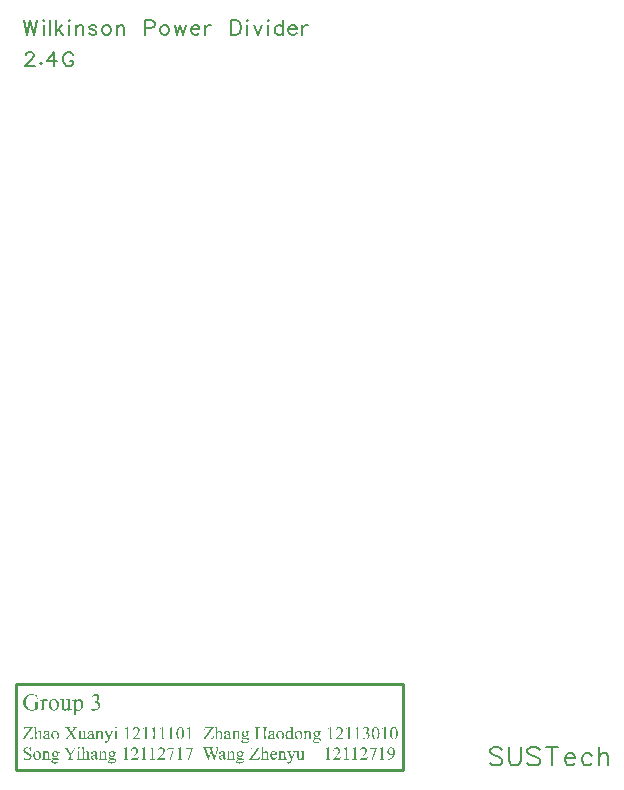
<source format=gto>
G04 Layer: TopSilkscreenLayer*
G04 EasyEDA Pro v2.1.30.c6721c40.b3cfa9, 2023-12-21 20:12:35*
G04 Gerber Generator version 0.3*
G04 Scale: 100 percent, Rotated: No, Reflected: No*
G04 Dimensions in millimeters*
G04 Leading zeros omitted, absolute positions, 3 integers and 3 decimals*
%FSLAX33Y33*%
%MOMM*%
%ADD10C,0.203*%
%ADD11C,0.254*%
G75*


G04 Text Start*
G54D10*
G01X991Y31562D02*
G01X1278Y30350D01*
G01X1567Y31562D02*
G01X1278Y30350D01*
G01X1567Y31562D02*
G01X1854Y30350D01*
G01X2144Y31562D02*
G01X1854Y30350D01*
G01X2624Y31562D02*
G01X2682Y31504D01*
G01X2738Y31562D01*
G01X2682Y31618D01*
G01X2624Y31562D01*
G01X2682Y31158D02*
G01X2682Y30350D01*
G01X3218Y31562D02*
G01X3218Y30350D01*
G01X3698Y31562D02*
G01X3698Y30350D01*
G01X4275Y31158D02*
G01X3698Y30582D01*
G01X3929Y30810D02*
G01X4333Y30350D01*
G01X4813Y31562D02*
G01X4872Y31504D01*
G01X4928Y31562D01*
G01X4872Y31618D01*
G01X4813Y31562D01*
G01X4872Y31158D02*
G01X4872Y30350D01*
G01X5408Y31158D02*
G01X5408Y30350D01*
G01X5408Y30927D02*
G01X5580Y31100D01*
G01X5695Y31158D01*
G01X5867D01*
G01X5984Y31100D01*
G01X6043Y30927D01*
G01Y30350D01*
G01X7158Y30985D02*
G01X7099Y31100D01*
G01X6927Y31158D01*
G01X6754D01*
G01X6581Y31100D01*
G01X6523Y30985D01*
G01X6581Y30869D01*
G01X6695Y30810D01*
G01X6982Y30754D01*
G01X7099Y30696D01*
G01X7158Y30582D01*
G01Y30523D01*
G01X7099Y30409D01*
G01X6927Y30350D01*
G01X6754D01*
G01X6581Y30409D01*
G01X6523Y30523D01*
G01X7925Y31158D02*
G01X7811Y31100D01*
G01X7696Y30985D01*
G01X7638Y30810D01*
G01Y30696D01*
G01X7696Y30523D01*
G01X7811Y30409D01*
G01X7925Y30350D01*
G01X8098D01*
G01X8214Y30409D01*
G01X8329Y30523D01*
G01X8387Y30696D01*
G01Y30810D01*
G01X8329Y30985D01*
G01X8214Y31100D01*
G01X8098Y31158D01*
G01X7925D01*
G01X8867Y31158D02*
G01X8867Y30350D01*
G01X8867Y30927D02*
G01X9040Y31100D01*
G01X9154Y31158D01*
G01X9327D01*
G01X9444Y31100D01*
G01X9502Y30927D01*
G01Y30350D01*
G01X11273Y31562D02*
G01X11273Y30350D01*
G01X11273Y31562D02*
G01X11793Y31562D01*
G01X11966Y31504D01*
G01X12022Y31445D01*
G01X12080Y31331D01*
G01Y31158D01*
G01X12022Y31041D01*
G01X11966Y30985D01*
G01X11793Y30927D01*
G01X11273D01*
G01X12847Y31158D02*
G01X12733Y31100D01*
G01X12619Y30985D01*
G01X12560Y30810D01*
G01Y30696D01*
G01X12619Y30523D01*
G01X12733Y30409D01*
G01X12847Y30350D01*
G01X13020D01*
G01X13137Y30409D01*
G01X13251Y30523D01*
G01X13310Y30696D01*
G01Y30810D01*
G01X13251Y30985D01*
G01X13137Y31100D01*
G01X13020Y31158D01*
G01X12847D01*
G01X13790Y31158D02*
G01X14021Y30350D01*
G01X14249Y31158D02*
G01X14021Y30350D01*
G01X14249Y31158D02*
G01X14481Y30350D01*
G01X14712Y31158D02*
G01X14481Y30350D01*
G01X15192Y30810D02*
G01X15883Y30810D01*
G01Y30927D01*
G01X15827Y31041D01*
G01X15768Y31100D01*
G01X15651Y31158D01*
G01X15479D01*
G01X15364Y31100D01*
G01X15250Y30985D01*
G01X15192Y30810D01*
G01Y30696D01*
G01X15250Y30523D01*
G01X15364Y30409D01*
G01X15479Y30350D01*
G01X15651D01*
G01X15768Y30409D01*
G01X15883Y30523D01*
G01X16363Y31158D02*
G01X16363Y30350D01*
G01X16363Y30810D02*
G01X16421Y30985D01*
G01X16535Y31100D01*
G01X16650Y31158D01*
G01X16822D01*
G01X18593Y31562D02*
G01X18593Y30350D01*
G01X18593Y31562D02*
G01X18997Y31562D01*
G01X19169Y31504D01*
G01X19286Y31387D01*
G01X19342Y31272D01*
G01X19401Y31100D01*
G01Y30810D01*
G01X19342Y30637D01*
G01X19286Y30523D01*
G01X19169Y30409D01*
G01X18997Y30350D01*
G01X18593D01*
G01X19881Y31562D02*
G01X19939Y31504D01*
G01X19995Y31562D01*
G01X19939Y31618D01*
G01X19881Y31562D01*
G01X19939Y31158D02*
G01X19939Y30350D01*
G01X20475Y31158D02*
G01X20820Y30350D01*
G01X21166Y31158D02*
G01X20820Y30350D01*
G01X21646Y31562D02*
G01X21704Y31504D01*
G01X21760Y31562D01*
G01X21704Y31618D01*
G01X21646Y31562D01*
G01X21704Y31158D02*
G01X21704Y30350D01*
G01X22931Y31562D02*
G01X22931Y30350D01*
G01X22931Y30985D02*
G01X22817Y31100D01*
G01X22700Y31158D01*
G01X22527D01*
G01X22413Y31100D01*
G01X22299Y30985D01*
G01X22240Y30810D01*
G01Y30696D01*
G01X22299Y30523D01*
G01X22413Y30409D01*
G01X22527Y30350D01*
G01X22700D01*
G01X22817Y30409D01*
G01X22931Y30523D01*
G01X23411Y30810D02*
G01X24102Y30810D01*
G01Y30927D01*
G01X24046Y31041D01*
G01X23988Y31100D01*
G01X23871Y31158D01*
G01X23698D01*
G01X23584Y31100D01*
G01X23470Y30985D01*
G01X23411Y30810D01*
G01Y30696D01*
G01X23470Y30523D01*
G01X23584Y30409D01*
G01X23698Y30350D01*
G01X23871D01*
G01X23988Y30409D01*
G01X24102Y30523D01*
G01X24582Y31158D02*
G01X24582Y30350D01*
G01X24582Y30810D02*
G01X24641Y30985D01*
G01X24755Y31100D01*
G01X24869Y31158D01*
G01X25042D01*
G01X1176Y28605D02*
G01X1176Y28664D01*
G01X1232Y28778D01*
G01X1290Y28837D01*
G01X1405Y28895D01*
G01X1636D01*
G01X1753Y28837D01*
G01X1808Y28778D01*
G01X1867Y28664D01*
G01Y28547D01*
G01X1808Y28433D01*
G01X1694Y28260D01*
G01X1118Y27683D01*
G01X1925D01*
G01X2464Y27970D02*
G01X2405Y27915D01*
G01X2464Y27856D01*
G01X2520Y27915D01*
G01X2464Y27970D01*
G01X3576Y28895D02*
G01X3000Y28087D01*
G01X3863D01*
G01X3576Y28895D02*
G01X3576Y27683D01*
G01X5207Y28605D02*
G01X5151Y28720D01*
G01X5034Y28837D01*
G01X4920Y28895D01*
G01X4689D01*
G01X4575Y28837D01*
G01X4458Y28720D01*
G01X4402Y28605D01*
G01X4343Y28433D01*
G01Y28143D01*
G01X4402Y27970D01*
G01X4458Y27856D01*
G01X4575Y27742D01*
G01X4689Y27683D01*
G01X4920D01*
G01X5034Y27742D01*
G01X5151Y27856D01*
G01X5207Y27970D01*
G01Y28143D01*
G01X4920Y28143D02*
G01X5207Y28143D01*
G01X41514Y-30198D02*
G01X41366Y-30051D01*
G01X41148Y-29977D01*
G01X40853D01*
G01X40635Y-30051D01*
G01X40488Y-30198D01*
G01Y-30343D01*
G01X40561Y-30490D01*
G01X40635Y-30564D01*
G01X40780Y-30637D01*
G01X41219Y-30785D01*
G01X41366Y-30856D01*
G01X41440Y-30930D01*
G01X41514Y-31077D01*
G01Y-31298D01*
G01X41366Y-31443D01*
G01X41148Y-31516D01*
G01X40853D01*
G01X40635Y-31443D01*
G01X40488Y-31298D01*
G01X42067Y-29977D02*
G01X42067Y-31077D01*
G01X42141Y-31298D01*
G01X42288Y-31443D01*
G01X42509Y-31516D01*
G01X42654D01*
G01X42875Y-31443D01*
G01X43020Y-31298D01*
G01X43094Y-31077D01*
G01Y-29977D01*
G01X44674Y-30198D02*
G01X44529Y-30051D01*
G01X44308Y-29977D01*
G01X44016D01*
G01X43795Y-30051D01*
G01X43647Y-30198D01*
G01Y-30343D01*
G01X43721Y-30490D01*
G01X43795Y-30564D01*
G01X43942Y-30637D01*
G01X44381Y-30785D01*
G01X44529Y-30856D01*
G01X44600Y-30930D01*
G01X44674Y-31077D01*
G01Y-31298D01*
G01X44529Y-31443D01*
G01X44308Y-31516D01*
G01X44016D01*
G01X43795Y-31443D01*
G01X43647Y-31298D01*
G01X45740Y-29977D02*
G01X45740Y-31516D01*
G01X45227Y-29977D02*
G01X46253Y-29977D01*
G01X46807Y-30930D02*
G01X47689Y-30930D01*
G01Y-30785D01*
G01X47615Y-30637D01*
G01X47541Y-30564D01*
G01X47394Y-30490D01*
G01X47175D01*
G01X47028Y-30564D01*
G01X46881Y-30711D01*
G01X46807Y-30930D01*
G01Y-31077D01*
G01X46881Y-31298D01*
G01X47028Y-31443D01*
G01X47175Y-31516D01*
G01X47394D01*
G01X47541Y-31443D01*
G01X47689Y-31298D01*
G01X49124Y-30711D02*
G01X48976Y-30564D01*
G01X48829Y-30490D01*
G01X48611D01*
G01X48463Y-30564D01*
G01X48316Y-30711D01*
G01X48242Y-30930D01*
G01Y-31077D01*
G01X48316Y-31298D01*
G01X48463Y-31443D01*
G01X48611Y-31516D01*
G01X48829D01*
G01X48976Y-31443D01*
G01X49124Y-31298D01*
G01X49677Y-29977D02*
G01X49677Y-31516D01*
G01X49677Y-30785D02*
G01X49898Y-30564D01*
G01X50046Y-30490D01*
G01X50264D01*
G01X50411Y-30564D01*
G01X50485Y-30785D01*
G01Y-31516D01*
G36*
G01X17368Y-28231D02*
G01X17357Y-28231D01*
G01X17346Y-28232D01*
G01X17340Y-28234D01*
G01X17328Y-28239D01*
G01X17312Y-28245D01*
G01X17299Y-28249D01*
G01X17281Y-28257D01*
G01X17265Y-28264D01*
G01X17255Y-28267D01*
G01X17246Y-28272D01*
G01X17240Y-28275D01*
G01X17232Y-28279D01*
G01X17218Y-28283D01*
G01X17201Y-28291D01*
G01X17185Y-28297D01*
G01X17172Y-28301D01*
G01X17158Y-28308D01*
G01X17154Y-28310D01*
G01X17151Y-28314D01*
G01X17150Y-28315D01*
G01Y-28318D01*
G01Y-28321D01*
G01X17152Y-28325D01*
G01X17155Y-28329D01*
G01X17157Y-28332D01*
G01X17159Y-28333D01*
G01X17161Y-28334D01*
G01X17163Y-28335D01*
G01X17166Y-28336D01*
G01X17172Y-28335D01*
G01X17180Y-28333D01*
G01X17187Y-28331D01*
G01X17196Y-28330D01*
G01X17206Y-28329D01*
G01X17218Y-28330D01*
G01X17226Y-28331D01*
G01X17232Y-28333D01*
G01X17234Y-28334D01*
G01X17236Y-28335D01*
G01X17242Y-28343D01*
G01X17246Y-28348D01*
G01X17249Y-28351D01*
G01X17250Y-28355D01*
G01X17252Y-28359D01*
G01X17253Y-28365D01*
G01X17258Y-28388D01*
G01Y-28391D01*
G01X17260Y-28808D01*
G01X17258Y-29219D01*
G01Y-29223D01*
G01X17255Y-29230D01*
G01X17250Y-29241D01*
G01X17247Y-29246D01*
G01X17243Y-29250D01*
G01X17237Y-29254D01*
G01X17228Y-29259D01*
G01X17222Y-29262D01*
G01X17216Y-29265D01*
G01X17209Y-29267D01*
G01X17202Y-29269D01*
G01X17195Y-29271D01*
G01X17189Y-29272D01*
G01X17178D01*
G01X17172Y-29273D01*
G01X17168Y-29275D01*
G01X17164Y-29277D01*
G01X17161Y-29280D01*
G01X17159Y-29283D01*
G01X17158Y-29287D01*
G01X17157Y-29291D01*
G01X17160Y-29293D01*
G01X17168Y-29295D01*
G01X17200Y-29298D01*
G01X17330Y-29300D01*
G01X17504D01*
G01Y-29286D01*
G01Y-29284D01*
G01X17503Y-29282D01*
G01X17501Y-29280D01*
G01X17500Y-29279D01*
G01X17498Y-29278D01*
G01X17495Y-29277D01*
G01X17487D01*
G01X17478Y-29276D01*
G01X17470Y-29273D01*
G01X17462Y-29272D01*
G01X17453D01*
G01X17448Y-29271D01*
G01X17443Y-29269D01*
G01X17420Y-29258D01*
G01X17415Y-29255D01*
G01X17411Y-29252D01*
G01X17407Y-29247D01*
G01X17404Y-29241D01*
G01X17400Y-29235D01*
G01X17397Y-29228D01*
G01X17395Y-29219D01*
G01X17394Y-29209D01*
G01X17393Y-29194D01*
G01X17391Y-28981D01*
G01X17394Y-28806D01*
G01X17395Y-28784D01*
G01X17397Y-28775D01*
G01Y-28772D01*
G01X17398Y-28771D01*
G01Y-28770D01*
G01X17402Y-28768D01*
G01X17408Y-28762D01*
G01X17416Y-28752D01*
G01X17425Y-28744D01*
G01X17432Y-28739D01*
G01X17436Y-28732D01*
G01X17442Y-28727D01*
G01X17449Y-28724D01*
G01X17452Y-28723D01*
G01X17455Y-28721D01*
G01X17464Y-28713D01*
G01X17474Y-28707D01*
G01X17482Y-28702D01*
G01X17491Y-28697D01*
G01X17497Y-28695D01*
G01X17519Y-28687D01*
G01X17527Y-28685D01*
G01X17531Y-28684D01*
G01X17541Y-28682D01*
G01X17552Y-28681D01*
G01X17578D01*
G01X17586Y-28682D01*
G01X17597Y-28684D01*
G01X17602Y-28685D01*
G01X17622Y-28695D01*
G01X17626Y-28697D01*
G01X17630Y-28700D01*
G01X17633Y-28704D01*
G01X17647Y-28723D01*
G01X17650Y-28728D01*
G01X17654Y-28735D01*
G01X17656Y-28740D01*
G01X17660Y-28755D01*
G01X17663Y-28762D01*
G01X17665Y-28774D01*
G01X17666Y-28782D01*
G01X17668Y-28798D01*
G01X17669Y-28819D01*
G01X17670Y-28830D01*
G01X17671Y-28834D01*
G01Y-28838D01*
G01X17673Y-29026D01*
G01X17671Y-29210D01*
G01Y-29218D01*
G01X17664Y-29237D01*
G01X17661Y-29243D01*
G01X17659Y-29247D01*
G01X17656Y-29251D01*
G01X17652Y-29253D01*
G01X17638Y-29263D01*
G01X17634Y-29265D01*
G01X17629Y-29267D01*
G01X17622Y-29268D01*
G01X17586Y-29275D01*
G01X17576Y-29277D01*
G01X17568Y-29279D01*
G01X17565Y-29281D01*
G01X17562Y-29283D01*
G01X17561Y-29287D01*
G01Y-29291D01*
G01X17563Y-29293D01*
G01X17571Y-29295D01*
G01X17603Y-29298D01*
G01X17732Y-29300D01*
G01X17903D01*
G01Y-29286D01*
G01X17902Y-29284D01*
G01X17900Y-29280D01*
G01X17899Y-29279D01*
G01X17898Y-29278D01*
G01X17896Y-29277D01*
G01X17889D01*
G01X17881Y-29276D01*
G01X17869Y-29273D01*
G01X17858Y-29272D01*
G01X17853Y-29271D01*
G01X17848Y-29269D01*
G01X17839Y-29265D01*
G01X17832Y-29260D01*
G01X17825Y-29255D01*
G01X17821Y-29251D01*
G01X17816Y-29244D01*
G01X17811Y-29234D01*
G01X17808Y-29224D01*
G01X17802Y-29190D01*
G01X17801Y-29184D01*
G01X17800Y-28991D01*
G01X17798Y-28809D01*
G01Y-28802D01*
G01X17797Y-28801D01*
G01X17796Y-28796D01*
G01Y-28791D01*
G01X17795Y-28762D01*
G01X17794Y-28753D01*
G01X17790Y-28741D01*
G01X17787Y-28725D01*
G01X17783Y-28714D01*
G01X17777Y-28700D01*
G01X17772Y-28686D01*
G01X17769Y-28678D01*
G01X17767Y-28674D01*
G01X17758Y-28660D01*
G01X17748Y-28647D01*
G01X17739Y-28635D01*
G01X17733Y-28631D01*
G01X17728Y-28626D01*
G01X17722Y-28622D01*
G01X17704Y-28611D01*
G01X17695Y-28606D01*
G01X17682Y-28601D01*
G01X17669Y-28597D01*
G01X17657Y-28594D01*
G01X17649Y-28593D01*
G01X17634Y-28592D01*
G01X17612D01*
G01X17588D01*
G01X17576Y-28593D01*
G01X17572Y-28594D01*
G01X17551Y-28601D01*
G01X17542Y-28605D01*
G01X17532Y-28610D01*
G01X17522Y-28616D01*
G01X17509Y-28623D01*
G01X17504Y-28626D01*
G01X17492Y-28634D01*
G01X17478Y-28646D01*
G01X17470Y-28651D01*
G01X17465Y-28657D01*
G01X17457Y-28666D01*
G01X17447Y-28674D01*
G01X17441Y-28680D01*
G01X17433Y-28690D01*
G01X17423Y-28697D01*
G01X17418Y-28704D01*
G01X17412Y-28710D01*
G01X17409Y-28713D01*
G01X17406Y-28716D01*
G01X17401Y-28719D01*
G01X17391Y-28723D01*
G01Y-28231D01*
G37*
G36*
G01X2062Y-28231D02*
G01X2051Y-28231D01*
G01X2040Y-28232D01*
G01X2033Y-28234D01*
G01X2021Y-28239D01*
G01X2006Y-28245D01*
G01X1996Y-28248D01*
G01X1986Y-28253D01*
G01X1981Y-28256D01*
G01X1973Y-28260D01*
G01X1958Y-28264D01*
G01X1942Y-28272D01*
G01X1926Y-28278D01*
G01X1913Y-28282D01*
G01X1894Y-28291D01*
G01X1879Y-28297D01*
G01X1869Y-28300D01*
G01X1860Y-28305D01*
G01X1851Y-28310D01*
G01X1846Y-28313D01*
G01X1844Y-28314D01*
G01Y-28317D01*
G01Y-28322D01*
G01X1846Y-28327D01*
G01X1847Y-28330D01*
G01X1849Y-28332D01*
G01X1851Y-28334D01*
G01X1853Y-28335D01*
G01X1856Y-28336D01*
G01X1858Y-28337D01*
G01X1861D01*
G01X1865Y-28336D01*
G01X1877Y-28334D01*
G01X1886Y-28332D01*
G01X1890Y-28331D01*
G01X1895Y-28330D01*
G01X1909Y-28329D01*
G01X1917Y-28330D01*
G01X1923Y-28331D01*
G01X1926Y-28332D01*
G01X1929Y-28333D01*
G01X1933Y-28336D01*
G01X1939Y-28344D01*
G01X1942Y-28349D01*
G01X1945Y-28355D01*
G01X1947Y-28361D01*
G01X1949Y-28368D01*
G01X1950Y-28375D01*
G01X1952Y-28383D01*
G01X1953Y-28397D01*
G01X1954Y-28418D01*
G01Y-28438D01*
G01X1955Y-28446D01*
G01X1956Y-28453D01*
G01Y-28454D01*
G01Y-28456D01*
G01X1958Y-28629D01*
G01Y-28819D01*
G01X1957Y-29181D01*
G01X1956Y-29185D01*
G01X1955Y-29189D01*
G01X1954Y-29200D01*
G01Y-29213D01*
G01X1953Y-29219D01*
G01X1951Y-29225D01*
G01X1949Y-29230D01*
G01X1945Y-29239D01*
G01X1940Y-29247D01*
G01X1937Y-29250D01*
G01X1933Y-29253D01*
G01X1929Y-29257D01*
G01X1920Y-29262D01*
G01X1913Y-29265D01*
G01X1909Y-29266D01*
G01X1900Y-29268D01*
G01X1890Y-29270D01*
G01X1873Y-29272D01*
G01X1863Y-29274D01*
G01X1859Y-29276D01*
G01X1857Y-29278D01*
G01X1854Y-29281D01*
G01X1853Y-29284D01*
G01X1851Y-29290D01*
G01Y-29296D01*
G01X1853Y-29297D01*
G01X1861Y-29298D01*
G01X1948Y-29300D01*
G01X2024D01*
G01X2198D01*
G01Y-29286D01*
G01X2197Y-29282D01*
G01X2196Y-29280D01*
G01X2193Y-29278D01*
G01X2190Y-29277D01*
G01X2184D01*
G01X2176Y-29276D01*
G01X2168Y-29273D01*
G01X2159Y-29272D01*
G01X2147D01*
G01X2142Y-29271D01*
G01X2137Y-29269D01*
G01X2113Y-29258D01*
G01X2109Y-29255D01*
G01X2105Y-29252D01*
G01X2102Y-29249D01*
G01X2099Y-29244D01*
G01X2095Y-29235D01*
G01X2091Y-29224D01*
G01X2089Y-29212D01*
G01X2087Y-29204D01*
G01Y-29197D01*
G01X2085Y-28981D01*
G01X2088Y-28806D01*
G01X2089Y-28784D01*
G01X2090Y-28775D01*
G01X2091Y-28772D01*
G01Y-28771D01*
G01X2092D01*
G01Y-28770D01*
G01X2096Y-28768D01*
G01X2102Y-28762D01*
G01X2109Y-28752D01*
G01X2116Y-28747D01*
G01X2125Y-28740D01*
G01X2136Y-28730D01*
G01X2146Y-28723D01*
G01X2153Y-28716D01*
G01X2157Y-28713D01*
G01X2167Y-28707D01*
G01X2176Y-28702D01*
G01X2185Y-28697D01*
G01X2190Y-28695D01*
G01X2213Y-28687D01*
G01X2220Y-28685D01*
G01X2225Y-28684D01*
G01X2234Y-28682D01*
G01X2245Y-28681D01*
G01X2272D01*
G01X2280Y-28682D01*
G01X2291Y-28684D01*
G01X2295Y-28685D01*
G01X2315Y-28695D01*
G01X2320Y-28697D01*
G01X2327Y-28704D01*
G01X2334Y-28713D01*
G01X2338Y-28719D01*
G01X2341Y-28721D01*
G01X2345Y-28729D01*
G01X2348Y-28735D01*
G01X2353Y-28748D01*
G01X2357Y-28763D01*
G01X2359Y-28772D01*
G01X2361Y-28780D01*
G01X2362Y-28788D01*
G01Y-28807D01*
G01X2363Y-28815D01*
G01X2364Y-28819D01*
G01X2365Y-28821D01*
G01Y-28835D01*
G01X2367Y-29021D01*
G01X2364Y-29202D01*
G01X2363Y-29217D01*
G01Y-29223D01*
G01X2362Y-29225D01*
G01X2353Y-29244D01*
G01X2350Y-29249D01*
G01X2346Y-29253D01*
G01X2341Y-29257D01*
G01X2336Y-29260D01*
G01X2330Y-29264D01*
G01X2325Y-29266D01*
G01X2319Y-29268D01*
G01X2313Y-29270D01*
G01X2299Y-29272D01*
G01X2280Y-29275D01*
G01X2269Y-29277D01*
G01X2264Y-29278D01*
G01X2261Y-29279D01*
G01X2259Y-29281D01*
G01X2258Y-29282D01*
G01X2257D01*
G01Y-29283D01*
G01Y-29284D01*
G01X2256Y-29287D01*
G01X2255Y-29290D01*
G01X2256Y-29293D01*
G01X2257Y-29296D01*
G01X2260Y-29297D01*
G01X2268Y-29298D01*
G01X2354Y-29300D01*
G01X2428D01*
G01X2596D01*
G01Y-29286D01*
G01X2595Y-29282D01*
G01X2594Y-29280D01*
G01X2591Y-29278D01*
G01X2589Y-29277D01*
G01X2583D01*
G01X2575Y-29276D01*
G01X2563Y-29273D01*
G01X2552Y-29272D01*
G01X2547Y-29271D01*
G01X2542Y-29269D01*
G01X2533Y-29265D01*
G01X2528Y-29261D01*
G01X2520Y-29255D01*
G01X2516Y-29251D01*
G01X2511Y-29244D01*
G01X2508Y-29238D01*
G01X2505Y-29232D01*
G01X2503Y-29225D01*
G01X2500Y-29218D01*
G01X2499Y-29212D01*
G01X2498Y-29205D01*
G01Y-29194D01*
G01X2497Y-29185D01*
G01X2496Y-29181D01*
G01X2495Y-29176D01*
G01X2493Y-28983D01*
G01X2492Y-28794D01*
G01X2491Y-28787D01*
G01X2490Y-28783D01*
G01X2489Y-28772D01*
G01X2488Y-28753D01*
G01X2487Y-28746D01*
G01X2480Y-28720D01*
G01X2477Y-28710D01*
G01X2463Y-28678D01*
G01X2460Y-28673D01*
G01X2457Y-28667D01*
G01X2441Y-28646D01*
G01X2436Y-28640D01*
G01X2430Y-28634D01*
G01X2421Y-28627D01*
G01X2416Y-28622D01*
G01X2412Y-28620D01*
G01X2402Y-28613D01*
G01X2396Y-28610D01*
G01X2390Y-28606D01*
G01X2383Y-28604D01*
G01X2376Y-28601D01*
G01X2363Y-28597D01*
G01X2350Y-28594D01*
G01X2343Y-28593D01*
G01X2327Y-28592D01*
G01X2306D01*
G01X2282D01*
G01X2269Y-28593D01*
G01X2266Y-28594D01*
G01X2247Y-28601D01*
G01X2224Y-28611D01*
G01X2218Y-28614D01*
G01X2212Y-28617D01*
G01X2206Y-28620D01*
G01X2185Y-28636D01*
G01X2168Y-28649D01*
G01X2157Y-28657D01*
G01X2152Y-28662D01*
G01X2147Y-28667D01*
G01X2144Y-28673D01*
G01X2138Y-28679D01*
G01X2128Y-28686D01*
G01X2120Y-28696D01*
G01X2114Y-28702D01*
G01X2111Y-28705D01*
G01X2103Y-28709D01*
G01X2094Y-28714D01*
G01X2085Y-28719D01*
G01Y-28231D01*
G37*
G36*
G01X23753Y-28231D02*
G01X23742Y-28231D01*
G01X23731Y-28232D01*
G01X23727Y-28234D01*
G01X23724D01*
G01X23719Y-28238D01*
G01X23710Y-28241D01*
G01X23696Y-28245D01*
G01X23679Y-28253D01*
G01X23663Y-28259D01*
G01X23650Y-28264D01*
G01X23627Y-28274D01*
G01X23619Y-28278D01*
G01X23548Y-28306D01*
G01X23546Y-28307D01*
G01X23543Y-28308D01*
G01X23541Y-28310D01*
G01X23540Y-28312D01*
G01X23538Y-28313D01*
G01Y-28315D01*
G01X23537Y-28317D01*
G01Y-28320D01*
G01Y-28325D01*
G01X23539Y-28328D01*
G01X23541Y-28331D01*
G01X23544Y-28334D01*
G01X23547Y-28336D01*
G01X23551Y-28337D01*
G01X23554D01*
G01X23558Y-28336D01*
G01X23566Y-28334D01*
G01X23577Y-28332D01*
G01X23589Y-28330D01*
G01X23606D01*
G01X23612D01*
G01X23617Y-28332D01*
G01X23619Y-28333D01*
G01X23621Y-28335D01*
G01X23625Y-28338D01*
G01X23629Y-28342D01*
G01X23633Y-28349D01*
G01X23635Y-28355D01*
G01X23638Y-28364D01*
G01X23641Y-28373D01*
G01X23643Y-28384D01*
G01X23644Y-28392D01*
G01X23645Y-28407D01*
G01Y-28418D01*
G01X23646Y-28426D01*
G01X23647Y-28430D01*
G01Y-28433D01*
G01X23649Y-28461D01*
G01Y-28538D01*
G01Y-28639D01*
G01X23636Y-28635D01*
G01X23629Y-28632D01*
G01X23623Y-28627D01*
G01X23619Y-28624D01*
G01X23609Y-28618D01*
G01X23597Y-28612D01*
G01X23591Y-28609D01*
G01X23583Y-28606D01*
G01X23553Y-28597D01*
G01X23543Y-28595D01*
G01X23533Y-28593D01*
G01X23511Y-28592D01*
G01X23490D01*
G01X23451Y-28593D01*
G01X23438Y-28594D01*
G01X23412Y-28601D01*
G01X23394Y-28607D01*
G01X23384Y-28611D01*
G01X23368Y-28618D01*
G01X23354Y-28625D01*
G01X23328Y-28641D01*
G01X23323Y-28645D01*
G01X23316Y-28650D01*
G01X23313Y-28654D01*
G01X23309Y-28659D01*
G01X23305Y-28662D01*
G01X23300Y-28666D01*
G01X23290Y-28673D01*
G01X23286Y-28677D01*
G01X23283Y-28680D01*
G01X23282Y-28682D01*
G01X23280Y-28687D01*
G01X23278Y-28690D01*
G01X23275Y-28693D01*
G01X23268Y-28698D01*
G01X23265Y-28701D01*
G01X23261Y-28706D01*
G01X23252Y-28720D01*
G01X23241Y-28735D01*
G01X23235Y-28744D01*
G01X23228Y-28754D01*
G01X23222Y-28765D01*
G01X23216Y-28776D01*
G01X23213Y-28781D01*
G01X23205Y-28800D01*
G01X23200Y-28808D01*
G01X23197Y-28814D01*
G01X23195Y-28818D01*
G01X23193Y-28823D01*
G01X23191Y-28835D01*
G01X23187Y-28845D01*
G01X23183Y-28855D01*
G01X23181Y-28860D01*
G01X23179Y-28867D01*
G01X23175Y-28886D01*
G01X23172Y-28899D01*
G01X23170Y-28910D01*
G01Y-28911D01*
G01X23302D01*
G01Y-28890D01*
G01X23303Y-28879D01*
G01X23305Y-28876D01*
G01X23306Y-28872D01*
G01X23307Y-28862D01*
G01X23308Y-28842D01*
G01X23309Y-28836D01*
G01X23311Y-28830D01*
G01X23313Y-28819D01*
G01X23315Y-28806D01*
G01X23317Y-28800D01*
G01X23319Y-28794D01*
G01X23323Y-28784D01*
G01X23327Y-28774D01*
G01X23329Y-28762D01*
G01X23332Y-28755D01*
G01X23334Y-28751D01*
G01X23340Y-28742D01*
G01X23347Y-28728D01*
G01X23350Y-28723D01*
G01X23358Y-28712D01*
G01X23370Y-28696D01*
G01X23375Y-28689D01*
G01X23381Y-28684D01*
G01X23397Y-28672D01*
G01X23409Y-28663D01*
G01X23415Y-28659D01*
G01X23421Y-28656D01*
G01X23443Y-28646D01*
G01X23452Y-28642D01*
G01X23457Y-28640D01*
G01X23463Y-28639D01*
G01X23474Y-28638D01*
G01X23484Y-28637D01*
G01X23487Y-28636D01*
G01X23491Y-28635D01*
G01X23501D01*
G01X23506Y-28636D01*
G01X23515Y-28638D01*
G01X23532Y-28644D01*
G01X23542Y-28647D01*
G01X23551Y-28652D01*
G01X23561Y-28658D01*
G01X23574Y-28665D01*
G01X23578Y-28667D01*
G01X23581Y-28671D01*
G01X23586Y-28678D01*
G01X23592Y-28683D01*
G01X23599Y-28689D01*
G01X23602Y-28692D01*
G01X23606Y-28697D01*
G01X23609Y-28702D01*
G01X23618Y-28718D01*
G01X23621Y-28723D01*
G01X23627Y-28736D01*
G01X23631Y-28745D01*
G01X23639Y-28767D01*
G01X23642Y-28777D01*
G01X23643Y-28783D01*
G01X23644Y-28791D01*
G01X23645Y-28803D01*
G01X23647Y-28810D01*
G01Y-28815D01*
G01X23649Y-28996D01*
G01X23647Y-29142D01*
G01X23645Y-29164D01*
G01X23644Y-29173D01*
G01X23643Y-29176D01*
G01Y-29177D01*
G01Y-29178D01*
G01X23642D01*
G01Y-29179D01*
G01X23629Y-29188D01*
G01X23602Y-29209D01*
G01X23598Y-29212D01*
G01X23593Y-29215D01*
G01X23587Y-29218D01*
G01X23565Y-29228D01*
G01X23555Y-29232D01*
G01X23548Y-29234D01*
G01X23540Y-29236D01*
G01X23530Y-29237D01*
G01X23518Y-29238D01*
G01X23509D01*
G01X23504Y-29237D01*
G01X23502D01*
G01X23494Y-29235D01*
G01X23483Y-29234D01*
G01X23478D01*
G01X23473Y-29233D01*
G01X23469Y-29231D01*
G01X23457Y-29226D01*
G01X23443Y-29222D01*
G01X23440Y-29220D01*
G01X23436Y-29218D01*
G01X23430Y-29214D01*
G01X23427Y-29211D01*
G01X23412Y-29201D01*
G01X23405Y-29195D01*
G01X23402Y-29192D01*
G01X23398Y-29187D01*
G01X23392Y-29181D01*
G01X23383Y-29173D01*
G01X23377Y-29167D01*
G01X23367Y-29154D01*
G01X23363Y-29148D01*
G01X23354Y-29136D01*
G01X23344Y-29119D01*
G01X23340Y-29112D01*
G01X23338Y-29105D01*
G01X23330Y-29086D01*
G01X23323Y-29070D01*
G01X23322Y-29065D01*
G01X23320Y-29059D01*
G01X23316Y-29039D01*
G01X23313Y-29026D01*
G01X23311Y-29012D01*
G01X23309Y-29002D01*
G01X23305Y-28960D01*
G01X23303Y-28940D01*
G01X23302Y-28911D01*
G01X23170D01*
G01X23168Y-28918D01*
G01X23164Y-28955D01*
G01X23162Y-28977D01*
G01X23161Y-28998D01*
G01X23162Y-29011D01*
G01X23163Y-29022D01*
G01X23165Y-29030D01*
G01X23166Y-29040D01*
G01X23167Y-29059D01*
G01X23168Y-29066D01*
G01X23171Y-29076D01*
G01X23175Y-29097D01*
G01X23178Y-29106D01*
G01X23185Y-29124D01*
G01X23194Y-29148D01*
G01X23198Y-29156D01*
G01X23202Y-29165D01*
G01X23216Y-29186D01*
G01X23221Y-29194D01*
G01X23232Y-29209D01*
G01X23251Y-29232D01*
G01X23255Y-29238D01*
G01X23260Y-29243D01*
G01X23266Y-29247D01*
G01X23277Y-29255D01*
G01X23284Y-29260D01*
G01X23287Y-29263D01*
G01X23291Y-29268D01*
G01X23293Y-29271D01*
G01X23296Y-29273D01*
G01X23303Y-29276D01*
G01X23312Y-29281D01*
G01X23321Y-29287D01*
G01X23331Y-29293D01*
G01X23354Y-29302D01*
G01X23363Y-29308D01*
G01X23373Y-29311D01*
G01X23384Y-29314D01*
G01X23394Y-29317D01*
G01X23405Y-29318D01*
G01X23426Y-29319D01*
G01X23448D01*
G01X23486Y-29318D01*
G01X23499Y-29317D01*
G01X23502D01*
G01X23522Y-29310D01*
G01X23545Y-29301D01*
G01X23556Y-29297D01*
G01X23566Y-29292D01*
G01X23594Y-29274D01*
G01X23601Y-29269D01*
G01X23611Y-29260D01*
G01X23617Y-29256D01*
G01X23624Y-29250D01*
G01X23629Y-29243D01*
G01X23632Y-29240D01*
G01X23636Y-29237D01*
G01X23640Y-29234D01*
G01X23649Y-29230D01*
G01Y-29319D01*
G01X23673D01*
G01X23683D01*
G01X23694Y-29318D01*
G01X23699Y-29317D01*
G01X23701Y-29316D01*
G01X23707Y-29312D01*
G01X23715Y-29309D01*
G01X23729Y-29304D01*
G01X23751Y-29294D01*
G01X23760Y-29291D01*
G01X23806Y-29272D01*
G01X23823Y-29265D01*
G01X23835Y-29259D01*
G01X23851Y-29253D01*
G01X23864Y-29249D01*
G01X23881Y-29241D01*
G01X23885Y-29238D01*
G01X23886Y-29237D01*
G01X23887Y-29235D01*
G01Y-29232D01*
G01X23886Y-29223D01*
G01Y-29220D01*
G01X23883Y-29216D01*
G01X23881Y-29215D01*
G01X23879Y-29214D01*
G01X23876Y-29213D01*
G01X23873D01*
G01X23870Y-29214D01*
G01X23858Y-29216D01*
G01X23837Y-29222D01*
G01X23830Y-29223D01*
G01X23825Y-29224D01*
G01X23821Y-29223D01*
G01X23816Y-29222D01*
G01X23805Y-29216D01*
G01X23797Y-29211D01*
G01X23794Y-29208D01*
G01X23791Y-29205D01*
G01X23789Y-29200D01*
G01X23788Y-29195D01*
G01X23786Y-29184D01*
G01X23782Y-29172D01*
G01X23781Y-29164D01*
G01X23780Y-29151D01*
G01X23778Y-29140D01*
G01X23776Y-28683D01*
G01Y-28231D01*
G37*
G36*
G01X8803Y-28231D02*
G01X8792Y-28231D01*
G01X8781Y-28232D01*
G01X8777Y-28234D01*
G01X8774D01*
G01X8772Y-28236D01*
G01X8758Y-28245D01*
G01X8751Y-28250D01*
G01X8746Y-28256D01*
G01X8737Y-28271D01*
G01X8735Y-28275D01*
G01X8733Y-28280D01*
G01X8731Y-28286D01*
G01X8730Y-28294D01*
G01X8729Y-28302D01*
G01X8728Y-28310D01*
G01X8729Y-28317D01*
G01X8730Y-28328D01*
G01X8733Y-28335D01*
G01X8736Y-28341D01*
G01X8739Y-28347D01*
G01X8747Y-28356D01*
G01X8752Y-28362D01*
G01X8758Y-28367D01*
G01X8765Y-28371D01*
G01X8773Y-28376D01*
G01X8782Y-28378D01*
G01X8793Y-28380D01*
G01X8805Y-28381D01*
G01X8814Y-28380D01*
G01X8822D01*
G01X8832Y-28378D01*
G01X8839Y-28375D01*
G01X8842Y-28374D01*
G01X8848Y-28370D01*
G01X8854Y-28365D01*
G01X8857Y-28362D01*
G01X8866Y-28350D01*
G01X8871Y-28345D01*
G01X8875Y-28337D01*
G01X8879Y-28329D01*
G01X8880Y-28322D01*
G01X8882Y-28314D01*
G01Y-28301D01*
G01Y-28288D01*
G01X8880Y-28282D01*
G01X8879Y-28277D01*
G01X8866Y-28256D01*
G01X8863Y-28251D01*
G01X8859Y-28247D01*
G01X8855Y-28244D01*
G01X8853Y-28243D01*
G01X8844Y-28240D01*
G01X8833Y-28234D01*
G01X8827Y-28233D01*
G01X8822Y-28232D01*
G01X8813Y-28231D01*
G37*
G36*
G01X14256Y-28264D02*
G01X14224Y-28264D01*
G01X14212Y-28265D01*
G01X14209Y-28266D01*
G01X14188Y-28273D01*
G01X14181Y-28275D01*
G01X14174Y-28278D01*
G01X14168Y-28281D01*
G01X14153Y-28290D01*
G01X14144Y-28294D01*
G01X14133Y-28299D01*
G01X14128Y-28302D01*
G01X14125Y-28305D01*
G01X14122Y-28308D01*
G01X14119Y-28311D01*
G01X14117Y-28314D01*
G01X14114Y-28316D01*
G01X14107Y-28319D01*
G01X14104Y-28321D01*
G01X14101Y-28324D01*
G01X14096Y-28330D01*
G01X14093Y-28333D01*
G01X14090Y-28335D01*
G01X14083Y-28338D01*
G01X14080Y-28340D01*
G01X14078Y-28342D01*
G01X14071Y-28352D01*
G01X14063Y-28360D01*
G01X14049Y-28378D01*
G01X14040Y-28389D01*
G01X14026Y-28409D01*
G01X14021Y-28416D01*
G01X14017Y-28423D01*
G01X14010Y-28437D01*
G01X14003Y-28448D01*
G01X14000Y-28453D01*
G01X13992Y-28471D01*
G01X13987Y-28480D01*
G01X13984Y-28486D01*
G01X13980Y-28494D01*
G01X13976Y-28507D01*
G01X13968Y-28525D01*
G01X13962Y-28540D01*
G01X13958Y-28554D01*
G01X13953Y-28577D01*
G01X13949Y-28593D01*
G01X13946Y-28604D01*
G01X13937Y-28651D01*
G01X13934Y-28665D01*
G01X13932Y-28683D01*
G01X13930Y-28706D01*
G01X13929Y-28727D01*
G01X13928Y-28733D01*
G01X13927Y-28738D01*
G01X13926Y-28748D01*
G01X13925Y-28803D01*
G01Y-28808D01*
G01X14075D01*
G01X14076Y-28739D01*
G01X14077Y-28727D01*
G01X14078Y-28726D01*
G01X14079Y-28721D01*
G01Y-28713D01*
G01X14080Y-28670D01*
G01X14081Y-28659D01*
G01X14082Y-28655D01*
G01X14083Y-28651D01*
G01X14084Y-28646D01*
G01X14085Y-28621D01*
G01X14086Y-28613D01*
G01X14088Y-28604D01*
G01X14089Y-28595D01*
G01X14090Y-28579D01*
G01X14091Y-28572D01*
G01X14092Y-28567D01*
G01X14094Y-28559D01*
G01Y-28546D01*
G01X14098Y-28534D01*
G01X14100Y-28522D01*
G01X14103Y-28500D01*
G01X14106Y-28491D01*
G01X14113Y-28468D01*
G01X14122Y-28437D01*
G01X14125Y-28428D01*
G01X14130Y-28418D01*
G01X14136Y-28408D01*
G01X14143Y-28392D01*
G01X14147Y-28386D01*
G01X14149Y-28382D01*
G01X14155Y-28374D01*
G01X14166Y-28359D01*
G01X14171Y-28352D01*
G01X14174Y-28349D01*
G01X14185Y-28341D01*
G01X14190Y-28336D01*
G01X14194Y-28333D01*
G01X14204Y-28327D01*
G01X14210Y-28324D01*
G01X14217Y-28320D01*
G01X14232Y-28315D01*
G01X14241Y-28313D01*
G01X14249Y-28312D01*
G01X14258Y-28311D01*
G01X14268Y-28310D01*
G01X14276Y-28311D01*
G01X14288Y-28312D01*
G01X14293Y-28314D01*
G01X14304Y-28319D01*
G01X14312Y-28322D01*
G01X14316Y-28324D01*
G01X14320Y-28327D01*
G01X14325Y-28330D01*
G01X14331Y-28334D01*
G01X14336Y-28338D01*
G01X14341Y-28343D01*
G01X14346Y-28348D01*
G01X14352Y-28357D01*
G01X14359Y-28365D01*
G01X14362Y-28369D01*
G01X14368Y-28378D01*
G01X14373Y-28388D01*
G01X14377Y-28396D01*
G01X14384Y-28410D01*
G01X14388Y-28419D01*
G01X14392Y-28425D01*
G01X14394Y-28429D01*
G01X14395Y-28434D01*
G01X14398Y-28445D01*
G01X14401Y-28456D01*
G01X14407Y-28469D01*
G01X14408Y-28475D01*
G01X14413Y-28500D01*
G01X14418Y-28518D01*
G01X14420Y-28529D01*
G01X14431Y-28594D01*
G01Y-28602D01*
G01X14432Y-28619D01*
G01X14433Y-28625D01*
G01X14434Y-28629D01*
G01X14436Y-28640D01*
G01X14437Y-28683D01*
G01X14438Y-28694D01*
G01X14439Y-28697D01*
G01Y-28700D01*
G01X14440Y-28711D01*
G01X14441Y-28768D01*
G01X14440Y-28825D01*
G01X14439Y-28837D01*
G01Y-28838D01*
G01X14438Y-28844D01*
G01X14437Y-28853D01*
G01X14436Y-28917D01*
G01X14435Y-28929D01*
G01X14434Y-28932D01*
G01X14433Y-28936D01*
G01X14432Y-28942D01*
G01X14431Y-28970D01*
G01X14430Y-28979D01*
G01X14428Y-28987D01*
G01X14427Y-28997D01*
G01X14426Y-29013D01*
G01X14425Y-29019D01*
G01X14424Y-29025D01*
G01X14423Y-29033D01*
G01X14422Y-29046D01*
G01X14419Y-29058D01*
G01X14417Y-29070D01*
G01X14413Y-29092D01*
G01X14410Y-29101D01*
G01X14403Y-29124D01*
G01X14394Y-29155D01*
G01X14391Y-29164D01*
G01X14386Y-29174D01*
G01X14380Y-29184D01*
G01X14373Y-29200D01*
G01X14370Y-29205D01*
G01X14367Y-29208D01*
G01X14364Y-29211D01*
G01X14361Y-29214D01*
G01X14358Y-29217D01*
G01X14356Y-29220D01*
G01X14353Y-29226D01*
G01X14349Y-29230D01*
G01X14345Y-29233D01*
G01X14332Y-29242D01*
G01X14325Y-29248D01*
G01X14321Y-29251D01*
G01X14313Y-29256D01*
G01X14299Y-29262D01*
G01X14291Y-29266D01*
G01X14285Y-29269D01*
G01X14281Y-29271D01*
G01X14277Y-29272D01*
G01X14268D01*
G01X14260Y-29273D01*
G01X14252Y-29276D01*
G01X14248D01*
G01X14245Y-29273D01*
G01X14242D01*
G01X14230Y-29272D01*
G01X14224Y-29271D01*
G01X14219Y-29270D01*
G01X14215Y-29268D01*
G01X14206Y-29263D01*
G01X14189Y-29253D01*
G01X14184Y-29250D01*
G01X14171Y-29237D01*
G01X14164Y-29228D01*
G01X14149Y-29206D01*
G01X14146Y-29201D01*
G01X14143Y-29196D01*
G01X14134Y-29174D01*
G01X14128Y-29161D01*
G01X14122Y-29145D01*
G01X14113Y-29118D01*
G01X14110Y-29107D01*
G01X14107Y-29096D01*
G01X14103Y-29077D01*
G01X14100Y-29064D01*
G01X14098Y-29053D01*
G01X14094Y-29031D01*
G01X14090Y-29017D01*
G01X14088Y-29003D01*
G01X14087Y-28993D01*
G01X14082Y-28951D01*
G01X14080Y-28929D01*
G01Y-28902D01*
G01X14079Y-28894D01*
G01X14078Y-28890D01*
G01X14077Y-28887D01*
G01X14076Y-28875D01*
G01X14075Y-28808D01*
G01X13925D01*
G01X13926Y-28856D01*
G01X13927Y-28869D01*
G01Y-28871D01*
G01X13928Y-28875D01*
G01X13929Y-28880D01*
G01X13930Y-28906D01*
G01X13931Y-28914D01*
G01X13933Y-28921D01*
G01X13934Y-28930D01*
G01X13935Y-28943D01*
G01X13938Y-28955D01*
G01X13941Y-28967D01*
G01X13944Y-28989D01*
G01X13946Y-28998D01*
G01X13953Y-29019D01*
G01X13957Y-29032D01*
G01X13961Y-29050D01*
G01X13964Y-29058D01*
G01X13966Y-29062D01*
G01X13969Y-29067D01*
G01X13973Y-29075D01*
G01X13977Y-29089D01*
G01X13987Y-29111D01*
G01X13994Y-29128D01*
G01X13999Y-29137D01*
G01X14012Y-29157D01*
G01X14026Y-29181D01*
G01X14031Y-29189D01*
G01X14037Y-29196D01*
G01X14045Y-29205D01*
G01X14057Y-29222D01*
G01X14066Y-29233D01*
G01X14070Y-29237D01*
G01X14076Y-29243D01*
G01X14081Y-29247D01*
G01X14087Y-29252D01*
G01X14092Y-29259D01*
G01X14095Y-29262D01*
G01X14099Y-29265D01*
G01X14112Y-29272D01*
G01X14116Y-29276D01*
G01X14120Y-29280D01*
G01X14124Y-29282D01*
G01X14134Y-29289D01*
G01X14143Y-29293D01*
G01X14151Y-29298D01*
G01X14157Y-29300D01*
G01X14180Y-29309D01*
G01X14197Y-29315D01*
G01X14202Y-29317D01*
G01X14204D01*
G01X14207Y-29318D01*
G01X14216Y-29319D01*
G01X14251D01*
G01X14288Y-29318D01*
G01X14300Y-29317D01*
G01X14303D01*
G01X14324Y-29310D01*
G01X14346Y-29301D01*
G01X14358Y-29297D01*
G01X14367Y-29292D01*
G01X14387Y-29279D01*
G01X14401Y-29270D01*
G01X14428Y-29251D01*
G01X14434Y-29245D01*
G01X14441Y-29235D01*
G01X14452Y-29227D01*
G01X14457Y-29222D01*
G01X14469Y-29205D01*
G01X14474Y-29199D01*
G01X14483Y-29188D01*
G01X14502Y-29157D01*
G01X14507Y-29149D01*
G01X14515Y-29130D01*
G01X14520Y-29122D01*
G01X14525Y-29111D01*
G01X14537Y-29085D01*
G01X14543Y-29072D01*
G01X14549Y-29057D01*
G01X14558Y-29028D01*
G01X14561Y-29017D01*
G01X14564Y-29007D01*
G01X14568Y-28988D01*
G01X14571Y-28975D01*
G01X14574Y-28963D01*
G01X14575Y-28955D01*
G01X14582Y-28913D01*
G01X14584Y-28895D01*
G01X14586Y-28872D01*
G01X14587Y-28846D01*
G01X14588Y-28838D01*
G01X14589Y-28834D01*
G01Y-28831D01*
G01X14590Y-28822D01*
G01X14591Y-28777D01*
G01X14590Y-28735D01*
G01X14589Y-28723D01*
G01Y-28721D01*
G01X14588Y-28717D01*
G01X14587Y-28711D01*
G01Y-28693D01*
G01X14586Y-28679D01*
G01X14585Y-28669D01*
G01X14583Y-28661D01*
G01X14582Y-28653D01*
G01X14581Y-28640D01*
G01X14578Y-28628D01*
G01X14576Y-28616D01*
G01X14572Y-28594D01*
G01X14570Y-28585D01*
G01X14563Y-28561D01*
G01X14554Y-28531D01*
G01X14546Y-28508D01*
G01X14535Y-28482D01*
G01X14531Y-28473D01*
G01X14527Y-28465D01*
G01X14521Y-28455D01*
G01X14514Y-28439D01*
G01X14510Y-28432D01*
G01X14508Y-28429D01*
G01X14501Y-28422D01*
G01X14489Y-28403D01*
G01X14479Y-28388D01*
G01X14467Y-28373D01*
G01X14462Y-28366D01*
G01X14456Y-28360D01*
G01X14447Y-28352D01*
G01X14438Y-28342D01*
G01X14433Y-28336D01*
G01X14423Y-28329D01*
G01X14418Y-28322D01*
G01X14415Y-28319D01*
G01X14412Y-28316D01*
G01X14409Y-28314D01*
G01X14402Y-28311D01*
G01X14399Y-28310D01*
G01X14392Y-28304D01*
G01X14385Y-28299D01*
G01X14371Y-28292D01*
G01X14360Y-28285D01*
G01X14355Y-28282D01*
G01X14342Y-28278D01*
G01X14312Y-28268D01*
G01X14308Y-28267D01*
G01X14297Y-28266D01*
G01X14282Y-28264D01*
G37*
G36*
G01X27714Y-28264D02*
G01X27677Y-28264D01*
G01X27665Y-28266D01*
G01X27654Y-28268D01*
G01X27638Y-28272D01*
G01X27628Y-28275D01*
G01X27613Y-28282D01*
G01X27599Y-28286D01*
G01X27591Y-28290D01*
G01X27569Y-28304D01*
G01X27560Y-28309D01*
G01X27545Y-28320D01*
G01X27540Y-28325D01*
G01X27535Y-28329D01*
G01X27530Y-28335D01*
G01X27526Y-28340D01*
G01X27520Y-28345D01*
G01X27511Y-28354D01*
G01X27505Y-28360D01*
G01X27486Y-28386D01*
G01X27479Y-28397D01*
G01X27475Y-28406D01*
G01X27470Y-28415D01*
G01X27460Y-28437D01*
G01X27456Y-28446D01*
G01X27453Y-28457D01*
G01X27448Y-28474D01*
G01X27444Y-28484D01*
G01X27442Y-28489D01*
G01X27441Y-28494D01*
G01X27440Y-28498D01*
G01Y-28507D01*
G01X27438Y-28516D01*
G01X27434Y-28531D01*
G01X27433Y-28536D01*
G01Y-28540D01*
G01X27435Y-28542D01*
G01X27440Y-28545D01*
G01X27447D01*
G01X27450D01*
G01X27454D01*
G01X27457Y-28544D01*
G01X27459Y-28542D01*
G01X27461Y-28540D01*
G01X27463Y-28538D01*
G01X27465Y-28536D01*
G01X27467Y-28528D01*
G01X27469Y-28521D01*
G01X27471Y-28517D01*
G01X27477Y-28506D01*
G01X27484Y-28490D01*
G01X27488Y-28484D01*
G01X27490Y-28481D01*
G01X27498Y-28471D01*
G01X27505Y-28461D01*
G01X27512Y-28454D01*
G01X27519Y-28444D01*
G01X27522Y-28441D01*
G01X27530Y-28434D01*
G01X27544Y-28425D01*
G01X27551Y-28420D01*
G01X27555Y-28416D01*
G01X27558Y-28413D01*
G01X27569Y-28407D01*
G01X27577Y-28402D01*
G01X27586Y-28397D01*
G01X27592Y-28395D01*
G01X27614Y-28387D01*
G01X27625Y-28383D01*
G01X27634Y-28381D01*
G01X27648Y-28379D01*
G01X27653Y-28378D01*
G01X27672Y-28377D01*
G01X27698Y-28376D01*
G01X27713D01*
G01X27721Y-28377D01*
G01X27727Y-28378D01*
G01X27749Y-28386D01*
G01X27759Y-28389D01*
G01X27768Y-28394D01*
G01X27778Y-28400D01*
G01X27795Y-28409D01*
G01X27799Y-28412D01*
G01X27809Y-28421D01*
G01X27816Y-28426D01*
G01X27822Y-28431D01*
G01X27829Y-28441D01*
G01X27836Y-28450D01*
G01X27839Y-28453D01*
G01X27846Y-28463D01*
G01X27862Y-28490D01*
G01X27866Y-28500D01*
G01X27874Y-28523D01*
G01X27878Y-28534D01*
G01X27880Y-28542D01*
G01X27882Y-28556D01*
G01X27883Y-28561D01*
G01X27885Y-28581D01*
G01Y-28611D01*
G01Y-28631D01*
G01X27884Y-28643D01*
G01X27882Y-28650D01*
G01X27880Y-28662D01*
G01X27876Y-28683D01*
G01X27873Y-28693D01*
G01X27866Y-28714D01*
G01X27862Y-28727D01*
G01X27854Y-28745D01*
G01X27848Y-28761D01*
G01X27844Y-28771D01*
G01X27839Y-28780D01*
G01X27827Y-28801D01*
G01X27818Y-28817D01*
G01X27811Y-28829D01*
G01X27806Y-28836D01*
G01X27798Y-28848D01*
G01X27794Y-28855D01*
G01X27787Y-28868D01*
G01X27783Y-28872D01*
G01X27779Y-28876D01*
G01X27777Y-28880D01*
G01X27765Y-28898D01*
G01X27760Y-28905D01*
G01X27752Y-28915D01*
G01X27744Y-28925D01*
G01X27737Y-28932D01*
G01X27730Y-28941D01*
G01X27725Y-28948D01*
G01X27719Y-28953D01*
G01X27715Y-28955D01*
G01X27713Y-28959D01*
G01X27711Y-28962D01*
G01X27708Y-28968D01*
G01X27706Y-28971D01*
G01X27703Y-28974D01*
G01X27696Y-28979D01*
G01X27693Y-28983D01*
G01X27690Y-28987D01*
G01X27682Y-28999D01*
G01X27677Y-29005D01*
G01X27673Y-29008D01*
G01X27668Y-29012D01*
G01X27663Y-29018D01*
G01X27655Y-29028D01*
G01X27648Y-29033D01*
G01X27645Y-29036D01*
G01X27641Y-29039D01*
G01X27638Y-29044D01*
G01X27631Y-29055D01*
G01X27626Y-29061D01*
G01X27622Y-29065D01*
G01X27617Y-29068D01*
G01X27611Y-29074D01*
G01X27603Y-29084D01*
G01X27594Y-29092D01*
G01X27587Y-29098D01*
G01X27580Y-29107D01*
G01X27570Y-29115D01*
G01X27564Y-29121D01*
G01X27556Y-29131D01*
G01X27546Y-29138D01*
G01X27541Y-29144D01*
G01X27533Y-29154D01*
G01X27523Y-29162D01*
G01X27517Y-29168D01*
G01X27512Y-29174D01*
G01X27509Y-29178D01*
G01X27505Y-29181D01*
G01X27496Y-29186D01*
G01X27492Y-29188D01*
G01X27489Y-29191D01*
G01X27484Y-29198D01*
G01X27478Y-29204D01*
G01X27468Y-29212D01*
G01X27460Y-29222D01*
G01X27455Y-29227D01*
G01X27445Y-29235D01*
G01X27440Y-29241D01*
G01X27437Y-29245D01*
G01X27434Y-29248D01*
G01X27431Y-29250D01*
G01X27424Y-29253D01*
G01X27421Y-29255D01*
G01X27419Y-29257D01*
G01X27411Y-29267D01*
G01X27407Y-29272D01*
G01X27405Y-29275D01*
G01X27403Y-29279D01*
G01Y-29283D01*
G01X27402Y-29289D01*
G01Y-29300D01*
G01X28012D01*
G01X28014Y-29286D01*
G01X28016Y-29280D01*
G01X28017Y-29273D01*
G01X28019Y-29268D01*
G01X28025Y-29255D01*
G01X28030Y-29239D01*
G01X28040Y-29211D01*
G01X28045Y-29198D01*
G01X28052Y-29183D01*
G01X28055Y-29173D01*
G01X28059Y-29160D01*
G01X28065Y-29145D01*
G01X28069Y-29135D01*
G01X28073Y-29121D01*
G01X28074Y-29117D01*
G01X28076Y-29114D01*
G01X28078Y-29112D01*
G01X28077Y-29109D01*
G01X28066Y-29108D01*
G01X28062D01*
G01X28055Y-29109D01*
G01X28049Y-29112D01*
G01X28044Y-29117D01*
G01X28039Y-29125D01*
G01X28033Y-29132D01*
G01X28030Y-29135D01*
G01X28025Y-29138D01*
G01X28019Y-29144D01*
G01X28014Y-29151D01*
G01X28010Y-29154D01*
G01X28006Y-29157D01*
G01X27992Y-29163D01*
G01X27983Y-29168D01*
G01X27978Y-29171D01*
G01X27973Y-29173D01*
G01X27960Y-29179D01*
G01X27953Y-29181D01*
G01X27947Y-29182D01*
G01X27941Y-29183D01*
G01X27929D01*
G01X27920Y-29185D01*
G01X27916Y-29186D01*
G01X27912D01*
G01X27779Y-29188D01*
G01X27740D01*
G01X27607Y-29186D01*
G01X27587Y-29184D01*
G01X27577Y-29183D01*
G01X27575Y-29182D01*
G01X27574D01*
G01X27573D01*
G01Y-29181D01*
G01X27575Y-29177D01*
G01X27577Y-29174D01*
G01X27579Y-29171D01*
G01X27586Y-29166D01*
G01X27592Y-29161D01*
G01X27600Y-29151D01*
G01X27609Y-29143D01*
G01X27615Y-29137D01*
G01X27623Y-29127D01*
G01X27633Y-29120D01*
G01X27639Y-29113D01*
G01X27646Y-29104D01*
G01X27657Y-29096D01*
G01X27662Y-29090D01*
G01X27670Y-29080D01*
G01X27676Y-29075D01*
G01X27680Y-29072D01*
G01X27683Y-29069D01*
G01X27687Y-29064D01*
G01X27694Y-29054D01*
G01X27699Y-29047D01*
G01X27703Y-29043D01*
G01X27708Y-29040D01*
G01X27714Y-29034D01*
G01X27722Y-29024D01*
G01X27731Y-29016D01*
G01X27737Y-29010D01*
G01X27744Y-29001D01*
G01X27752Y-28993D01*
G01X27759Y-28983D01*
G01X27764Y-28977D01*
G01X27774Y-28969D01*
G01X27779Y-28964D01*
G01X27787Y-28954D01*
G01X27794Y-28948D01*
G01X27797Y-28946D01*
G01X27801Y-28942D01*
G01X27804Y-28938D01*
G01X27811Y-28927D01*
G01X27817Y-28920D01*
G01X27820Y-28917D01*
G01X27825Y-28913D01*
G01X27831Y-28907D01*
G01X27843Y-28891D01*
G01X27848Y-28885D01*
G01X27858Y-28873D01*
G01X27864Y-28866D01*
G01X27871Y-28857D01*
G01X27881Y-28844D01*
G01X27897Y-28823D01*
G01X27918Y-28793D01*
G01X27949Y-28745D01*
G01X27954Y-28736D01*
G01X27958Y-28727D01*
G01X27962Y-28716D01*
G01X27966Y-28709D01*
G01X27968Y-28706D01*
G01X27972Y-28702D01*
G01X27976Y-28695D01*
G01X27980Y-28682D01*
G01X27986Y-28670D01*
G01X27988Y-28665D01*
G01X27993Y-28653D01*
G01X28002Y-28625D01*
G01X28006Y-28614D01*
G01X28008Y-28602D01*
G01X28014Y-28566D01*
G01X28015Y-28559D01*
G01X28016Y-28544D01*
G01X28017Y-28522D01*
G01X28016Y-28498D01*
G01X28015Y-28485D01*
G01X28012Y-28473D01*
G01X28008Y-28457D01*
G01X28005Y-28446D01*
G01X27996Y-28429D01*
G01X27990Y-28412D01*
G01X27985Y-28404D01*
G01X27975Y-28388D01*
G01X27965Y-28375D01*
G01X27956Y-28364D01*
G01X27952Y-28359D01*
G01X27946Y-28354D01*
G01X27941Y-28350D01*
G01X27934Y-28344D01*
G01X27927Y-28335D01*
G01X27920Y-28329D01*
G01X27894Y-28310D01*
G01X27883Y-28304D01*
G01X27874Y-28299D01*
G01X27865Y-28294D01*
G01X27843Y-28285D01*
G01X27833Y-28280D01*
G01X27823Y-28277D01*
G01X27806Y-28273D01*
G01X27794Y-28270D01*
G01X27783Y-28267D01*
G01X27775Y-28266D01*
G01X27765Y-28265D01*
G01X27734Y-28264D01*
G37*
G36*
G01X10517Y-28264D02*
G01X10481Y-28264D01*
G01X10468Y-28266D01*
G01X10457Y-28268D01*
G01X10441Y-28272D01*
G01X10430Y-28275D01*
G01X10416Y-28282D01*
G01X10402Y-28286D01*
G01X10394Y-28290D01*
G01X10372Y-28304D01*
G01X10363Y-28309D01*
G01X10348Y-28320D01*
G01X10343Y-28325D01*
G01X10338Y-28329D01*
G01X10333Y-28335D01*
G01X10329Y-28340D01*
G01X10324Y-28345D01*
G01X10313Y-28354D01*
G01X10308Y-28360D01*
G01X10290Y-28386D01*
G01X10282Y-28397D01*
G01X10278Y-28406D01*
G01X10273Y-28415D01*
G01X10264Y-28437D01*
G01X10259Y-28446D01*
G01X10256Y-28457D01*
G01X10251Y-28474D01*
G01X10247Y-28484D01*
G01X10245Y-28489D01*
G01X10244Y-28494D01*
G01X10243Y-28498D01*
G01X10242Y-28507D01*
G01X10241Y-28516D01*
G01X10237Y-28531D01*
G01X10236Y-28536D01*
G01Y-28540D01*
G01X10238Y-28542D01*
G01X10243Y-28545D01*
G01X10250D01*
G01X10253D01*
G01X10257D01*
G01X10260Y-28544D01*
G01X10263Y-28542D01*
G01X10265Y-28540D01*
G01X10266Y-28538D01*
G01X10268Y-28536D01*
G01X10270Y-28528D01*
G01X10272Y-28521D01*
G01X10274Y-28517D01*
G01X10280Y-28506D01*
G01X10287Y-28490D01*
G01X10291Y-28484D01*
G01X10293Y-28481D01*
G01X10301Y-28471D01*
G01X10308Y-28461D01*
G01X10315Y-28454D01*
G01X10323Y-28444D01*
G01X10325Y-28441D01*
G01X10329Y-28437D01*
G01X10333Y-28434D01*
G01X10346Y-28425D01*
G01X10354Y-28420D01*
G01X10358Y-28416D01*
G01X10362Y-28413D01*
G01X10372Y-28407D01*
G01X10380Y-28402D01*
G01X10389Y-28397D01*
G01X10395Y-28395D01*
G01X10418Y-28387D01*
G01X10428Y-28383D01*
G01X10437Y-28381D01*
G01X10451Y-28379D01*
G01X10456Y-28378D01*
G01X10475Y-28377D01*
G01X10501Y-28376D01*
G01X10516D01*
G01X10524Y-28377D01*
G01X10530Y-28378D01*
G01X10552Y-28386D01*
G01X10562Y-28389D01*
G01X10571Y-28394D01*
G01X10581Y-28400D01*
G01X10598Y-28409D01*
G01X10602Y-28412D01*
G01X10612Y-28421D01*
G01X10619Y-28426D01*
G01X10625Y-28431D01*
G01X10632Y-28441D01*
G01X10639Y-28450D01*
G01X10642Y-28453D01*
G01X10648Y-28463D01*
G01X10665Y-28490D01*
G01X10670Y-28500D01*
G01X10678Y-28523D01*
G01X10681Y-28534D01*
G01X10683Y-28542D01*
G01X10685Y-28556D01*
G01X10686Y-28561D01*
G01X10688Y-28581D01*
G01Y-28611D01*
G01Y-28631D01*
G01X10687Y-28643D01*
G01X10685Y-28650D01*
G01X10682Y-28662D01*
G01X10679Y-28683D01*
G01X10677Y-28693D01*
G01X10670Y-28714D01*
G01X10665Y-28727D01*
G01X10657Y-28745D01*
G01X10651Y-28761D01*
G01X10647Y-28771D01*
G01X10643Y-28780D01*
G01X10630Y-28801D01*
G01X10620Y-28817D01*
G01X10614Y-28829D01*
G01X10610Y-28836D01*
G01X10601Y-28848D01*
G01X10597Y-28855D01*
G01X10590Y-28868D01*
G01X10586Y-28872D01*
G01X10583Y-28876D01*
G01X10580Y-28880D01*
G01X10568Y-28898D01*
G01X10563Y-28905D01*
G01X10555Y-28915D01*
G01X10548Y-28925D01*
G01X10540Y-28932D01*
G01X10533Y-28941D01*
G01X10528Y-28948D01*
G01X10522Y-28953D01*
G01X10519Y-28955D01*
G01X10516Y-28959D01*
G01X10514Y-28962D01*
G01X10511Y-28968D01*
G01X10509Y-28971D01*
G01X10506Y-28974D01*
G01X10499Y-28979D01*
G01X10496Y-28983D01*
G01X10492Y-28987D01*
G01X10486Y-28999D01*
G01X10480Y-29005D01*
G01X10476Y-29008D01*
G01X10471Y-29012D01*
G01X10466Y-29018D01*
G01X10458Y-29028D01*
G01X10452Y-29033D01*
G01X10448Y-29036D01*
G01X10444Y-29039D01*
G01X10441Y-29044D01*
G01X10434Y-29055D01*
G01X10429Y-29061D01*
G01X10425Y-29065D01*
G01X10420Y-29068D01*
G01X10414Y-29074D01*
G01X10406Y-29084D01*
G01X10396Y-29092D01*
G01X10391Y-29098D01*
G01X10383Y-29107D01*
G01X10373Y-29115D01*
G01X10367Y-29121D01*
G01X10359Y-29131D01*
G01X10349Y-29138D01*
G01X10344Y-29144D01*
G01X10336Y-29154D01*
G01X10326Y-29162D01*
G01X10320Y-29168D01*
G01X10315Y-29174D01*
G01X10312Y-29178D01*
G01X10308Y-29181D01*
G01X10299Y-29186D01*
G01X10296Y-29188D01*
G01X10292Y-29191D01*
G01X10287Y-29198D01*
G01X10281Y-29204D01*
G01X10271Y-29212D01*
G01X10264Y-29222D01*
G01X10258Y-29227D01*
G01X10248Y-29235D01*
G01X10243Y-29241D01*
G01X10240Y-29245D01*
G01X10237Y-29248D01*
G01X10234Y-29250D01*
G01X10228Y-29253D01*
G01X10225Y-29255D01*
G01X10221Y-29257D01*
G01X10214Y-29267D01*
G01X10210Y-29272D01*
G01X10208Y-29275D01*
G01X10206Y-29279D01*
G01X10205Y-29283D01*
G01Y-29300D01*
G01X10815D01*
G01X10817Y-29286D01*
G01X10819Y-29280D01*
G01X10820Y-29273D01*
G01X10822Y-29268D01*
G01X10828Y-29255D01*
G01X10834Y-29239D01*
G01X10843Y-29211D01*
G01X10848Y-29198D01*
G01X10855Y-29183D01*
G01X10858Y-29173D01*
G01X10863Y-29160D01*
G01X10869Y-29145D01*
G01X10872Y-29135D01*
G01X10876Y-29121D01*
G01X10877Y-29117D01*
G01X10879Y-29114D01*
G01X10881Y-29112D01*
G01X10880Y-29109D01*
G01X10869Y-29108D01*
G01X10865D01*
G01X10861Y-29109D01*
G01X10858D01*
G01X10852Y-29112D01*
G01X10849Y-29114D01*
G01X10847Y-29117D01*
G01X10842Y-29125D01*
G01X10837Y-29132D01*
G01X10833Y-29135D01*
G01X10828Y-29138D01*
G01X10822Y-29144D01*
G01X10817Y-29151D01*
G01X10813Y-29154D01*
G01X10809Y-29157D01*
G01X10795Y-29163D01*
G01X10786Y-29168D01*
G01X10780Y-29171D01*
G01X10776Y-29173D01*
G01X10764Y-29179D01*
G01X10756Y-29181D01*
G01X10750Y-29182D01*
G01X10744Y-29183D01*
G01X10732D01*
G01X10723Y-29185D01*
G01X10719Y-29186D01*
G01X10715D01*
G01X10583Y-29188D01*
G01X10543D01*
G01X10410Y-29186D01*
G01X10390Y-29184D01*
G01X10380Y-29183D01*
G01X10378Y-29182D01*
G01X10377D01*
G01X10376D01*
G01Y-29181D01*
G01X10378Y-29177D01*
G01X10380Y-29174D01*
G01X10383Y-29171D01*
G01X10389Y-29166D01*
G01X10395Y-29161D01*
G01X10403Y-29151D01*
G01X10412Y-29143D01*
G01X10419Y-29137D01*
G01X10426Y-29127D01*
G01X10436Y-29120D01*
G01X10442Y-29113D01*
G01X10450Y-29104D01*
G01X10460Y-29096D01*
G01X10465Y-29090D01*
G01X10473Y-29080D01*
G01X10480Y-29075D01*
G01X10483Y-29072D01*
G01X10487Y-29069D01*
G01X10490Y-29064D01*
G01X10497Y-29054D01*
G01X10502Y-29047D01*
G01X10506Y-29043D01*
G01X10511Y-29040D01*
G01X10517Y-29034D01*
G01X10525Y-29024D01*
G01X10534Y-29016D01*
G01X10540Y-29010D01*
G01X10548Y-29001D01*
G01X10555Y-28993D01*
G01X10562Y-28983D01*
G01X10567Y-28977D01*
G01X10577Y-28969D01*
G01X10583Y-28964D01*
G01X10590Y-28954D01*
G01X10597Y-28948D01*
G01X10600Y-28946D01*
G01X10604Y-28942D01*
G01X10608Y-28938D01*
G01X10615Y-28927D01*
G01X10620Y-28920D01*
G01X10623Y-28917D01*
G01X10628Y-28913D01*
G01X10634Y-28907D01*
G01X10646Y-28891D01*
G01X10651Y-28885D01*
G01X10661Y-28873D01*
G01X10667Y-28866D01*
G01X10674Y-28857D01*
G01X10684Y-28844D01*
G01X10699Y-28823D01*
G01X10714Y-28803D01*
G01X10721Y-28793D01*
G01X10752Y-28745D01*
G01X10756Y-28736D01*
G01X10761Y-28727D01*
G01X10766Y-28716D01*
G01X10769Y-28709D01*
G01X10772Y-28706D01*
G01X10775Y-28702D01*
G01X10777Y-28699D01*
G01X10778Y-28695D01*
G01X10783Y-28682D01*
G01X10789Y-28670D01*
G01X10791Y-28665D01*
G01X10796Y-28653D01*
G01X10806Y-28625D01*
G01X10809Y-28614D01*
G01X10811Y-28602D01*
G01X10817Y-28566D01*
G01X10818Y-28559D01*
G01X10819Y-28544D01*
G01X10820Y-28522D01*
G01X10819Y-28498D01*
G01X10818Y-28485D01*
G01X10815Y-28473D01*
G01X10811Y-28457D01*
G01X10808Y-28446D01*
G01X10800Y-28429D01*
G01X10792Y-28412D01*
G01X10788Y-28404D01*
G01X10777Y-28388D01*
G01X10768Y-28375D01*
G01X10759Y-28364D01*
G01X10754Y-28359D01*
G01X10749Y-28354D01*
G01X10744Y-28350D01*
G01X10738Y-28344D01*
G01X10730Y-28335D01*
G01X10723Y-28329D01*
G01X10697Y-28310D01*
G01X10686Y-28304D01*
G01X10677Y-28299D01*
G01X10669Y-28294D01*
G01X10646Y-28285D01*
G01X10637Y-28280D01*
G01X10626Y-28277D01*
G01X10610Y-28273D01*
G01X10597Y-28270D01*
G01X10586Y-28267D01*
G01X10578Y-28266D01*
G01X10568Y-28265D01*
G01X10537Y-28264D01*
G37*
G36*
G01X30791Y-28264D02*
G01X30763Y-28264D01*
G01X30753Y-28265D01*
G01X30749Y-28266D01*
G01X30728Y-28273D01*
G01X30705Y-28281D01*
G01X30696Y-28285D01*
G01X30691Y-28287D01*
G01X30686Y-28291D01*
G01X30671Y-28301D01*
G01X30651Y-28314D01*
G01X30636Y-28325D01*
G01X30631Y-28329D01*
G01X30626Y-28333D01*
G01X30621Y-28339D01*
G01X30618Y-28344D01*
G01X30612Y-28350D01*
G01X30602Y-28358D01*
G01X30596Y-28365D01*
G01X30587Y-28378D01*
G01X30583Y-28383D01*
G01X30573Y-28395D01*
G01X30566Y-28407D01*
G01X30557Y-28421D01*
G01X30549Y-28433D01*
G01X30546Y-28438D01*
G01X30543Y-28443D01*
G01X30537Y-28457D01*
G01X30532Y-28466D01*
G01X30526Y-28476D01*
G01X30522Y-28487D01*
G01X30512Y-28510D01*
G01X30504Y-28532D01*
G01X30493Y-28564D01*
G01X30490Y-28574D01*
G01X30488Y-28586D01*
G01X30484Y-28609D01*
G01X30481Y-28622D01*
G01X30478Y-28633D01*
G01X30477Y-28641D01*
G01X30471Y-28678D01*
G01X30470Y-28690D01*
G01X30469Y-28699D01*
G01X30467Y-28707D01*
G01Y-28710D01*
G01X30466Y-28724D01*
G01X30465Y-28803D01*
G01Y-28808D01*
G01X30615D01*
G01X30617Y-28699D01*
G01Y-28689D01*
G01X30618Y-28688D01*
G01X30619Y-28684D01*
G01Y-28678D01*
G01X30620Y-28660D01*
G01Y-28646D01*
G01X30621Y-28636D01*
G01X30623Y-28628D01*
G01X30625Y-28617D01*
G01Y-28598D01*
G01X30626Y-28591D01*
G01X30628Y-28586D01*
G01X30629Y-28578D01*
G01X30630Y-28564D01*
G01X30633Y-28553D01*
G01X30634Y-28545D01*
G01Y-28532D01*
G01X30636Y-28524D01*
G01X30637Y-28520D01*
G01X30640Y-28509D01*
G01X30644Y-28491D01*
G01X30662Y-28432D01*
G01X30666Y-28423D01*
G01X30671Y-28413D01*
G01X30676Y-28403D01*
G01X30683Y-28387D01*
G01X30687Y-28381D01*
G01X30689Y-28377D01*
G01X30697Y-28368D01*
G01X30702Y-28361D01*
G01X30708Y-28355D01*
G01X30718Y-28347D01*
G01X30723Y-28341D01*
G01X30726Y-28338D01*
G01X30729Y-28335D01*
G01X30734Y-28332D01*
G01X30748Y-28326D01*
G01X30756Y-28321D01*
G01X30762Y-28318D01*
G01X30768Y-28316D01*
G01X30774Y-28314D01*
G01X30782Y-28313D01*
G01X30797Y-28311D01*
G01X30816D01*
G01X30825Y-28312D01*
G01X30828Y-28313D01*
G01X30847Y-28320D01*
G01X30857Y-28325D01*
G01X30861Y-28327D01*
G01X30867Y-28332D01*
G01X30876Y-28339D01*
G01X30879Y-28341D01*
G01X30883Y-28345D01*
G01X30886Y-28349D01*
G01X30895Y-28363D01*
G01X30900Y-28370D01*
G01X30904Y-28374D01*
G01X30908Y-28382D01*
G01X30914Y-28396D01*
G01X30919Y-28405D01*
G01X30922Y-28410D01*
G01X30925Y-28415D01*
G01X30930Y-28428D01*
G01X30934Y-28441D01*
G01X30940Y-28454D01*
G01X30942Y-28459D01*
G01X30944Y-28466D01*
G01X30948Y-28491D01*
G01X30953Y-28509D01*
G01X30955Y-28519D01*
G01X30960Y-28542D01*
G01X30965Y-28571D01*
G01X30970Y-28604D01*
G01X30971Y-28620D01*
G01X30972Y-28641D01*
G01X30973Y-28651D01*
G01X30974Y-28655D01*
G01X30975Y-28659D01*
G01X30976Y-28689D01*
G01Y-28775D01*
G01X30975Y-28883D01*
G01X30974Y-28893D01*
G01Y-28895D01*
G01Y-28897D01*
G01X30972Y-28906D01*
G01Y-28921D01*
G01X30971Y-28946D01*
G01X30970Y-28957D01*
G01Y-28960D01*
G01X30968Y-28964D01*
G01Y-28970D01*
G01X30967Y-28995D01*
G01X30966Y-29003D01*
G01X30964Y-29011D01*
G01X30963Y-29019D01*
G01X30962Y-29032D01*
G01X30959Y-29044D01*
G01X30957Y-29057D01*
G01X30953Y-29081D01*
G01X30951Y-29092D01*
G01X30944Y-29115D01*
G01X30934Y-29145D01*
G01X30926Y-29168D01*
G01X30921Y-29180D01*
G01X30917Y-29188D01*
G01X30904Y-29209D01*
G01X30900Y-29214D01*
G01X30895Y-29221D01*
G01X30891Y-29224D01*
G01X30886Y-29228D01*
G01X30880Y-29233D01*
G01X30875Y-29240D01*
G01X30872Y-29244D01*
G01X30868Y-29246D01*
G01X30855Y-29253D01*
G01X30844Y-29260D01*
G01X30839Y-29263D01*
G01X30826Y-29267D01*
G01X30813Y-29271D01*
G01X30795Y-29276D01*
G01X30788D01*
G01X30786Y-29275D01*
G01X30785Y-29273D01*
G01X30782D01*
G01X30770Y-29272D01*
G01X30764Y-29271D01*
G01X30759Y-29270D01*
G01X30751Y-29267D01*
G01X30739Y-29261D01*
G01X30730Y-29256D01*
G01X30725Y-29252D01*
G01X30718Y-29247D01*
G01X30715Y-29244D01*
G01X30711Y-29238D01*
G01X30706Y-29232D01*
G01X30699Y-29227D01*
G01X30696Y-29225D01*
G01X30694Y-29222D01*
G01X30691Y-29215D01*
G01X30688Y-29207D01*
G01X30681Y-29196D01*
G01X30669Y-29169D01*
G01X30663Y-29155D01*
G01X30656Y-29133D01*
G01X30648Y-29108D01*
G01X30645Y-29097D01*
G01X30643Y-29087D01*
G01X30639Y-29068D01*
G01X30635Y-29055D01*
G01X30633Y-29043D01*
G01X30632Y-29035D01*
G01X30625Y-28993D01*
G01X30622Y-28974D01*
G01X30620Y-28951D01*
G01X30619Y-28935D01*
G01X30618Y-28928D01*
G01X30617Y-28924D01*
G01X30616Y-28894D01*
G01X30615Y-28808D01*
G01X30465D01*
G01X30466Y-28887D01*
G01X30467Y-28898D01*
G01X30468Y-28903D01*
G01X30470Y-28912D01*
G01Y-28929D01*
G01X30472Y-28935D01*
G01X30473Y-28941D01*
G01X30476Y-28954D01*
G01X30479Y-28978D01*
G01X30482Y-28989D01*
G01X30489Y-29012D01*
G01X30498Y-29042D01*
G01X30507Y-29070D01*
G01X30512Y-29084D01*
G01X30523Y-29106D01*
G01X30530Y-29123D01*
G01X30534Y-29132D01*
G01X30547Y-29153D01*
G01X30561Y-29176D01*
G01X30567Y-29185D01*
G01X30578Y-29199D01*
G01X30589Y-29215D01*
G01X30594Y-29222D01*
G01X30600Y-29227D01*
G01X30610Y-29235D01*
G01X30618Y-29245D01*
G01X30624Y-29251D01*
G01X30633Y-29259D01*
G01X30639Y-29265D01*
G01X30642Y-29268D01*
G01X30645Y-29271D01*
G01X30649Y-29275D01*
G01X30662Y-29282D01*
G01X30673Y-29289D01*
G01X30696Y-29299D01*
G01X30705Y-29304D01*
G01X30711Y-29308D01*
G01X30716Y-29310D01*
G01X30723Y-29312D01*
G01X30730Y-29314D01*
G01X30735Y-29316D01*
G01X30746Y-29317D01*
G01X30761Y-29318D01*
G01X30789Y-29319D01*
G01X30824Y-29318D01*
G01X30836Y-29317D01*
G01X30838D01*
G01X30859Y-29310D01*
G01X30882Y-29301D01*
G01X30893Y-29297D01*
G01X30902Y-29292D01*
G01X30911Y-29286D01*
G01X30927Y-29278D01*
G01X30934Y-29273D01*
G01X30962Y-29253D01*
G01X30970Y-29247D01*
G01X30979Y-29239D01*
G01X30982Y-29237D01*
G01X30985Y-29233D01*
G01X30988Y-29230D01*
G01X30993Y-29221D01*
G01X30996Y-29217D01*
G01X30999Y-29214D01*
G01X31002Y-29211D01*
G01X31006Y-29208D01*
G01X31009Y-29205D01*
G01X31011Y-29201D01*
G01X31018Y-29189D01*
G01X31022Y-29184D01*
G01X31026Y-29181D01*
G01X31031Y-29173D01*
G01X31037Y-29160D01*
G01X31047Y-29145D01*
G01X31052Y-29136D01*
G01X31061Y-29118D01*
G01X31067Y-29105D01*
G01X31070Y-29096D01*
G01X31077Y-29080D01*
G01X31084Y-29066D01*
G01X31090Y-29043D01*
G01X31098Y-29019D01*
G01X31102Y-29008D01*
G01X31104Y-28997D01*
G01X31108Y-28974D01*
G01X31111Y-28961D01*
G01X31113Y-28949D01*
G01X31115Y-28941D01*
G01X31121Y-28905D01*
G01X31122Y-28896D01*
G01X31123Y-28879D01*
G01X31124Y-28873D01*
G01Y-28871D01*
G01X31125Y-28868D01*
G01X31126Y-28855D01*
G01X31127Y-28780D01*
G01X31126Y-28700D01*
G01X31125Y-28690D01*
G01X31123Y-28684D01*
G01X31122Y-28674D01*
G01X31121Y-28655D01*
G01X31120Y-28648D01*
G01X31119Y-28642D01*
G01X31116Y-28629D01*
G01X31112Y-28604D01*
G01X31110Y-28594D01*
G01X31103Y-28571D01*
G01X31097Y-28549D01*
G01X31095Y-28537D01*
G01X31091Y-28526D01*
G01X31086Y-28514D01*
G01X31080Y-28498D01*
G01X31076Y-28489D01*
G01X31071Y-28479D01*
G01X31066Y-28469D01*
G01X31058Y-28450D01*
G01X31053Y-28441D01*
G01X31040Y-28421D01*
G01X31034Y-28412D01*
G01X31024Y-28397D01*
G01X31012Y-28382D01*
G01X31005Y-28372D01*
G01X30998Y-28364D01*
G01X30991Y-28355D01*
G01X30985Y-28348D01*
G01X30975Y-28341D01*
G01X30970Y-28335D01*
G01X30965Y-28329D01*
G01X30962Y-28326D01*
G01X30959Y-28324D01*
G01X30952Y-28321D01*
G01X30949Y-28319D01*
G01X30941Y-28310D01*
G01X30938Y-28307D01*
G01X30935Y-28305D01*
G01X30929Y-28302D01*
G01X30921Y-28299D01*
G01X30910Y-28292D01*
G01X30891Y-28283D01*
G01X30882Y-28279D01*
G01X30876Y-28275D01*
G01X30871Y-28274D01*
G01X30865Y-28272D01*
G01X30843Y-28268D01*
G01X30831Y-28266D01*
G01X30819Y-28264D01*
G37*
G36*
G01X32339Y-28264D02*
G01X32311Y-28264D01*
G01X32301Y-28265D01*
G01X32297Y-28266D01*
G01X32276Y-28273D01*
G01X32253Y-28281D01*
G01X32244Y-28285D01*
G01X32239Y-28287D01*
G01X32234Y-28291D01*
G01X32219Y-28301D01*
G01X32199Y-28314D01*
G01X32184Y-28325D01*
G01X32179Y-28329D01*
G01X32175Y-28333D01*
G01X32169Y-28339D01*
G01X32166Y-28344D01*
G01X32159Y-28350D01*
G01X32150Y-28358D01*
G01X32145Y-28365D01*
G01X32135Y-28378D01*
G01X32130Y-28383D01*
G01X32122Y-28395D01*
G01X32114Y-28407D01*
G01X32105Y-28421D01*
G01X32096Y-28433D01*
G01X32093Y-28438D01*
G01X32091Y-28443D01*
G01X32085Y-28457D01*
G01X32080Y-28466D01*
G01X32074Y-28476D01*
G01X32070Y-28487D01*
G01X32060Y-28510D01*
G01X32052Y-28532D01*
G01X32041Y-28564D01*
G01X32038Y-28574D01*
G01X32035Y-28586D01*
G01X32032Y-28609D01*
G01X32028Y-28622D01*
G01X32026Y-28633D01*
G01X32025Y-28641D01*
G01X32019Y-28678D01*
G01X32018Y-28690D01*
G01X32017Y-28699D01*
G01X32016Y-28707D01*
G01X32015Y-28710D01*
G01X32014Y-28724D01*
G01X32013Y-28803D01*
G01Y-28808D01*
G01X32164D01*
G01X32165Y-28699D01*
G01X32166Y-28689D01*
G01Y-28688D01*
G01X32167Y-28684D01*
G01X32168Y-28678D01*
G01Y-28660D01*
G01Y-28646D01*
G01X32169Y-28636D01*
G01X32171Y-28628D01*
G01X32173Y-28617D01*
G01Y-28598D01*
G01X32175Y-28591D01*
G01X32176Y-28586D01*
G01X32177Y-28578D01*
G01X32178Y-28564D01*
G01X32181Y-28553D01*
G01X32182Y-28545D01*
G01X32183Y-28532D01*
G01X32184Y-28524D01*
G01X32185Y-28520D01*
G01X32188Y-28509D01*
G01X32191Y-28491D01*
G01X32210Y-28432D01*
G01X32214Y-28423D01*
G01X32218Y-28413D01*
G01X32224Y-28403D01*
G01X32231Y-28387D01*
G01X32235Y-28381D01*
G01X32237Y-28377D01*
G01X32245Y-28368D01*
G01X32250Y-28361D01*
G01X32256Y-28355D01*
G01X32266Y-28347D01*
G01X32271Y-28341D01*
G01X32274Y-28338D01*
G01X32278Y-28335D01*
G01X32282Y-28332D01*
G01X32296Y-28326D01*
G01X32305Y-28321D01*
G01X32310Y-28318D01*
G01X32316Y-28316D01*
G01X32322Y-28314D01*
G01X32330Y-28313D01*
G01X32345Y-28311D01*
G01X32364D01*
G01X32373Y-28312D01*
G01X32377Y-28313D01*
G01X32396Y-28320D01*
G01X32405Y-28325D01*
G01X32409Y-28327D01*
G01X32414Y-28332D01*
G01X32424Y-28339D01*
G01X32427Y-28341D01*
G01X32431Y-28345D01*
G01X32434Y-28349D01*
G01X32443Y-28363D01*
G01X32448Y-28370D01*
G01X32452Y-28374D01*
G01X32457Y-28382D01*
G01X32462Y-28396D01*
G01X32467Y-28405D01*
G01X32470Y-28410D01*
G01X32473Y-28415D01*
G01X32477Y-28428D01*
G01X32483Y-28441D01*
G01X32488Y-28454D01*
G01X32490Y-28459D01*
G01X32492Y-28466D01*
G01X32496Y-28491D01*
G01X32501Y-28509D01*
G01X32503Y-28519D01*
G01X32508Y-28542D01*
G01X32513Y-28571D01*
G01X32518Y-28604D01*
G01X32519Y-28620D01*
G01X32520Y-28641D01*
G01X32521Y-28651D01*
G01X32522Y-28655D01*
G01X32523Y-28659D01*
G01X32524Y-28689D01*
G01X32525Y-28775D01*
G01X32523Y-28883D01*
G01Y-28893D01*
G01X32522Y-28895D01*
G01Y-28897D01*
G01X32521Y-28906D01*
G01X32520Y-28921D01*
G01X32519Y-28946D01*
G01X32518Y-28957D01*
G01Y-28960D01*
G01X32517Y-28964D01*
G01X32516Y-28970D01*
G01X32515Y-28995D01*
G01X32514Y-29003D01*
G01X32512Y-29011D01*
G01X32510Y-29019D01*
G01Y-29032D01*
G01X32507Y-29044D01*
G01X32504Y-29057D01*
G01X32501Y-29081D01*
G01X32499Y-29092D01*
G01X32492Y-29115D01*
G01X32483Y-29145D01*
G01X32474Y-29168D01*
G01X32469Y-29180D01*
G01X32465Y-29188D01*
G01X32452Y-29209D01*
G01X32449Y-29214D01*
G01X32443Y-29221D01*
G01X32439Y-29224D01*
G01X32434Y-29228D01*
G01X32429Y-29233D01*
G01X32423Y-29240D01*
G01X32420Y-29244D01*
G01X32416Y-29246D01*
G01X32403Y-29253D01*
G01X32392Y-29260D01*
G01X32387Y-29263D01*
G01X32374Y-29267D01*
G01X32361Y-29271D01*
G01X32343Y-29276D01*
G01X32336D01*
G01X32335Y-29275D01*
G01X32333Y-29273D01*
G01X32330D01*
G01X32317Y-29272D01*
G01X32312Y-29271D01*
G01X32307Y-29270D01*
G01X32299Y-29267D01*
G01X32286Y-29261D01*
G01X32278Y-29256D01*
G01X32273Y-29252D01*
G01X32266Y-29247D01*
G01X32263Y-29244D01*
G01X32260Y-29238D01*
G01X32253Y-29232D01*
G01X32247Y-29227D01*
G01X32244Y-29225D01*
G01X32242Y-29222D01*
G01X32239Y-29215D01*
G01X32236Y-29207D01*
G01X32229Y-29196D01*
G01X32217Y-29169D01*
G01X32211Y-29155D01*
G01X32204Y-29133D01*
G01X32196Y-29108D01*
G01X32193Y-29097D01*
G01X32190Y-29087D01*
G01X32187Y-29068D01*
G01X32183Y-29055D01*
G01X32181Y-29043D01*
G01X32180Y-29035D01*
G01X32173Y-28993D01*
G01X32170Y-28974D01*
G01X32168Y-28951D01*
G01Y-28935D01*
G01X32166Y-28928D01*
G01X32165Y-28924D01*
G01X32164Y-28894D01*
G01Y-28808D01*
G01X32013D01*
G01X32014Y-28887D01*
G01X32015Y-28898D01*
G01X32017Y-28903D01*
G01X32018Y-28912D01*
G01Y-28929D01*
G01X32020Y-28935D01*
G01X32021Y-28941D01*
G01X32024Y-28954D01*
G01X32027Y-28978D01*
G01X32029Y-28989D01*
G01X32037Y-29012D01*
G01X32046Y-29042D01*
G01X32055Y-29070D01*
G01X32060Y-29084D01*
G01X32071Y-29106D01*
G01X32078Y-29123D01*
G01X32082Y-29132D01*
G01X32095Y-29153D01*
G01X32109Y-29176D01*
G01X32115Y-29185D01*
G01X32126Y-29199D01*
G01X32137Y-29215D01*
G01X32142Y-29222D01*
G01X32148Y-29227D01*
G01X32158Y-29235D01*
G01X32166Y-29245D01*
G01X32172Y-29251D01*
G01X32181Y-29259D01*
G01X32187Y-29265D01*
G01X32189Y-29268D01*
G01X32192Y-29271D01*
G01X32197Y-29275D01*
G01X32210Y-29282D01*
G01X32221Y-29289D01*
G01X32225Y-29291D01*
G01X32244Y-29299D01*
G01X32253Y-29304D01*
G01X32259Y-29308D01*
G01X32264Y-29310D01*
G01X32271Y-29312D01*
G01X32278Y-29314D01*
G01X32283Y-29316D01*
G01X32294Y-29317D01*
G01X32309Y-29318D01*
G01X32337Y-29319D01*
G01X32372Y-29318D01*
G01X32384Y-29317D01*
G01X32386D01*
G01X32407Y-29310D01*
G01X32430Y-29301D01*
G01X32441Y-29297D01*
G01X32450Y-29292D01*
G01X32459Y-29286D01*
G01X32475Y-29278D01*
G01X32483Y-29273D01*
G01X32510Y-29253D01*
G01X32518Y-29247D01*
G01X32527Y-29239D01*
G01X32530Y-29237D01*
G01X32533Y-29233D01*
G01X32536Y-29230D01*
G01X32541Y-29221D01*
G01X32544Y-29217D01*
G01X32550Y-29211D01*
G01X32554Y-29208D01*
G01X32557Y-29205D01*
G01X32560Y-29201D01*
G01X32567Y-29189D01*
G01X32570Y-29184D01*
G01X32574Y-29181D01*
G01X32579Y-29173D01*
G01X32586Y-29160D01*
G01X32595Y-29145D01*
G01X32599Y-29136D01*
G01X32609Y-29118D01*
G01X32615Y-29105D01*
G01X32618Y-29096D01*
G01X32625Y-29080D01*
G01X32632Y-29066D01*
G01X32638Y-29043D01*
G01X32647Y-29019D01*
G01X32650Y-29008D01*
G01X32652Y-28997D01*
G01X32656Y-28974D01*
G01X32659Y-28961D01*
G01X32662Y-28949D01*
G01X32663Y-28941D01*
G01X32669Y-28905D01*
G01X32670Y-28896D01*
G01Y-28879D01*
G01X32672Y-28873D01*
G01X32673Y-28868D01*
G01X32674Y-28855D01*
G01X32675Y-28780D01*
G01X32674Y-28700D01*
G01X32673Y-28690D01*
G01X32671Y-28684D01*
G01X32670Y-28674D01*
G01X32669Y-28655D01*
G01X32668Y-28648D01*
G01X32666Y-28642D01*
G01X32664Y-28629D01*
G01X32660Y-28604D01*
G01X32658Y-28594D01*
G01X32651Y-28571D01*
G01X32646Y-28549D01*
G01X32643Y-28537D01*
G01X32640Y-28526D01*
G01X32633Y-28514D01*
G01X32628Y-28498D01*
G01X32624Y-28489D01*
G01X32620Y-28479D01*
G01X32614Y-28469D01*
G01X32605Y-28450D01*
G01X32601Y-28441D01*
G01X32588Y-28421D01*
G01X32582Y-28412D01*
G01X32571Y-28397D01*
G01X32560Y-28382D01*
G01X32553Y-28372D01*
G01X32546Y-28364D01*
G01X32538Y-28355D01*
G01X32533Y-28348D01*
G01X32524Y-28341D01*
G01X32518Y-28335D01*
G01X32513Y-28329D01*
G01X32510Y-28326D01*
G01X32507Y-28324D01*
G01X32500Y-28321D01*
G01X32497Y-28319D01*
G01X32487Y-28307D01*
G01X32484Y-28305D01*
G01X32476Y-28302D01*
G01X32469Y-28299D01*
G01X32458Y-28292D01*
G01X32439Y-28283D01*
G01X32430Y-28279D01*
G01X32424Y-28275D01*
G01X32419Y-28274D01*
G01X32412Y-28272D01*
G01X32391Y-28268D01*
G01X32379Y-28266D01*
G01X32367Y-28264D01*
G37*
G36*
G01X29980Y-28264D02*
G01X29943Y-28264D01*
G01X29930Y-28266D01*
G01X29904Y-28273D01*
G01X29886Y-28279D01*
G01X29876Y-28282D01*
G01X29865Y-28287D01*
G01X29860Y-28291D01*
G01X29846Y-28301D01*
G01X29829Y-28312D01*
G01X29822Y-28317D01*
G01X29819Y-28320D01*
G01X29816Y-28326D01*
G01X29809Y-28332D01*
G01X29800Y-28339D01*
G01X29792Y-28349D01*
G01X29786Y-28355D01*
G01X29779Y-28360D01*
G01X29776Y-28363D01*
G01X29773Y-28367D01*
G01X29767Y-28378D01*
G01X29763Y-28386D01*
G01X29752Y-28400D01*
G01X29745Y-28411D01*
G01X29740Y-28420D01*
G01X29736Y-28429D01*
G01X29730Y-28443D01*
G01X29725Y-28452D01*
G01X29720Y-28461D01*
G01X29717Y-28468D01*
G01X29716Y-28471D01*
G01X29717Y-28474D01*
G01X29719Y-28477D01*
G01X29722Y-28479D01*
G01X29725Y-28482D01*
G01X29729Y-28483D01*
G01X29736Y-28484D01*
G01X29739D01*
G01X29742Y-28482D01*
G01X29745Y-28479D01*
G01X29750Y-28470D01*
G01X29755Y-28463D01*
G01X29759Y-28458D01*
G01X29766Y-28449D01*
G01X29771Y-28442D01*
G01X29782Y-28435D01*
G01X29787Y-28429D01*
G01X29795Y-28419D01*
G01X29801Y-28414D01*
G01X29828Y-28395D01*
G01X29839Y-28388D01*
G01X29845Y-28384D01*
G01X29851Y-28381D01*
G01X29858Y-28379D01*
G01X29865Y-28376D01*
G01X29878Y-28372D01*
G01X29891Y-28369D01*
G01X29919Y-28365D01*
G01X29934Y-28363D01*
G01X29952Y-28362D01*
G01X29962Y-28364D01*
G01X29974Y-28367D01*
G01X29990Y-28370D01*
G01X29997Y-28373D01*
G01X30001Y-28375D01*
G01X30011Y-28381D01*
G01X30027Y-28388D01*
G01X30032Y-28391D01*
G01X30036Y-28394D01*
G01X30039Y-28397D01*
G01X30044Y-28404D01*
G01X30053Y-28411D01*
G01X30059Y-28418D01*
G01X30066Y-28427D01*
G01X30074Y-28435D01*
G01X30078Y-28442D01*
G01X30081Y-28446D01*
G01X30086Y-28459D01*
G01X30090Y-28468D01*
G01X30093Y-28476D01*
G01X30095Y-28485D01*
G01X30097Y-28491D01*
G01X30100Y-28505D01*
G01X30102Y-28524D01*
G01X30103Y-28534D01*
G01Y-28544D01*
G01Y-28553D01*
G01X30100Y-28574D01*
G01X30097Y-28586D01*
G01X30094Y-28594D01*
G01X30089Y-28613D01*
G01X30085Y-28622D01*
G01X30082Y-28630D01*
G01X30077Y-28640D01*
G01X30064Y-28660D01*
G01X30060Y-28665D01*
G01X30055Y-28672D01*
G01X30052Y-28675D01*
G01X30047Y-28679D01*
G01X30041Y-28685D01*
G01X30036Y-28692D01*
G01X30032Y-28695D01*
G01X30027Y-28699D01*
G01X30014Y-28707D01*
G01X30007Y-28713D01*
G01X30003Y-28716D01*
G01X29996Y-28721D01*
G01X29983Y-28728D01*
G01X29971Y-28735D01*
G01X29967Y-28738D01*
G01X29956Y-28742D01*
G01X29933Y-28751D01*
G01X29920Y-28756D01*
G01X29904Y-28761D01*
G01X29893Y-28763D01*
G01X29887Y-28765D01*
G01X29879D01*
G01X29875Y-28767D01*
G01X29872Y-28769D01*
G01X29870Y-28774D01*
G01X29869Y-28780D01*
G01Y-28793D01*
G01X29888D01*
G01X29901Y-28794D01*
G01X29910Y-28795D01*
G01X29918Y-28797D01*
G01X29927Y-28798D01*
G01X29944Y-28799D01*
G01X29950Y-28800D01*
G01X29960Y-28803D01*
G01X29976Y-28807D01*
G01X29987Y-28810D01*
G01X30004Y-28818D01*
G01X30013Y-28822D01*
G01X30029Y-28829D01*
G01X30043Y-28836D01*
G01X30069Y-28852D01*
G01X30077Y-28857D01*
G01X30084Y-28863D01*
G01X30093Y-28871D01*
G01X30101Y-28876D01*
G01X30104Y-28879D01*
G01X30106Y-28883D01*
G01X30113Y-28896D01*
G01X30117Y-28900D01*
G01X30120Y-28904D01*
G01X30125Y-28911D01*
G01X30132Y-28925D01*
G01X30139Y-28936D01*
G01X30143Y-28944D01*
G01X30147Y-28958D01*
G01X30152Y-28970D01*
G01X30154Y-28975D01*
G01X30156Y-28982D01*
G01X30160Y-29007D01*
G01X30163Y-29019D01*
G01X30165Y-29031D01*
G01Y-29061D01*
G01Y-29091D01*
G01X30163Y-29103D01*
G01Y-29106D01*
G01X30155Y-29127D01*
G01X30152Y-29136D01*
G01X30147Y-29146D01*
G01X30135Y-29167D01*
G01X30131Y-29172D01*
G01X30126Y-29179D01*
G01X30122Y-29182D01*
G01X30117Y-29186D01*
G01X30115Y-29188D01*
G01X30113Y-29191D01*
G01X30109Y-29198D01*
G01X30106Y-29202D01*
G01X30102Y-29205D01*
G01X30089Y-29214D01*
G01X30082Y-29219D01*
G01X30078Y-29223D01*
G01X30074Y-29226D01*
G01X30064Y-29232D01*
G01X30058Y-29236D01*
G01X30052Y-29239D01*
G01X30039Y-29244D01*
G01X30025Y-29248D01*
G01X30013Y-29251D01*
G01X29991Y-29255D01*
G01X29974Y-29257D01*
G01X29963D01*
G01X29958Y-29256D01*
G01X29953Y-29255D01*
G01X29945Y-29254D01*
G01X29931Y-29253D01*
G01X29923Y-29251D01*
G01X29904Y-29244D01*
G01X29881Y-29234D01*
G01X29873Y-29231D01*
G01X29864Y-29226D01*
G01X29855Y-29221D01*
G01X29837Y-29211D01*
G01X29826Y-29204D01*
G01X29818Y-29201D01*
G01X29804Y-29196D01*
G01X29792Y-29191D01*
G01X29785Y-29190D01*
G01X29776Y-29188D01*
G01X29765D01*
G01X29750D01*
G01X29740Y-29189D01*
G01X29732Y-29191D01*
G01X29728Y-29192D01*
G01X29725Y-29194D01*
G01X29710Y-29206D01*
G01X29708Y-29209D01*
G01X29703Y-29218D01*
G01X29701Y-29223D01*
G01X29699Y-29229D01*
G01X29697Y-29236D01*
G01X29696Y-29241D01*
G01Y-29247D01*
G01X29697Y-29251D01*
G01X29699Y-29257D01*
G01X29703Y-29265D01*
G01X29706Y-29270D01*
G01X29712Y-29277D01*
G01X29715Y-29280D01*
G01X29726Y-29289D01*
G01X29732Y-29293D01*
G01X29740Y-29298D01*
G01X29745Y-29300D01*
G01X29785Y-29314D01*
G01X29790Y-29316D01*
G01X29796Y-29317D01*
G01X29815Y-29318D01*
G01X29874Y-29319D01*
G01X29944Y-29318D01*
G01X29954Y-29317D01*
G01X29960Y-29316D01*
G01X29968Y-29315D01*
G01X29982Y-29314D01*
G01X29989Y-29312D01*
G01X30013Y-29305D01*
G01X30034Y-29299D01*
G01X30046Y-29297D01*
G01X30053Y-29294D01*
G01X30057Y-29292D01*
G01X30063Y-29289D01*
G01X30071Y-29285D01*
G01X30085Y-29281D01*
G01X30092Y-29277D01*
G01X30111Y-29265D01*
G01X30135Y-29251D01*
G01X30140Y-29248D01*
G01X30146Y-29242D01*
G01X30150Y-29239D01*
G01X30153Y-29234D01*
G01X30156Y-29231D01*
G01X30159Y-29229D01*
G01X30166Y-29226D01*
G01X30169Y-29224D01*
G01X30172Y-29222D01*
G01X30177Y-29215D01*
G01X30183Y-29209D01*
G01X30189Y-29204D01*
G01X30192Y-29201D01*
G01X30196Y-29197D01*
G01X30200Y-29188D01*
G01X30203Y-29184D01*
G01X30206Y-29181D01*
G01X30210Y-29179D01*
G01X30213Y-29176D01*
G01X30215Y-29173D01*
G01X30217Y-29170D01*
G01X30220Y-29163D01*
G01X30225Y-29155D01*
G01X30232Y-29145D01*
G01X30235Y-29140D01*
G01X30238Y-29135D01*
G01X30244Y-29121D01*
G01X30248Y-29112D01*
G01X30252Y-29106D01*
G01X30254Y-29101D01*
G01X30259Y-29089D01*
G01X30268Y-29059D01*
G01X30271Y-29046D01*
G01X30274Y-29032D01*
G01X30280Y-28983D01*
G01X30282Y-28968D01*
G01Y-28953D01*
G01Y-28941D01*
G01X30280Y-28934D01*
G01X30279Y-28929D01*
G01X30278Y-28920D01*
G01X30277Y-28907D01*
G01X30273Y-28891D01*
G01X30269Y-28875D01*
G01X30267Y-28868D01*
G01X30265Y-28864D01*
G01X30261Y-28858D01*
G01X30258Y-28850D01*
G01X30253Y-28837D01*
G01X30249Y-28829D01*
G01X30238Y-28810D01*
G01X30234Y-28805D01*
G01X30229Y-28798D01*
G01X30225Y-28795D01*
G01X30220Y-28791D01*
G01X30218Y-28788D01*
G01X30216Y-28785D01*
G01X30213Y-28779D01*
G01X30211Y-28776D01*
G01X30208Y-28773D01*
G01X30199Y-28765D01*
G01X30190Y-28758D01*
G01X30181Y-28751D01*
G01X30155Y-28732D01*
G01X30144Y-28726D01*
G01X30135Y-28721D01*
G01X30126Y-28716D01*
G01X30115Y-28712D01*
G01X30108Y-28707D01*
G01X30104Y-28704D01*
G01X30102Y-28702D01*
G01X30099Y-28699D01*
G01X30097Y-28695D01*
G01Y-28692D01*
G01X30102Y-28685D01*
G01X30105Y-28682D01*
G01X30108Y-28680D01*
G01X30114Y-28677D01*
G01X30117Y-28675D01*
G01X30120Y-28673D01*
G01X30125Y-28666D01*
G01X30131Y-28660D01*
G01X30138Y-28655D01*
G01X30142Y-28651D01*
G01X30145Y-28647D01*
G01X30152Y-28636D01*
G01X30157Y-28629D01*
G01X30161Y-28626D01*
G01X30166Y-28622D01*
G01X30169Y-28619D01*
G01X30172Y-28615D01*
G01X30179Y-28602D01*
G01X30182Y-28598D01*
G01X30186Y-28594D01*
G01X30191Y-28587D01*
G01X30198Y-28574D01*
G01X30205Y-28562D01*
G01X30207Y-28558D01*
G01X30212Y-28548D01*
G01X30220Y-28525D01*
G01X30223Y-28514D01*
G01X30225Y-28506D01*
G01X30228Y-28492D01*
G01X30229Y-28487D01*
G01X30230Y-28464D01*
G01X30231Y-28454D01*
G01X30230Y-28443D01*
G01X30229Y-28437D01*
G01X30226Y-28427D01*
G01X30222Y-28410D01*
G01X30220Y-28403D01*
G01X30218Y-28399D01*
G01X30212Y-28389D01*
G01X30205Y-28373D01*
G01X30201Y-28367D01*
G01X30199Y-28363D01*
G01X30191Y-28354D01*
G01X30186Y-28347D01*
G01X30180Y-28341D01*
G01X30170Y-28333D01*
G01X30163Y-28324D01*
G01X30156Y-28318D01*
G01X30147Y-28310D01*
G01X30139Y-28304D01*
G01X30132Y-28299D01*
G01X30119Y-28292D01*
G01X30107Y-28285D01*
G01X30099Y-28281D01*
G01X30082Y-28276D01*
G01X30070Y-28273D01*
G01X30059Y-28271D01*
G01X30036Y-28266D01*
G01X30032D01*
G01X30023Y-28265D01*
G37*
G36*
G01X12103Y-28264D02*
G01X12091Y-28264D01*
G01X12086Y-28266D01*
G01X12081Y-28267D01*
G01X12076Y-28271D01*
G01X12068Y-28274D01*
G01X12054Y-28278D01*
G01X12046Y-28282D01*
G01X12038Y-28287D01*
G01X12019Y-28295D01*
G01X12011Y-28300D01*
G01X12000Y-28306D01*
G01X11982Y-28314D01*
G01X11973Y-28319D01*
G01X11963Y-28325D01*
G01X11945Y-28333D01*
G01X11935Y-28337D01*
G01X11930Y-28341D01*
G01X11925Y-28343D01*
G01X11903Y-28351D01*
G01X11893Y-28356D01*
G01X11883Y-28362D01*
G01X11865Y-28370D01*
G01X11856Y-28375D01*
G01X11854Y-28376D01*
G01X11851Y-28379D01*
G01X11849Y-28381D01*
G01X11848Y-28384D01*
G01X11847Y-28388D01*
G01X11848Y-28391D01*
G01X11849Y-28394D01*
G01X11851Y-28397D01*
G01X11854Y-28400D01*
G01X11858Y-28401D01*
G01X11862Y-28402D01*
G01X11867Y-28401D01*
G01X11873Y-28400D01*
G01X11896Y-28390D01*
G01X11902Y-28388D01*
G01X11910Y-28386D01*
G01X11918Y-28384D01*
G01X11931Y-28383D01*
G01X11940D01*
G01X11948Y-28384D01*
G01X11954Y-28387D01*
G01X11960Y-28390D01*
G01X11965Y-28394D01*
G01X11970Y-28399D01*
G01X11974Y-28404D01*
G01X11978Y-28410D01*
G01X11981Y-28416D01*
G01X11983Y-28423D01*
G01X11985Y-28435D01*
G01X11990Y-28468D01*
G01X11991Y-28477D01*
G01X11992Y-28845D01*
G01X11990Y-29209D01*
G01Y-29213D01*
G01Y-29214D01*
G01X11985Y-29230D01*
G01X11984Y-29234D01*
G01X11982Y-29239D01*
G01X11979Y-29243D01*
G01X11976Y-29247D01*
G01X11968Y-29253D01*
G01X11957Y-29260D01*
G01X11951Y-29264D01*
G01X11943Y-29266D01*
G01X11934Y-29268D01*
G01X11924Y-29270D01*
G01X11901Y-29272D01*
G01X11881Y-29273D01*
G01X11875Y-29274D01*
G01X11873Y-29275D01*
G01X11869Y-29276D01*
G01X11867Y-29278D01*
G01X11865Y-29281D01*
G01X11863Y-29284D01*
G01X11862Y-29290D01*
G01X11861Y-29296D01*
G01X11864Y-29297D01*
G01X11873Y-29298D01*
G01X12010Y-29300D01*
G01X12250D01*
G01Y-29277D01*
G01X12229Y-29275D01*
G01X12207Y-29272D01*
G01X12186Y-29271D01*
G01X12179Y-29270D01*
G01X12178D01*
G01X12159Y-29263D01*
G01X12153Y-29260D01*
G01X12149Y-29258D01*
G01X12145Y-29254D01*
G01X12143Y-29251D01*
G01X12136Y-29242D01*
G01X12133Y-29239D01*
G01X12131Y-29236D01*
G01X12129Y-29232D01*
G01X12127Y-29226D01*
G01X12126Y-29218D01*
G01X12124Y-29203D01*
G01X12123Y-29188D01*
G01X12122Y-29180D01*
G01X12121Y-29176D01*
G01Y-29173D01*
G01X12119Y-28716D01*
G01Y-28264D01*
G37*
G36*
G01X29299Y-28264D02*
G01X29289Y-28264D01*
G01X29283Y-28266D01*
G01X29278Y-28267D01*
G01X29272Y-28271D01*
G01X29264Y-28274D01*
G01X29251Y-28278D01*
G01X29243Y-28282D01*
G01X29235Y-28287D01*
G01X29216Y-28295D01*
G01X29207Y-28300D01*
G01X29197Y-28306D01*
G01X29179Y-28314D01*
G01X29170Y-28319D01*
G01X29160Y-28325D01*
G01X29141Y-28333D01*
G01X29132Y-28337D01*
G01X29127Y-28341D01*
G01X29122Y-28343D01*
G01X29100Y-28351D01*
G01X29090Y-28356D01*
G01X29080Y-28362D01*
G01X29062Y-28370D01*
G01X29053Y-28375D01*
G01X29051Y-28376D01*
G01X29048Y-28379D01*
G01X29045Y-28381D01*
G01X29044Y-28384D01*
G01Y-28388D01*
G01Y-28391D01*
G01X29045Y-28394D01*
G01X29048Y-28397D01*
G01X29051Y-28400D01*
G01X29055Y-28401D01*
G01X29059Y-28402D01*
G01X29064Y-28401D01*
G01X29070Y-28400D01*
G01X29093Y-28390D01*
G01X29099Y-28388D01*
G01X29106Y-28386D01*
G01X29114Y-28384D01*
G01X29128Y-28383D01*
G01X29137D01*
G01X29144Y-28384D01*
G01X29151Y-28387D01*
G01X29157Y-28390D01*
G01X29162Y-28394D01*
G01X29167Y-28399D01*
G01X29171Y-28404D01*
G01X29174Y-28410D01*
G01X29177Y-28416D01*
G01X29180Y-28423D01*
G01X29182Y-28435D01*
G01X29187Y-28468D01*
G01X29188Y-28477D01*
G01X29189Y-28845D01*
G01X29187Y-29209D01*
G01Y-29214D01*
G01X29182Y-29230D01*
G01X29181Y-29234D01*
G01X29179Y-29239D01*
G01X29176Y-29243D01*
G01X29173Y-29247D01*
G01X29165Y-29253D01*
G01X29154Y-29260D01*
G01X29148Y-29264D01*
G01X29140Y-29266D01*
G01X29131Y-29268D01*
G01X29121Y-29270D01*
G01X29099Y-29272D01*
G01X29078Y-29273D01*
G01X29071Y-29274D01*
G01X29070Y-29275D01*
G01X29066Y-29276D01*
G01X29064Y-29278D01*
G01X29062Y-29281D01*
G01X29060Y-29284D01*
G01X29059Y-29290D01*
G01X29058Y-29296D01*
G01X29061Y-29297D01*
G01X29070Y-29298D01*
G01X29207Y-29300D01*
G01X29447D01*
G01Y-29277D01*
G01X29426Y-29275D01*
G01X29404Y-29272D01*
G01X29383Y-29271D01*
G01X29377Y-29270D01*
G01X29375D01*
G01X29356Y-29263D01*
G01X29350Y-29260D01*
G01X29346Y-29258D01*
G01X29342Y-29254D01*
G01X29340Y-29251D01*
G01X29332Y-29242D01*
G01X29330Y-29239D01*
G01X29328Y-29236D01*
G01X29326Y-29232D01*
G01X29324Y-29226D01*
G01X29323Y-29218D01*
G01X29321Y-29203D01*
G01X29320Y-29188D01*
G01X29319Y-29180D01*
G01X29318Y-29176D01*
G01Y-29173D01*
G01X29316Y-28716D01*
G01Y-28264D01*
G37*
G36*
G01X31621Y-28264D02*
G01X31610Y-28264D01*
G01X31605Y-28266D01*
G01X31600Y-28267D01*
G01X31595Y-28271D01*
G01X31586Y-28274D01*
G01X31573Y-28278D01*
G01X31565Y-28282D01*
G01X31557Y-28287D01*
G01X31538Y-28295D01*
G01X31530Y-28300D01*
G01X31519Y-28306D01*
G01X31501Y-28314D01*
G01X31492Y-28319D01*
G01X31482Y-28325D01*
G01X31463Y-28333D01*
G01X31454Y-28337D01*
G01X31449Y-28341D01*
G01X31444Y-28343D01*
G01X31422Y-28351D01*
G01X31412Y-28356D01*
G01X31402Y-28362D01*
G01X31384Y-28370D01*
G01X31375Y-28375D01*
G01X31373Y-28376D01*
G01X31370Y-28379D01*
G01X31367Y-28381D01*
G01X31366Y-28384D01*
G01Y-28388D01*
G01Y-28391D01*
G01X31367Y-28394D01*
G01X31370Y-28397D01*
G01X31373Y-28400D01*
G01X31377Y-28401D01*
G01X31381Y-28402D01*
G01X31386Y-28401D01*
G01X31392Y-28400D01*
G01X31415Y-28390D01*
G01X31421Y-28388D01*
G01X31428Y-28386D01*
G01X31437Y-28384D01*
G01X31450Y-28383D01*
G01X31459D01*
G01X31467Y-28384D01*
G01X31473Y-28387D01*
G01X31479Y-28390D01*
G01X31484Y-28394D01*
G01X31489Y-28399D01*
G01X31493Y-28404D01*
G01X31497Y-28410D01*
G01X31500Y-28416D01*
G01X31502Y-28423D01*
G01X31504Y-28435D01*
G01X31509Y-28468D01*
G01X31510Y-28477D01*
G01X31511Y-28845D01*
G01X31509Y-29209D01*
G01Y-29213D01*
G01Y-29214D01*
G01X31504Y-29230D01*
G01X31503Y-29234D01*
G01X31501Y-29239D01*
G01X31498Y-29243D01*
G01X31495Y-29247D01*
G01X31487Y-29253D01*
G01X31476Y-29260D01*
G01X31470Y-29264D01*
G01X31462Y-29266D01*
G01X31453Y-29268D01*
G01X31443Y-29270D01*
G01X31420Y-29272D01*
G01X31400Y-29273D01*
G01X31393Y-29274D01*
G01X31392Y-29275D01*
G01X31388Y-29276D01*
G01X31386Y-29278D01*
G01X31384Y-29281D01*
G01X31382Y-29284D01*
G01X31381Y-29290D01*
G01X31380Y-29296D01*
G01X31383Y-29297D01*
G01X31392Y-29298D01*
G01X31529Y-29300D01*
G01X31769D01*
G01Y-29277D01*
G01X31748Y-29275D01*
G01X31726Y-29272D01*
G01X31705Y-29271D01*
G01X31698Y-29270D01*
G01X31697D01*
G01X31678Y-29263D01*
G01X31672Y-29260D01*
G01X31668Y-29258D01*
G01X31664Y-29254D01*
G01X31662Y-29251D01*
G01X31654Y-29242D01*
G01X31652Y-29239D01*
G01X31650Y-29236D01*
G01X31648Y-29232D01*
G01X31646Y-29226D01*
G01X31645Y-29218D01*
G01X31643Y-29203D01*
G01X31642Y-29188D01*
G01X31641Y-29180D01*
G01X31640Y-29176D01*
G01Y-29173D01*
G01X31638Y-28716D01*
G01Y-28264D01*
G37*
G36*
G01X9837Y-28264D02*
G01X9826Y-28264D01*
G01X9820Y-28266D01*
G01X9816Y-28267D01*
G01X9805Y-28273D01*
G01X9778Y-28285D01*
G01X9761Y-28293D01*
G01X9744Y-28300D01*
G01X9735Y-28305D01*
G01X9726Y-28310D01*
G01X9707Y-28319D01*
G01X9698Y-28324D01*
G01X9688Y-28329D01*
G01X9669Y-28337D01*
G01X9661Y-28342D01*
G01X9650Y-28348D01*
G01X9624Y-28360D01*
G01X9606Y-28368D01*
G01X9593Y-28374D01*
G01X9589Y-28376D01*
G01X9585Y-28378D01*
G01X9584Y-28380D01*
G01X9583Y-28381D01*
G01Y-28383D01*
G01Y-28387D01*
G01X9584Y-28391D01*
G01X9586Y-28395D01*
G01X9587Y-28397D01*
G01X9590Y-28400D01*
G01X9592Y-28401D01*
G01X9594Y-28402D01*
G01X9598D01*
G01X9605Y-28401D01*
G01X9614Y-28397D01*
G01X9624Y-28393D01*
G01X9629Y-28391D01*
G01X9636Y-28389D01*
G01X9655Y-28386D01*
G01X9663Y-28383D01*
G01X9667Y-28382D01*
G01X9672D01*
G01X9676D01*
G01X9682Y-28383D01*
G01X9690Y-28386D01*
G01X9694Y-28387D01*
G01X9699Y-28390D01*
G01X9704Y-28396D01*
G01X9712Y-28407D01*
G01X9715Y-28412D01*
G01X9717Y-28419D01*
G01X9720Y-28430D01*
G01X9724Y-28458D01*
G01X9725Y-28461D01*
G01X9727Y-28843D01*
G01X9725Y-29218D01*
G01Y-29222D01*
G01X9724Y-29223D01*
G01X9722Y-29230D01*
G01X9716Y-29241D01*
G01X9713Y-29246D01*
G01X9709Y-29250D01*
G01X9704Y-29254D01*
G01X9695Y-29259D01*
G01X9688Y-29262D01*
G01X9673Y-29267D01*
G01X9664Y-29269D01*
G01X9655Y-29271D01*
G01X9645Y-29272D01*
G01X9622D01*
G01X9611Y-29273D01*
G01X9607Y-29275D01*
G01X9604Y-29276D01*
G01X9601Y-29278D01*
G01X9599Y-29281D01*
G01X9598Y-29284D01*
G01X9596Y-29290D01*
G01X9595Y-29296D01*
G01X9598Y-29297D01*
G01X9607Y-29298D01*
G01X9744Y-29300D01*
G01X9985D01*
G01Y-29277D01*
G01X9963Y-29275D01*
G01X9941Y-29272D01*
G01X9920Y-29271D01*
G01X9914Y-29270D01*
G01X9912D01*
G01X9893Y-29263D01*
G01X9888Y-29260D01*
G01X9883Y-29258D01*
G01X9877Y-29251D01*
G01X9867Y-29237D01*
G01X9865Y-29233D01*
G01X9863Y-29228D01*
G01X9862Y-29221D01*
G01X9860Y-29214D01*
G01X9859Y-29201D01*
G01X9858Y-29188D01*
G01Y-29166D01*
G01X9857Y-29157D01*
G01X9856Y-29153D01*
G01X9855Y-29150D01*
G01X9853Y-28705D01*
G01Y-28264D01*
G37*
G36*
G01X11385Y-28264D02*
G01X11374Y-28264D01*
G01X11368Y-28266D01*
G01X11363Y-28267D01*
G01X11353Y-28273D01*
G01X11326Y-28285D01*
G01X11309Y-28293D01*
G01X11292Y-28300D01*
G01X11284Y-28305D01*
G01X11274Y-28310D01*
G01X11255Y-28319D01*
G01X11246Y-28324D01*
G01X11236Y-28329D01*
G01X11217Y-28337D01*
G01X11209Y-28342D01*
G01X11198Y-28348D01*
G01X11171Y-28360D01*
G01X11154Y-28368D01*
G01X11140Y-28374D01*
G01X11136Y-28376D01*
G01X11133Y-28378D01*
G01X11132Y-28380D01*
G01Y-28381D01*
G01X11131Y-28383D01*
G01Y-28387D01*
G01X11132Y-28391D01*
G01X11134Y-28395D01*
G01X11135Y-28397D01*
G01X11136Y-28399D01*
G01X11138Y-28400D01*
G01X11140Y-28401D01*
G01X11141Y-28402D01*
G01X11146D01*
G01X11153Y-28401D01*
G01X11162Y-28397D01*
G01X11172Y-28393D01*
G01X11178Y-28391D01*
G01X11184Y-28389D01*
G01X11202Y-28386D01*
G01X11212Y-28383D01*
G01X11215Y-28382D01*
G01X11220D01*
G01X11225D01*
G01X11230Y-28383D01*
G01X11238Y-28386D01*
G01X11242Y-28387D01*
G01X11247Y-28390D01*
G01X11252Y-28396D01*
G01X11260Y-28407D01*
G01X11263Y-28412D01*
G01X11265Y-28419D01*
G01X11273Y-28458D01*
G01Y-28461D01*
G01X11275Y-28843D01*
G01X11273Y-29218D01*
G01Y-29223D01*
G01X11269Y-29230D01*
G01X11264Y-29241D01*
G01X11261Y-29246D01*
G01X11257Y-29250D01*
G01X11252Y-29254D01*
G01X11243Y-29259D01*
G01X11236Y-29262D01*
G01X11229Y-29265D01*
G01X11221Y-29267D01*
G01X11212Y-29269D01*
G01X11203Y-29271D01*
G01X11193Y-29272D01*
G01X11169D01*
G01X11159Y-29273D01*
G01X11155Y-29275D01*
G01X11152Y-29276D01*
G01X11149Y-29278D01*
G01X11147Y-29281D01*
G01X11146Y-29284D01*
G01X11144Y-29290D01*
G01X11143Y-29296D01*
G01X11147Y-29297D01*
G01X11156Y-29298D01*
G01X11292Y-29300D01*
G01X11533D01*
G01Y-29277D01*
G01X11512Y-29275D01*
G01X11489Y-29272D01*
G01X11468Y-29271D01*
G01X11462Y-29270D01*
G01X11460D01*
G01X11441Y-29263D01*
G01X11436Y-29260D01*
G01X11431Y-29258D01*
G01X11427Y-29254D01*
G01X11425Y-29251D01*
G01X11415Y-29237D01*
G01X11413Y-29233D01*
G01X11411Y-29228D01*
G01X11410Y-29221D01*
G01X11408Y-29214D01*
G01X11407Y-29201D01*
G01X11406Y-29188D01*
G01Y-29166D01*
G01X11405Y-29157D01*
G01X11404Y-29153D01*
G01Y-29150D01*
G01X11402Y-28705D01*
G01Y-28264D01*
G37*
G36*
G01X27034Y-28264D02*
G01X27023Y-28264D01*
G01X27017Y-28266D01*
G01X27012Y-28267D01*
G01X27002Y-28273D01*
G01X26975Y-28285D01*
G01X26958Y-28293D01*
G01X26941Y-28300D01*
G01X26933Y-28305D01*
G01X26922Y-28310D01*
G01X26904Y-28319D01*
G01X26895Y-28324D01*
G01X26885Y-28329D01*
G01X26866Y-28337D01*
G01X26857Y-28342D01*
G01X26847Y-28348D01*
G01X26820Y-28360D01*
G01X26803Y-28368D01*
G01X26789Y-28374D01*
G01X26785Y-28376D01*
G01X26782Y-28378D01*
G01X26781Y-28380D01*
G01X26780Y-28381D01*
G01Y-28383D01*
G01Y-28387D01*
G01X26781Y-28391D01*
G01X26783Y-28395D01*
G01X26784Y-28397D01*
G01X26785Y-28399D01*
G01X26787Y-28400D01*
G01X26789Y-28401D01*
G01X26790Y-28402D01*
G01X26794D01*
G01X26802Y-28401D01*
G01X26811Y-28397D01*
G01X26821Y-28393D01*
G01X26826Y-28391D01*
G01X26833Y-28389D01*
G01X26851Y-28386D01*
G01X26860Y-28383D01*
G01X26864Y-28382D01*
G01X26869D01*
G01X26873D01*
G01X26879Y-28383D01*
G01X26887Y-28386D01*
G01X26891Y-28387D01*
G01X26896Y-28390D01*
G01X26901Y-28396D01*
G01X26909Y-28407D01*
G01X26912Y-28412D01*
G01X26914Y-28419D01*
G01X26921Y-28458D01*
G01Y-28461D01*
G01X26923Y-28843D01*
G01X26921Y-29218D01*
G01Y-29223D01*
G01X26918Y-29230D01*
G01X26913Y-29241D01*
G01X26910Y-29246D01*
G01X26906Y-29250D01*
G01X26901Y-29254D01*
G01X26891Y-29259D01*
G01X26885Y-29262D01*
G01X26878Y-29265D01*
G01X26870Y-29267D01*
G01X26861Y-29269D01*
G01X26852Y-29271D01*
G01X26842Y-29272D01*
G01X26818D01*
G01X26808Y-29273D01*
G01X26804Y-29275D01*
G01X26801Y-29276D01*
G01X26798Y-29278D01*
G01X26796Y-29281D01*
G01X26794Y-29284D01*
G01X26793Y-29290D01*
G01X26792Y-29296D01*
G01X26795Y-29297D01*
G01X26805Y-29298D01*
G01X26941Y-29300D01*
G01X27182D01*
G01Y-29277D01*
G01X27160Y-29275D01*
G01X27138Y-29272D01*
G01X27117Y-29271D01*
G01X27110Y-29270D01*
G01X27109D01*
G01X27090Y-29263D01*
G01X27085Y-29260D01*
G01X27080Y-29258D01*
G01X27076Y-29254D01*
G01X27074Y-29251D01*
G01X27064Y-29237D01*
G01X27062Y-29233D01*
G01X27060Y-29228D01*
G01X27059Y-29221D01*
G01X27057Y-29214D01*
G01X27056Y-29201D01*
G01X27055Y-29188D01*
G01Y-29166D01*
G01X27054Y-29157D01*
G01X27053Y-29153D01*
G01Y-29150D01*
G01X27050Y-28705D01*
G01Y-28264D01*
G37*
G36*
G01X28582Y-28264D02*
G01X28571Y-28264D01*
G01X28565Y-28266D01*
G01X28560Y-28267D01*
G01X28550Y-28273D01*
G01X28523Y-28285D01*
G01X28506Y-28293D01*
G01X28489Y-28300D01*
G01X28481Y-28305D01*
G01X28470Y-28310D01*
G01X28452Y-28319D01*
G01X28443Y-28324D01*
G01X28433Y-28329D01*
G01X28414Y-28337D01*
G01X28405Y-28342D01*
G01X28395Y-28348D01*
G01X28369Y-28360D01*
G01X28351Y-28368D01*
G01X28337Y-28374D01*
G01X28333Y-28376D01*
G01X28330Y-28378D01*
G01X28329Y-28380D01*
G01Y-28381D01*
G01X28328Y-28383D01*
G01Y-28387D01*
G01X28329Y-28391D01*
G01X28331Y-28395D01*
G01X28332Y-28397D01*
G01X28335Y-28400D01*
G01X28338Y-28402D01*
G01X28343D01*
G01X28349Y-28401D01*
G01X28359Y-28397D01*
G01X28369Y-28393D01*
G01X28374Y-28391D01*
G01X28380Y-28389D01*
G01X28399Y-28386D01*
G01X28408Y-28383D01*
G01X28412Y-28382D01*
G01X28417D01*
G01X28422D01*
G01X28427Y-28383D01*
G01X28435Y-28386D01*
G01X28439Y-28387D01*
G01X28443Y-28390D01*
G01X28449Y-28396D01*
G01X28457Y-28407D01*
G01X28460Y-28412D01*
G01X28462Y-28419D01*
G01X28465Y-28430D01*
G01X28469Y-28458D01*
G01Y-28461D01*
G01X28471Y-28843D01*
G01X28470Y-29218D01*
G01X28469Y-29222D01*
G01Y-29223D01*
G01X28466Y-29230D01*
G01X28461Y-29241D01*
G01X28458Y-29246D01*
G01X28454Y-29250D01*
G01X28449Y-29254D01*
G01X28439Y-29259D01*
G01X28433Y-29262D01*
G01X28426Y-29265D01*
G01X28418Y-29267D01*
G01X28409Y-29269D01*
G01X28400Y-29271D01*
G01X28391Y-29272D01*
G01X28366D01*
G01X28357Y-29273D01*
G01X28352Y-29275D01*
G01X28349Y-29276D01*
G01X28346Y-29278D01*
G01X28344Y-29281D01*
G01X28342Y-29284D01*
G01X28341Y-29290D01*
G01X28340Y-29296D01*
G01X28343Y-29297D01*
G01X28352Y-29298D01*
G01X28489Y-29300D01*
G01X28729D01*
G01Y-29277D01*
G01X28709Y-29275D01*
G01X28686Y-29272D01*
G01X28665Y-29271D01*
G01X28659Y-29270D01*
G01X28657D01*
G01X28638Y-29263D01*
G01X28633Y-29260D01*
G01X28628Y-29258D01*
G01X28624Y-29254D01*
G01X28622Y-29251D01*
G01X28612Y-29237D01*
G01X28610Y-29233D01*
G01X28608Y-29228D01*
G01X28606Y-29221D01*
G01X28605Y-29214D01*
G01X28604Y-29201D01*
G01X28603Y-29188D01*
G01X28602Y-29166D01*
G01X28601Y-29157D01*
G01X28600Y-29153D01*
G01Y-29150D01*
G01X28598Y-28705D01*
G01Y-28264D01*
G37*
G36*
G01X13536Y-28264D02*
G01X13523Y-28264D01*
G01X13517Y-28266D01*
G01X13512Y-28267D01*
G01X13502Y-28273D01*
G01X13483Y-28281D01*
G01X13474Y-28286D01*
G01X13464Y-28292D01*
G01X13445Y-28300D01*
G01X13437Y-28305D01*
G01X13431Y-28308D01*
G01X13423Y-28311D01*
G01X13410Y-28316D01*
G01X13402Y-28320D01*
G01X13394Y-28325D01*
G01X13375Y-28333D01*
G01X13366Y-28337D01*
G01X13356Y-28343D01*
G01X13338Y-28351D01*
G01X13329Y-28356D01*
G01X13319Y-28362D01*
G01X13300Y-28370D01*
G01X13291Y-28375D01*
G01X13286Y-28378D01*
G01X13284Y-28381D01*
G01X13282Y-28383D01*
G01X13280Y-28386D01*
G01Y-28388D01*
G01Y-28391D01*
G01X13282Y-28394D01*
G01X13285Y-28397D01*
G01X13289Y-28400D01*
G01X13293Y-28401D01*
G01X13295Y-28402D01*
G01X13300Y-28401D01*
G01X13326Y-28392D01*
G01X13340Y-28387D01*
G01X13352Y-28384D01*
G01X13364Y-28383D01*
G01X13372Y-28382D01*
G01X13379Y-28383D01*
G01X13385Y-28384D01*
G01X13391Y-28387D01*
G01X13396Y-28390D01*
G01X13401Y-28394D01*
G01X13405Y-28399D01*
G01X13410Y-28408D01*
G01X13413Y-28414D01*
G01X13415Y-28420D01*
G01X13416Y-28426D01*
G01X13421Y-28449D01*
G01X13422Y-28456D01*
G01X13423Y-28468D01*
G01Y-28499D01*
G01X13424Y-28507D01*
G01X13425Y-28514D01*
G01Y-28515D01*
G01X13426Y-28517D01*
G01X13427Y-28601D01*
G01X13428Y-28848D01*
G01X13426Y-29175D01*
G01X13425Y-29180D01*
G01Y-29181D01*
G01X13424Y-29185D01*
G01Y-29191D01*
G01X13423Y-29215D01*
G01X13422Y-29222D01*
G01X13420Y-29228D01*
G01X13418Y-29232D01*
G01X13409Y-29247D01*
G01X13406Y-29250D01*
G01X13403Y-29253D01*
G01X13398Y-29256D01*
G01X13392Y-29258D01*
G01X13365Y-29267D01*
G01X13355Y-29270D01*
G01X13349Y-29271D01*
G01X13342D01*
G01X13327Y-29272D01*
G01X13316Y-29273D01*
G01X13310Y-29274D01*
G01X13306Y-29276D01*
G01X13304Y-29277D01*
G01X13300Y-29280D01*
G01X13298Y-29283D01*
G01X13297Y-29287D01*
G01X13296Y-29291D01*
G01X13299Y-29293D01*
G01X13309Y-29295D01*
G01X13345Y-29298D01*
G01X13489Y-29300D01*
G01X13681D01*
G01Y-29277D01*
G01X13660Y-29275D01*
G01X13637Y-29272D01*
G01X13616Y-29271D01*
G01X13610Y-29270D01*
G01X13608D01*
G01X13590Y-29263D01*
G01X13584Y-29260D01*
G01X13580Y-29258D01*
G01X13576Y-29254D01*
G01X13573Y-29251D01*
G01X13564Y-29237D01*
G01X13562Y-29233D01*
G01X13560Y-29225D01*
G01X13559Y-29216D01*
G01X13558Y-29208D01*
G01X13557Y-29204D01*
G01X13556Y-29201D01*
G01X13554Y-28730D01*
G01Y-28264D01*
G37*
G36*
G01X15084Y-28264D02*
G01X15071Y-28264D01*
G01X15065Y-28266D01*
G01X15060Y-28267D01*
G01X15050Y-28273D01*
G01X15031Y-28281D01*
G01X15022Y-28286D01*
G01X15012Y-28292D01*
G01X14994Y-28300D01*
G01X14984Y-28305D01*
G01X14979Y-28308D01*
G01X14971Y-28311D01*
G01X14958Y-28316D01*
G01X14950Y-28320D01*
G01X14942Y-28325D01*
G01X14923Y-28333D01*
G01X14914Y-28337D01*
G01X14904Y-28343D01*
G01X14885Y-28351D01*
G01X14877Y-28356D01*
G01X14867Y-28362D01*
G01X14848Y-28370D01*
G01X14839Y-28375D01*
G01X14834Y-28378D01*
G01X14832Y-28381D01*
G01X14830Y-28383D01*
G01X14828Y-28386D01*
G01Y-28388D01*
G01Y-28391D01*
G01X14830Y-28394D01*
G01X14833Y-28397D01*
G01X14837Y-28400D01*
G01X14841Y-28401D01*
G01X14843Y-28402D01*
G01X14846Y-28401D01*
G01X14849D01*
G01X14874Y-28392D01*
G01X14888Y-28387D01*
G01X14900Y-28384D01*
G01X14912Y-28383D01*
G01X14919Y-28382D01*
G01X14927Y-28383D01*
G01X14933Y-28384D01*
G01X14939Y-28387D01*
G01X14944Y-28390D01*
G01X14949Y-28394D01*
G01X14953Y-28399D01*
G01X14958Y-28408D01*
G01X14961Y-28414D01*
G01X14963Y-28420D01*
G01X14964Y-28426D01*
G01X14969Y-28449D01*
G01X14970Y-28456D01*
G01X14971Y-28468D01*
G01Y-28499D01*
G01X14972Y-28507D01*
G01X14973Y-28514D01*
G01Y-28515D01*
G01X14974Y-28517D01*
G01X14975Y-28601D01*
G01X14976Y-28848D01*
G01X14974Y-29175D01*
G01Y-29180D01*
G01X14973Y-29181D01*
G01X14972Y-29185D01*
G01Y-29191D01*
G01X14971Y-29215D01*
G01X14970Y-29222D01*
G01X14969Y-29228D01*
G01X14968Y-29230D01*
G01X14966Y-29232D01*
G01X14957Y-29247D01*
G01X14955Y-29250D01*
G01X14950Y-29253D01*
G01X14946Y-29256D01*
G01X14941Y-29258D01*
G01X14914Y-29267D01*
G01X14903Y-29270D01*
G01X14897Y-29271D01*
G01X14890D01*
G01X14875Y-29272D01*
G01X14864Y-29273D01*
G01X14858Y-29274D01*
G01X14853Y-29276D01*
G01X14851Y-29277D01*
G01X14848Y-29280D01*
G01X14846Y-29283D01*
G01X14845Y-29287D01*
G01X14844Y-29291D01*
G01X14847Y-29293D01*
G01X14856Y-29295D01*
G01X14893Y-29298D01*
G01X15037Y-29300D01*
G01X15229D01*
G01Y-29277D01*
G01X15208Y-29275D01*
G01X15185Y-29272D01*
G01X15165Y-29271D01*
G01X15158Y-29270D01*
G01X15156D01*
G01X15138Y-29263D01*
G01X15132Y-29260D01*
G01X15128Y-29258D01*
G01X15121Y-29251D01*
G01X15112Y-29237D01*
G01X15110Y-29233D01*
G01X15108Y-29229D01*
G01X15107Y-29225D01*
G01Y-29216D01*
G01X15106Y-29208D01*
G01X15105Y-29204D01*
G01X15104Y-29201D01*
G01X15102Y-28730D01*
G01Y-28264D01*
G37*
G36*
G01X12818Y-28264D02*
G01X12806Y-28264D01*
G01X12799Y-28266D01*
G01X12794Y-28267D01*
G01X12784Y-28273D01*
G01X12766Y-28281D01*
G01X12756Y-28286D01*
G01X12746Y-28292D01*
G01X12728Y-28300D01*
G01X12719Y-28305D01*
G01X12709Y-28310D01*
G01X12682Y-28322D01*
G01X12664Y-28331D01*
G01X12648Y-28337D01*
G01X12639Y-28342D01*
G01X12629Y-28348D01*
G01X12611Y-28356D01*
G01X12601Y-28361D01*
G01X12592Y-28367D01*
G01X12576Y-28374D01*
G01X12569Y-28377D01*
G01X12566Y-28380D01*
G01X12565Y-28381D01*
G01X12563Y-28383D01*
G01X12562Y-28386D01*
G01X12563Y-28389D01*
G01X12565Y-28393D01*
G01X12569Y-28399D01*
G01X12571Y-28401D01*
G01X12577Y-28403D01*
G01X12580D01*
G01X12584Y-28402D01*
G01X12596Y-28396D01*
G01X12612Y-28390D01*
G01X12622Y-28387D01*
G01X12634Y-28384D01*
G01X12646Y-28383D01*
G01X12654Y-28382D01*
G01X12661Y-28383D01*
G01X12667Y-28384D01*
G01X12673Y-28387D01*
G01X12678Y-28390D01*
G01X12682Y-28392D01*
G01X12685Y-28396D01*
G01X12691Y-28405D01*
G01X12697Y-28417D01*
G01X12700Y-28426D01*
G01X12702Y-28434D01*
G01X12703Y-28444D01*
G01X12705Y-28467D01*
G01X12706Y-28488D01*
G01X12707Y-28494D01*
G01X12708Y-28496D01*
G01Y-28498D01*
G01X12710Y-28610D01*
G01Y-28845D01*
G01X12708Y-29190D01*
G01Y-29194D01*
G01Y-29195D01*
G01X12707Y-29199D01*
G01X12706Y-29208D01*
G01X12705Y-29219D01*
G01X12704Y-29225D01*
G01X12702Y-29231D01*
G01X12698Y-29237D01*
G01X12695Y-29243D01*
G01X12689Y-29249D01*
G01X12686Y-29252D01*
G01X12677Y-29258D01*
G01X12665Y-29264D01*
G01X12656Y-29267D01*
G01X12647Y-29268D01*
G01X12638Y-29270D01*
G01X12615Y-29272D01*
G01X12599D01*
G01X12594Y-29273D01*
G01X12590Y-29275D01*
G01X12586Y-29277D01*
G01X12583Y-29280D01*
G01X12581Y-29283D01*
G01X12579Y-29287D01*
G01Y-29291D01*
G01X12582Y-29293D01*
G01X12591Y-29295D01*
G01X12627Y-29298D01*
G01X12771Y-29300D01*
G01X12964D01*
G01Y-29277D01*
G01X12942Y-29275D01*
G01X12919Y-29272D01*
G01X12899Y-29271D01*
G01X12893Y-29270D01*
G01X12883Y-29267D01*
G01X12874Y-29263D01*
G01X12866Y-29258D01*
G01X12858Y-29251D01*
G01X12854Y-29247D01*
G01X12851Y-29243D01*
G01X12849Y-29238D01*
G01X12846Y-29232D01*
G01X12844Y-29226D01*
G01X12842Y-29218D01*
G01X12840Y-29209D01*
G01X12839Y-29199D01*
G01X12838Y-29162D01*
G01X12837Y-28721D01*
G01Y-28264D01*
G37*
G36*
G01X4487Y-28282D02*
G01X4487Y-28297D01*
G01X4488Y-28299D01*
G01X4489Y-28302D01*
G01X4491Y-28304D01*
G01X4493Y-28305D01*
G01X4499Y-28307D01*
G01X4503Y-28308D01*
G01X4536Y-28313D01*
G01X4544Y-28314D01*
G01X4551Y-28316D01*
G01X4559Y-28319D01*
G01X4569Y-28324D01*
G01X4585Y-28329D01*
G01X4592Y-28332D01*
G01X4598Y-28335D01*
G01X4604Y-28338D01*
G01X4609Y-28341D01*
G01X4625Y-28352D01*
G01X4639Y-28363D01*
G01X4650Y-28371D01*
G01X4654Y-28376D01*
G01X4659Y-28381D01*
G01X4663Y-28387D01*
G01X4669Y-28393D01*
G01X4676Y-28398D01*
G01X4679Y-28401D01*
G01X4681Y-28405D01*
G01X4686Y-28413D01*
G01X4692Y-28421D01*
G01X4695Y-28423D01*
G01X4699Y-28426D01*
G01X4705Y-28433D01*
G01X4712Y-28445D01*
G01X4716Y-28450D01*
G01X4724Y-28460D01*
G01X4736Y-28476D01*
G01X4740Y-28482D01*
G01X4749Y-28494D01*
G01X4756Y-28505D01*
G01X4766Y-28519D01*
G01X4778Y-28536D01*
G01X4790Y-28555D01*
G01X4796Y-28562D01*
G01X4799Y-28567D01*
G01X4802Y-28570D01*
G01X4817Y-28594D01*
G01X4830Y-28612D01*
G01X4842Y-28631D01*
G01X4853Y-28646D01*
G01X4862Y-28658D01*
G01X4869Y-28669D01*
G01X4878Y-28683D01*
G01X4891Y-28700D01*
G01X4902Y-28719D01*
G01X4908Y-28727D01*
G01X4912Y-28731D01*
G01X4914Y-28735D01*
G01X4930Y-28758D01*
G01X4942Y-28776D01*
G01X4950Y-28789D01*
G01X4953Y-28795D01*
G01X4954Y-28797D01*
G01Y-28800D01*
G01Y-28804D01*
G01Y-28806D01*
G01X4952Y-28809D01*
G01X4950Y-28812D01*
G01X4947Y-28815D01*
G01X4938Y-28822D01*
G01X4936Y-28825D01*
G01X4934Y-28832D01*
G01X4929Y-28838D01*
G01X4919Y-28846D01*
G01X4917Y-28849D01*
G01X4915Y-28856D01*
G01X4913Y-28859D01*
G01X4911Y-28862D01*
G01X4907Y-28867D01*
G01X4893Y-28885D01*
G01X4883Y-28896D01*
G01X4876Y-28906D01*
G01X4869Y-28913D01*
G01X4862Y-28922D01*
G01X4855Y-28932D01*
G01X4846Y-28943D01*
G01X4839Y-28952D01*
G01X4832Y-28961D01*
G01X4824Y-28970D01*
G01X4818Y-28979D01*
G01X4808Y-28990D01*
G01X4801Y-29000D01*
G01X4794Y-29007D01*
G01X4787Y-29016D01*
G01X4777Y-29030D01*
G01X4698Y-29129D01*
G01X4693Y-29134D01*
G01X4689Y-29139D01*
G01X4683Y-29144D01*
G01X4678Y-29148D01*
G01X4675Y-29152D01*
G01X4673Y-29155D01*
G01X4668Y-29164D01*
G01X4664Y-29168D01*
G01X4661Y-29171D01*
G01X4652Y-29179D01*
G01X4644Y-29186D01*
G01X4634Y-29192D01*
G01X4628Y-29198D01*
G01X4623Y-29204D01*
G01X4620Y-29207D01*
G01X4618Y-29210D01*
G01X4615Y-29212D01*
G01X4608Y-29215D01*
G01X4602Y-29218D01*
G01X4597Y-29223D01*
G01X4590Y-29228D01*
G01X4577Y-29234D01*
G01X4565Y-29241D01*
G01X4561Y-29244D01*
G01X4542Y-29252D01*
G01X4533Y-29257D01*
G01X4527Y-29260D01*
G01X4523Y-29262D01*
G01X4517Y-29264D01*
G01X4498Y-29267D01*
G01X4478Y-29273D01*
G01X4473Y-29275D01*
G01X4469Y-29276D01*
G01X4466Y-29279D01*
G01X4464Y-29283D01*
G01X4463Y-29289D01*
G01Y-29300D01*
G01X4830D01*
G01Y-29289D01*
G01X4829Y-29286D01*
G01Y-29283D01*
G01X4825Y-29279D01*
G01X4823Y-29278D01*
G01X4820Y-29276D01*
G01X4817Y-29275D01*
G01X4813D01*
G01X4782Y-29270D01*
G01X4776Y-29268D01*
G01X4768Y-29266D01*
G01X4763Y-29264D01*
G01X4747Y-29253D01*
G01X4744Y-29251D01*
G01X4741Y-29248D01*
G01X4739Y-29244D01*
G01X4738Y-29239D01*
G01X4733Y-29223D01*
G01Y-29219D01*
G01X4732Y-29214D01*
G01X4733Y-29208D01*
G01Y-29202D01*
G01X4735Y-29195D01*
G01X4737Y-29187D01*
G01X4739Y-29183D01*
G01X4750Y-29167D01*
G01X4759Y-29154D01*
G01X4775Y-29133D01*
G01X4787Y-29116D01*
G01X4811Y-29087D01*
G01X4822Y-29072D01*
G01X4830Y-29062D01*
G01X4836Y-29054D01*
G01X4843Y-29045D01*
G01X4853Y-29032D01*
G01X4895Y-28979D01*
G01X4906Y-28964D01*
G01X4914Y-28954D01*
G01X4921Y-28946D01*
G01X4928Y-28937D01*
G01X4938Y-28923D01*
G01X4979Y-28871D01*
G01X4984Y-28866D01*
G01X4986Y-28864D01*
G01X4990Y-28862D01*
G01X4992D01*
G01X4996D01*
G01X4999Y-28863D01*
G01X5002Y-28865D01*
G01X5004Y-28868D01*
G01X5007Y-28875D01*
G01X5011Y-28883D01*
G01X5022Y-28898D01*
G01X5037Y-28922D01*
G01X5050Y-28940D01*
G01X5057Y-28951D01*
G01X5071Y-28974D01*
G01X5079Y-28988D01*
G01X5092Y-29005D01*
G01X5108Y-29030D01*
G01X5120Y-29047D01*
G01X5136Y-29072D01*
G01X5149Y-29090D01*
G01X5164Y-29114D01*
G01X5177Y-29132D01*
G01X5195Y-29162D01*
G01X5200Y-29169D01*
G01X5206Y-29181D01*
G01X5208Y-29186D01*
G01X5210Y-29193D01*
G01X5212Y-29204D01*
G01X5213Y-29212D01*
G01Y-29222D01*
G01X5212Y-29227D01*
G01X5211Y-29232D01*
G01X5209Y-29237D01*
G01X5206Y-29241D01*
G01X5202Y-29247D01*
G01X5195Y-29253D01*
G01X5191Y-29257D01*
G01X5186Y-29260D01*
G01X5181Y-29263D01*
G01X5171Y-29267D01*
G01X5160Y-29270D01*
G01X5151Y-29271D01*
G01X5142Y-29272D01*
G01X5131D01*
G01X5126Y-29273D01*
G01X5122Y-29275D01*
G01X5118Y-29277D01*
G01X5115Y-29280D01*
G01X5113Y-29283D01*
G01X5111Y-29287D01*
G01Y-29291D01*
G01X5115Y-29293D01*
G01X5125Y-29295D01*
G01X5166Y-29298D01*
G01X5333Y-29300D01*
G01X5557D01*
G01Y-29289D01*
G01X5556Y-29286D01*
G01X5555Y-29283D01*
G01X5552Y-29279D01*
G01X5547Y-29276D01*
G01X5544Y-29275D01*
G01X5540D01*
G01X5512Y-29270D01*
G01X5501Y-29267D01*
G01X5491Y-29263D01*
G01X5478Y-29257D01*
G01X5464Y-29251D01*
G01X5458Y-29248D01*
G01X5454Y-29245D01*
G01X5445Y-29237D01*
G01X5438Y-29232D01*
G01X5432Y-29226D01*
G01X5424Y-29217D01*
G01X5415Y-29208D01*
G01X5409Y-29203D01*
G01X5396Y-29186D01*
G01X5374Y-29157D01*
G01X5364Y-29145D01*
G01X5352Y-29126D01*
G01X5347Y-29119D01*
G01X5343Y-29114D01*
G01X5340Y-29111D01*
G01X5329Y-29093D01*
G01X5323Y-29086D01*
G01X5319Y-29082D01*
G01X5317Y-29078D01*
G01X5301Y-29055D01*
G01X5289Y-29037D01*
G01X5273Y-29012D01*
G01X5261Y-28995D01*
G01X5245Y-28970D01*
G01X5233Y-28952D01*
G01X5217Y-28928D01*
G01X5204Y-28910D01*
G01X5189Y-28885D01*
G01X5177Y-28868D01*
G01X5164Y-28848D01*
G01X5153Y-28834D01*
G01X5144Y-28822D01*
G01X5136Y-28810D01*
G01X5128Y-28796D01*
G01X5116Y-28779D01*
G01X5100Y-28754D01*
G01X5093Y-28744D01*
G01X5092Y-28742D01*
G01X5091Y-28737D01*
G01Y-28734D01*
G01X5092Y-28731D01*
G01X5093Y-28728D01*
G01X5098Y-28720D01*
G01X5103Y-28714D01*
G01X5107Y-28711D01*
G01X5111Y-28707D01*
G01X5115Y-28704D01*
G01X5117Y-28701D01*
G01X5119Y-28694D01*
G01X5121Y-28691D01*
G01X5123Y-28688D01*
G01X5127Y-28683D01*
G01X5141Y-28665D01*
G01X5151Y-28654D01*
G01X5158Y-28644D01*
G01X5165Y-28636D01*
G01X5172Y-28627D01*
G01X5182Y-28614D01*
G01X5223Y-28561D01*
G01X5235Y-28547D01*
G01X5242Y-28536D01*
G01X5249Y-28528D01*
G01X5263Y-28510D01*
G01X5273Y-28499D01*
G01X5285Y-28483D01*
G01X5326Y-28430D01*
G01X5331Y-28425D01*
G01X5336Y-28420D01*
G01X5341Y-28415D01*
G01X5346Y-28411D01*
G01X5349Y-28408D01*
G01X5352Y-28404D01*
G01X5357Y-28395D01*
G01X5360Y-28392D01*
G01X5363Y-28388D01*
G01X5370Y-28383D01*
G01X5376Y-28377D01*
G01X5381Y-28371D01*
G01X5383Y-28368D01*
G01X5386Y-28366D01*
G01X5393Y-28363D01*
G01X5396Y-28362D01*
G01X5399Y-28360D01*
G01X5408Y-28352D01*
G01X5418Y-28346D01*
G01X5445Y-28329D01*
G01X5455Y-28325D01*
G01X5469Y-28320D01*
G01X5484Y-28315D01*
G01X5491Y-28313D01*
G01X5499Y-28312D01*
G01X5506Y-28311D01*
G01X5517Y-28310D01*
G01X5520Y-28309D01*
G01X5522D01*
G01X5524Y-28308D01*
G01X5526Y-28307D01*
G01X5529Y-28304D01*
G01X5530Y-28300D01*
G01X5531Y-28297D01*
G01X5532Y-28293D01*
G01X5531Y-28290D01*
G01X5527Y-28288D01*
G01X5518Y-28286D01*
G01X5484Y-28284D01*
G01X5348Y-28282D01*
G01X5167D01*
G01Y-28297D01*
G01X5168Y-28299D01*
G01Y-28301D01*
G01X5169Y-28303D01*
G01X5171Y-28304D01*
G01X5172Y-28305D01*
G01X5174Y-28306D01*
G01X5181D01*
G01X5189Y-28307D01*
G01X5197Y-28309D01*
G01X5202Y-28310D01*
G01X5227Y-28311D01*
G01X5233Y-28312D01*
G01X5238Y-28314D01*
G01X5240Y-28315D01*
G01X5254Y-28325D01*
G01X5257Y-28328D01*
G01X5261Y-28331D01*
G01X5264Y-28336D01*
G01X5269Y-28344D01*
G01X5272Y-28350D01*
G01X5274Y-28358D01*
G01X5275Y-28365D01*
G01Y-28377D01*
G01X5274Y-28383D01*
G01X5273Y-28389D01*
G01X5272Y-28391D01*
G01X5265Y-28400D01*
G01X5258Y-28414D01*
G01X5255Y-28419D01*
G01X5247Y-28430D01*
G01X5235Y-28445D01*
G01X5228Y-28455D01*
G01X5221Y-28463D01*
G01X5214Y-28472D01*
G01X5204Y-28486D01*
G01X5125Y-28585D01*
G01X5114Y-28600D01*
G01X5106Y-28610D01*
G01X5099Y-28618D01*
G01X5085Y-28636D01*
G01X5075Y-28647D01*
G01X5069Y-28657D01*
G01X5055Y-28672D01*
G01X5052Y-28674D01*
G01X5049D01*
G01X5046D01*
G01X5043Y-28672D01*
G01X5039Y-28669D01*
G01X5037Y-28666D01*
G01X5035Y-28663D01*
G01X5032Y-28656D01*
G01X5027Y-28648D01*
G01X5017Y-28633D01*
G01X5001Y-28609D01*
G01X4989Y-28591D01*
G01X4973Y-28566D01*
G01X4961Y-28549D01*
G01X4945Y-28524D01*
G01X4933Y-28507D01*
G01X4917Y-28482D01*
G01X4904Y-28465D01*
G01X4888Y-28440D01*
G01X4880Y-28428D01*
G01X4877Y-28423D01*
G01X4874Y-28417D01*
G01X4865Y-28395D01*
G01X4861Y-28388D01*
G01X4860Y-28382D01*
G01X4858Y-28372D01*
G01X4857Y-28365D01*
G01X4858Y-28357D01*
G01X4860Y-28350D01*
G01X4861Y-28347D01*
G01X4863Y-28344D01*
G01X4865Y-28341D01*
G01X4872Y-28334D01*
G01X4877Y-28330D01*
G01X4882Y-28326D01*
G01X4891Y-28320D01*
G01X4898Y-28317D01*
G01X4902Y-28316D01*
G01X4911Y-28314D01*
G01X4921Y-28313D01*
G01X4941Y-28310D01*
G01X4951Y-28308D01*
G01X4956Y-28306D01*
G01X4959Y-28304D01*
G01X4960Y-28299D01*
G01X4961Y-28294D01*
G01Y-28282D01*
G37*
G36*
G01X20558Y-28282D02*
G01X20558Y-28306D01*
G01X20582D01*
G01X20597D01*
G01X20604Y-28307D01*
G01X20611Y-28308D01*
G01X20616Y-28309D01*
G01X20626Y-28312D01*
G01X20640Y-28314D01*
G01X20648Y-28317D01*
G01X20652Y-28319D01*
G01X20662Y-28325D01*
G01X20675Y-28332D01*
G01X20682Y-28338D01*
G01X20685Y-28341D01*
G01X20694Y-28355D01*
G01X20696Y-28359D01*
G01X20697Y-28363D01*
G01X20698Y-28367D01*
G01X20699Y-28376D01*
G01X20700Y-28384D01*
G01X20701Y-28388D01*
G01X20702Y-28391D01*
G01X20704Y-28796D01*
G01X20702Y-29200D01*
G01X20701Y-29204D01*
G01X20696Y-29221D01*
G01X20695Y-29225D01*
G01X20692Y-29230D01*
G01X20689Y-29236D01*
G01X20682Y-29245D01*
G01X20677Y-29250D01*
G01X20672Y-29254D01*
G01X20666Y-29257D01*
G01X20647Y-29265D01*
G01X20638Y-29269D01*
G01X20632Y-29271D01*
G01X20627Y-29272D01*
G01X20616D01*
G01X20607Y-29273D01*
G01X20598Y-29276D01*
G01X20593D01*
G01X20577Y-29277D01*
G01X20558D01*
G01Y-29300D01*
G01X20999D01*
G01Y-29277D01*
G01X20975D01*
G01X20960D01*
G01X20952Y-29276D01*
G01X20946Y-29275D01*
G01X20941Y-29273D01*
G01X20931Y-29271D01*
G01X20917Y-29268D01*
G01X20909Y-29266D01*
G01X20905Y-29264D01*
G01X20888Y-29253D01*
G01X20885Y-29251D01*
G01X20881Y-29247D01*
G01X20877Y-29243D01*
G01X20870Y-29234D01*
G01X20866Y-29227D01*
G01X20863Y-29221D01*
G01X20861Y-29213D01*
G01X20856Y-29181D01*
G01X20855Y-29179D01*
G01X20854Y-29157D01*
G01X20853Y-28989D01*
G01Y-28808D01*
G01X21327D01*
G01Y-28991D01*
G01X21326Y-29172D01*
G01X21325Y-29180D01*
G01X21324Y-29185D01*
G01X21323Y-29193D01*
G01X21322Y-29206D01*
G01X21320Y-29214D01*
G01X21317Y-29221D01*
G01X21312Y-29232D01*
G01X21310Y-29236D01*
G01X21307Y-29240D01*
G01X21303Y-29243D01*
G01X21292Y-29251D01*
G01X21287Y-29256D01*
G01X21279Y-29260D01*
G01X21274Y-29263D01*
G01X21264Y-29266D01*
G01X21256Y-29268D01*
G01X21250Y-29270D01*
G01X21222Y-29275D01*
G01X21206Y-29276D01*
G01X21191Y-29277D01*
G01X21189Y-29278D01*
G01X21185Y-29280D01*
G01X21183Y-29284D01*
G01X21182Y-29286D01*
G01Y-29300D01*
G01X21623D01*
G01Y-29277D01*
G01X21597D01*
G01X21578D01*
G01X21568Y-29276D01*
G01X21556Y-29272D01*
G01X21540Y-29268D01*
G01X21533Y-29266D01*
G01X21529Y-29264D01*
G01X21519Y-29258D01*
G01X21506Y-29251D01*
G01X21499Y-29245D01*
G01X21496Y-29241D01*
G01X21487Y-29228D01*
G01X21486Y-29226D01*
G01X21484Y-29220D01*
G01X21482Y-29214D01*
G01X21480Y-29199D01*
G01X21478Y-29176D01*
G01X21477Y-29160D01*
G01X21475Y-29150D01*
G01X21473Y-28975D01*
G01Y-28784D01*
G01X21475Y-28421D01*
G01Y-28417D01*
G01Y-28416D01*
G01X21476Y-28412D01*
G01X21477Y-28407D01*
G01X21478Y-28381D01*
G01X21479Y-28373D01*
G01X21480Y-28369D01*
G01X21483Y-28362D01*
G01X21488Y-28350D01*
G01X21490Y-28346D01*
G01X21493Y-28343D01*
G01X21497Y-28340D01*
G01X21508Y-28332D01*
G01X21513Y-28327D01*
G01X21517Y-28325D01*
G01X21522Y-28322D01*
G01X21542Y-28316D01*
G01X21578Y-28308D01*
G01X21584Y-28307D01*
G01X21591Y-28306D01*
G01X21606D01*
G01X21623D01*
G01Y-28282D01*
G01X21182D01*
G01Y-28306D01*
G01X21205D01*
G01X21221D01*
G01X21228Y-28307D01*
G01X21235Y-28308D01*
G01X21244Y-28310D01*
G01X21260Y-28314D01*
G01X21271Y-28318D01*
G01X21276Y-28320D01*
G01X21285Y-28325D01*
G01X21295Y-28332D01*
G01X21301Y-28338D01*
G01X21309Y-28347D01*
G01X21313Y-28352D01*
G01X21315Y-28356D01*
G01X21317Y-28360D01*
G01X21319Y-28366D01*
G01X21320Y-28374D01*
G01X21325Y-28407D01*
G01Y-28413D01*
G01X21327Y-28590D01*
G01Y-28756D01*
G01X20853D01*
G01Y-28576D01*
G01X20855Y-28396D01*
G01Y-28389D01*
G01X20857Y-28384D01*
G01X20859Y-28373D01*
G01X20862Y-28360D01*
G01X20864Y-28355D01*
G01X20866Y-28351D01*
G01X20867Y-28349D01*
G01X20877Y-28339D01*
G01X20883Y-28333D01*
G01X20894Y-28327D01*
G01X20900Y-28324D01*
G01X20906Y-28320D01*
G01X20912Y-28318D01*
G01X20919Y-28315D01*
G01X20926Y-28313D01*
G01X20932Y-28312D01*
G01X20940Y-28311D01*
G01X20951Y-28310D01*
G01X20959Y-28308D01*
G01X20963Y-28307D01*
G01X20968Y-28306D01*
G01X20982D01*
G01X20999D01*
G01Y-28282D01*
G37*
G36*
G01X1015Y-28282D02*
G01X1015Y-28308D01*
G01Y-28327D01*
G01X1014Y-28338D01*
G01X1013Y-28341D01*
G01X1012Y-28345D01*
G01X1011Y-28351D01*
G01Y-28369D01*
G01X1010Y-28383D01*
G01X1009Y-28393D01*
G01X1008Y-28397D01*
G01X1007Y-28402D01*
G01Y-28408D01*
G01X1006Y-28426D01*
G01Y-28439D01*
G01X1005Y-28449D01*
G01X1003Y-28458D01*
G01X1002Y-28464D01*
G01Y-28482D01*
G01X1001Y-28496D01*
G01X1000Y-28505D01*
G01X999Y-28510D01*
G01X998Y-28514D01*
G01Y-28521D01*
G01X999Y-28524D01*
G01X1001Y-28527D01*
G01X1004Y-28529D01*
G01X1009Y-28531D01*
G01X1019D01*
G01X1022Y-28530D01*
G01X1024Y-28529D01*
G01X1026Y-28528D01*
G01X1028Y-28526D01*
G01X1030Y-28522D01*
G01Y-28514D01*
G01X1031Y-28504D01*
G01X1033Y-28497D01*
G01X1036Y-28486D01*
G01X1038Y-28473D01*
G01X1040Y-28466D01*
G01X1041Y-28461D01*
G01X1046Y-28451D01*
G01X1050Y-28440D01*
G01X1052Y-28429D01*
G01X1055Y-28422D01*
G01X1057Y-28418D01*
G01X1070Y-28397D01*
G01X1073Y-28392D01*
G01X1078Y-28386D01*
G01X1082Y-28382D01*
G01X1105Y-28366D01*
G01X1110Y-28363D01*
G01X1121Y-28358D01*
G01X1134Y-28352D01*
G01X1149Y-28348D01*
G01X1157Y-28346D01*
G01X1165Y-28344D01*
G01X1172D01*
G01X1187Y-28343D01*
G01X1197Y-28342D01*
G01X1201Y-28341D01*
G01X1205Y-28340D01*
G01X1384Y-28339D01*
G01X1524Y-28341D01*
G01X1544Y-28342D01*
G01X1553Y-28343D01*
G01X1556Y-28344D01*
G01X1557Y-28345D01*
G01X1558D01*
G01Y-28346D01*
G01X1554Y-28354D01*
G01X1541Y-28372D01*
G01X1529Y-28391D01*
G01X1523Y-28398D01*
G01X1520Y-28402D01*
G01X1517Y-28406D01*
G01X1506Y-28424D01*
G01X1500Y-28431D01*
G01X1497Y-28435D01*
G01X1494Y-28439D01*
G01X1481Y-28458D01*
G01X1471Y-28472D01*
G01X1462Y-28484D01*
G01X1449Y-28504D01*
G01X1438Y-28519D01*
G01X1429Y-28531D01*
G01X1416Y-28551D01*
G01X1411Y-28558D01*
G01X1407Y-28562D01*
G01X1405Y-28565D01*
G01X1392Y-28584D01*
G01X1382Y-28599D01*
G01X1373Y-28611D01*
G01X1359Y-28631D01*
G01X1349Y-28646D01*
G01X1340Y-28658D01*
G01X1327Y-28677D01*
G01X1322Y-28685D01*
G01X1318Y-28689D01*
G01X1315Y-28692D01*
G01X1303Y-28711D01*
G01X1292Y-28726D01*
G01X1284Y-28738D01*
G01X1271Y-28758D01*
G01X1259Y-28773D01*
G01X1251Y-28784D01*
G01X1238Y-28804D01*
G01X1232Y-28811D01*
G01X1229Y-28815D01*
G01X1226Y-28819D01*
G01X1214Y-28838D01*
G01X1203Y-28852D01*
G01X1194Y-28864D01*
G01X1181Y-28884D01*
G01X1170Y-28899D01*
G01X1162Y-28911D01*
G01X1149Y-28931D01*
G01X1144Y-28938D01*
G01X1140Y-28942D01*
G01X1137Y-28945D01*
G01X1125Y-28964D01*
G01X1114Y-28979D01*
G01X1105Y-28991D01*
G01X1092Y-29011D01*
G01X1082Y-29026D01*
G01X1072Y-29038D01*
G01X1060Y-29057D01*
G01X1055Y-29065D01*
G01X1051Y-29069D01*
G01X1048Y-29072D01*
G01X1036Y-29091D01*
G01X1025Y-29106D01*
G01X1016Y-29118D01*
G01X1003Y-29138D01*
G01X992Y-29153D01*
G01X983Y-29164D01*
G01X970Y-29185D01*
G01X960Y-29199D01*
G01X950Y-29211D01*
G01X938Y-29231D01*
G01X932Y-29238D01*
G01X929Y-29242D01*
G01X926Y-29246D01*
G01X919Y-29256D01*
G01X908Y-29275D01*
G01X906Y-29278D01*
G01X904Y-29282D01*
G01X903Y-29286D01*
G01Y-29291D01*
G01X905Y-29292D01*
G01X910Y-29293D01*
G01X929Y-29295D01*
G01X1139Y-29300D01*
G01X1323D01*
G01X1743D01*
G01X1745Y-29279D01*
G01X1748Y-29262D01*
G01X1750Y-29252D01*
G01X1751Y-29247D01*
G01X1753Y-29234D01*
G01X1757Y-29209D01*
G01X1760Y-29195D01*
G01X1763Y-29181D01*
G01X1766Y-29154D01*
G01X1768Y-29144D01*
G01X1770Y-29139D01*
G01X1772Y-29127D01*
G01X1773Y-29120D01*
G01X1778Y-29092D01*
G01X1783Y-29068D01*
G01X1787Y-29042D01*
G01X1790Y-29028D01*
G01X1775D01*
G01X1769Y-29029D01*
G01X1767Y-29030D01*
G01X1764Y-29031D01*
G01X1763Y-29033D01*
G01X1761Y-29035D01*
G01X1760Y-29037D01*
G01X1758Y-29046D01*
G01X1754Y-29056D01*
G01X1748Y-29070D01*
G01X1744Y-29085D01*
G01X1740Y-29094D01*
G01X1732Y-29111D01*
G01X1726Y-29126D01*
G01X1724Y-29131D01*
G01X1720Y-29136D01*
G01X1712Y-29148D01*
G01X1708Y-29155D01*
G01X1703Y-29164D01*
G01X1700Y-29168D01*
G01X1697Y-29171D01*
G01X1694Y-29173D01*
G01X1690Y-29176D01*
G01X1688Y-29179D01*
G01X1686Y-29182D01*
G01X1682Y-29189D01*
G01X1680Y-29192D01*
G01X1676Y-29195D01*
G01X1665Y-29201D01*
G01X1658Y-29205D01*
G01X1649Y-29212D01*
G01X1644Y-29215D01*
G01X1638Y-29218D01*
G01X1633Y-29221D01*
G01X1620Y-29225D01*
G01X1604Y-29230D01*
G01X1592Y-29233D01*
G01X1577Y-29236D01*
G01X1567Y-29237D01*
G01X1552Y-29238D01*
G01X1327Y-29239D01*
G01X1109D01*
G01X1112Y-29230D01*
G01X1114Y-29226D01*
G01X1116Y-29222D01*
G01X1118Y-29219D01*
G01X1124Y-29214D01*
G01X1127Y-29211D01*
G01X1129Y-29207D01*
G01X1132Y-29200D01*
G01X1137Y-29192D01*
G01X1170Y-29145D01*
G01X1183Y-29126D01*
G01X1188Y-29119D01*
G01X1192Y-29114D01*
G01X1194Y-29111D01*
G01X1206Y-29093D01*
G01X1212Y-29086D01*
G01X1215Y-29082D01*
G01X1218Y-29078D01*
G01X1230Y-29059D01*
G01X1241Y-29045D01*
G01X1250Y-29033D01*
G01X1263Y-29012D01*
G01X1274Y-28998D01*
G01X1283Y-28986D01*
G01X1296Y-28966D01*
G01X1307Y-28951D01*
G01X1315Y-28939D01*
G01X1328Y-28918D01*
G01X1339Y-28904D01*
G01X1348Y-28892D01*
G01X1361Y-28872D01*
G01X1372Y-28857D01*
G01X1381Y-28845D01*
G01X1394Y-28825D01*
G01X1405Y-28810D01*
G01X1414Y-28799D01*
G01X1426Y-28779D01*
G01X1432Y-28772D01*
G01X1436Y-28768D01*
G01X1439Y-28764D01*
G01X1450Y-28745D01*
G01X1462Y-28730D01*
G01X1470Y-28719D01*
G01X1483Y-28698D01*
G01X1494Y-28683D01*
G01X1503Y-28672D01*
G01X1516Y-28651D01*
G01X1527Y-28636D01*
G01X1536Y-28625D01*
G01X1549Y-28604D01*
G01X1560Y-28590D01*
G01X1569Y-28578D01*
G01X1582Y-28557D01*
G01X1593Y-28542D01*
G01X1601Y-28531D01*
G01X1614Y-28511D01*
G01X1620Y-28504D01*
G01X1623Y-28500D01*
G01X1626Y-28496D01*
G01X1638Y-28477D01*
G01X1649Y-28463D01*
G01X1658Y-28451D01*
G01X1671Y-28431D01*
G01X1682Y-28416D01*
G01X1691Y-28404D01*
G01X1704Y-28384D01*
G01X1715Y-28369D01*
G01X1724Y-28358D01*
G01X1737Y-28337D01*
G01X1748Y-28322D01*
G01X1756Y-28310D01*
G01X1768Y-28292D01*
G01X1770Y-28286D01*
G01X1771Y-28285D01*
G01X1769Y-28284D01*
G01X1718Y-28283D01*
G01X1393Y-28282D01*
G37*
G36*
G01X16322Y-28282D02*
G01X16322Y-28304D01*
G01Y-28317D01*
G01X16321Y-28327D01*
G01X16320Y-28332D01*
G01X16318Y-28336D01*
G01Y-28342D01*
G01X16317Y-28360D01*
G01Y-28374D01*
G01X16316Y-28383D01*
G01X16315Y-28388D01*
G01X16314Y-28392D01*
G01X16313Y-28399D01*
G01Y-28416D01*
G01X16312Y-28430D01*
G01X16311Y-28440D01*
G01X16310Y-28444D01*
G01X16309Y-28449D01*
G01Y-28455D01*
G01X16308Y-28472D01*
G01Y-28486D01*
G01X16307Y-28496D01*
G01X16305Y-28504D01*
G01X16303Y-28514D01*
G01Y-28531D01*
G01X16336D01*
G01Y-28510D01*
G01X16337Y-28500D01*
G01X16345Y-28472D01*
G01X16352Y-28451D01*
G01X16354Y-28439D01*
G01X16357Y-28431D01*
G01X16359Y-28427D01*
G01X16364Y-28419D01*
G01X16367Y-28411D01*
G01X16368Y-28407D01*
G01X16371Y-28403D01*
G01X16374Y-28398D01*
G01X16378Y-28393D01*
G01X16383Y-28387D01*
G01X16387Y-28382D01*
G01X16393Y-28377D01*
G01X16409Y-28367D01*
G01X16417Y-28362D01*
G01X16428Y-28358D01*
G01X16440Y-28352D01*
G01X16456Y-28348D01*
G01X16464Y-28346D01*
G01X16471Y-28344D01*
G01X16479D01*
G01X16493Y-28343D01*
G01X16503Y-28342D01*
G01X16507Y-28341D01*
G01X16512Y-28340D01*
G01X16690Y-28339D01*
G01X16831Y-28341D01*
G01X16850Y-28342D01*
G01X16860Y-28343D01*
G01X16863Y-28345D01*
G01X16864D01*
G01Y-28346D01*
G01X16862Y-28349D01*
G01X16860Y-28354D01*
G01X16856Y-28359D01*
G01X16843Y-28376D01*
G01X16830Y-28397D01*
G01X16819Y-28411D01*
G01X16811Y-28423D01*
G01X16798Y-28442D01*
G01X16792Y-28450D01*
G01X16789Y-28454D01*
G01X16786Y-28458D01*
G01X16774Y-28476D01*
G01X16763Y-28491D01*
G01X16754Y-28503D01*
G01X16741Y-28523D01*
G01X16730Y-28538D01*
G01X16721Y-28550D01*
G01X16708Y-28570D01*
G01X16697Y-28585D01*
G01X16689Y-28597D01*
G01X16676Y-28616D01*
G01X16671Y-28624D01*
G01X16667Y-28628D01*
G01X16664Y-28631D01*
G01X16652Y-28650D01*
G01X16641Y-28665D01*
G01X16632Y-28677D01*
G01X16619Y-28697D01*
G01X16608Y-28712D01*
G01X16599Y-28723D01*
G01X16587Y-28743D01*
G01X16581Y-28750D01*
G01X16578Y-28754D01*
G01X16575Y-28758D01*
G01X16563Y-28777D01*
G01X16552Y-28791D01*
G01X16543Y-28803D01*
G01X16530Y-28823D01*
G01X16519Y-28838D01*
G01X16511Y-28850D01*
G01X16498Y-28870D01*
G01X16492Y-28877D01*
G01X16489Y-28881D01*
G01X16486Y-28884D01*
G01X16473Y-28903D01*
G01X16463Y-28918D01*
G01X16454Y-28930D01*
G01X16441Y-28950D01*
G01X16430Y-28965D01*
G01X16421Y-28977D01*
G01X16408Y-28996D01*
G01X16403Y-29003D01*
G01X16399Y-29008D01*
G01X16397Y-29011D01*
G01X16385Y-29030D01*
G01X16374Y-29045D01*
G01X16365Y-29057D01*
G01X16352Y-29077D01*
G01X16341Y-29092D01*
G01X16332Y-29103D01*
G01X16320Y-29123D01*
G01X16314Y-29130D01*
G01X16310Y-29134D01*
G01X16307Y-29138D01*
G01X16296Y-29157D01*
G01X16284Y-29171D01*
G01X16276Y-29183D01*
G01X16263Y-29203D01*
G01X16252Y-29218D01*
G01X16243Y-29230D01*
G01X16231Y-29250D01*
G01X16225Y-29257D01*
G01X16221Y-29261D01*
G01X16216Y-29268D01*
G01X16213Y-29275D01*
G01X16211Y-29279D01*
G01X16210Y-29284D01*
G01Y-29289D01*
G01X16209Y-29291D01*
G01X16211Y-29292D01*
G01X16216Y-29293D01*
G01X16236Y-29295D01*
G01X16445Y-29300D01*
G01X16629D01*
G01X17009Y-29296D01*
G01X17036Y-29294D01*
G01X17045Y-29293D01*
G01X17047Y-29292D01*
G01X17048D01*
G01X17049Y-29291D01*
G01Y-29286D01*
G01X17051Y-29278D01*
G01X17053Y-29270D01*
G01X17055Y-29256D01*
G01X17059Y-29229D01*
G01X17061Y-29219D01*
G01X17062Y-29214D01*
G01X17064Y-29202D01*
G01X17066Y-29195D01*
G01X17070Y-29167D01*
G01X17075Y-29143D01*
G01X17085Y-29087D01*
G01X17096Y-29028D01*
G01X17082D01*
G01X17078Y-29029D01*
G01X17073Y-29030D01*
G01X17071Y-29031D01*
G01X17069Y-29033D01*
G01X17067Y-29035D01*
G01X17066Y-29037D01*
G01X17064Y-29046D01*
G01X17061Y-29056D01*
G01X17055Y-29069D01*
G01X17049Y-29085D01*
G01X17045Y-29094D01*
G01X17041Y-29104D01*
G01X17038Y-29109D01*
G01X17034Y-29118D01*
G01X17031Y-29127D01*
G01X17030Y-29130D01*
G01X17028Y-29133D01*
G01X17024Y-29139D01*
G01X17019Y-29146D01*
G01X17014Y-29155D01*
G01X17010Y-29160D01*
G01X17002Y-29171D01*
G01X16998Y-29177D01*
G01X16994Y-29181D01*
G01X16988Y-29187D01*
G01X16982Y-29190D01*
G01X16977Y-29196D01*
G01X16972Y-29203D01*
G01X16969Y-29205D01*
G01X16966Y-29207D01*
G01X16959Y-29210D01*
G01X16952Y-29214D01*
G01X16945Y-29218D01*
G01X16936Y-29222D01*
G01X16919Y-29226D01*
G01X16907Y-29230D01*
G01X16897Y-29232D01*
G01X16873Y-29237D01*
G01X16871D01*
G01X16835Y-29238D01*
G01X16639Y-29239D01*
G01X16416D01*
G01X16420Y-29226D01*
G01X16421Y-29222D01*
G01X16423Y-29219D01*
G01X16428Y-29213D01*
G01X16431Y-29209D01*
G01X16442Y-29192D01*
G01X16448Y-29184D01*
G01X16451Y-29180D01*
G01X16454Y-29176D01*
G01X16465Y-29159D01*
G01X16471Y-29152D01*
G01X16475Y-29148D01*
G01X16477Y-29144D01*
G01X16490Y-29125D01*
G01X16500Y-29110D01*
G01X16509Y-29099D01*
G01X16522Y-29078D01*
G01X16533Y-29063D01*
G01X16542Y-29052D01*
G01X16555Y-29031D01*
G01X16566Y-29016D01*
G01X16575Y-29005D01*
G01X16588Y-28984D01*
G01X16599Y-28970D01*
G01X16608Y-28958D01*
G01X16621Y-28937D01*
G01X16632Y-28922D01*
G01X16641Y-28911D01*
G01X16653Y-28891D01*
G01X16659Y-28884D01*
G01X16662Y-28880D01*
G01X16665Y-28876D01*
G01X16677Y-28857D01*
G01X16688Y-28843D01*
G01X16697Y-28831D01*
G01X16710Y-28811D01*
G01X16721Y-28796D01*
G01X16729Y-28784D01*
G01X16743Y-28764D01*
G01X16754Y-28749D01*
G01X16762Y-28738D01*
G01X16776Y-28717D01*
G01X16786Y-28702D01*
G01X16795Y-28690D01*
G01X16809Y-28670D01*
G01X16819Y-28655D01*
G01X16828Y-28644D01*
G01X16841Y-28624D01*
G01X16846Y-28617D01*
G01X16850Y-28613D01*
G01X16853Y-28609D01*
G01X16865Y-28590D01*
G01X16876Y-28576D01*
G01X16884Y-28564D01*
G01X16898Y-28544D01*
G01X16908Y-28529D01*
G01X16917Y-28517D01*
G01X16931Y-28496D01*
G01X16941Y-28482D01*
G01X16950Y-28470D01*
G01X16963Y-28450D01*
G01X16974Y-28435D01*
G01X16983Y-28423D01*
G01X16996Y-28403D01*
G01X17007Y-28388D01*
G01X17016Y-28376D01*
G01X17028Y-28357D01*
G01X17034Y-28349D01*
G01X17038Y-28345D01*
G01X17040Y-28342D01*
G01X17053Y-28323D01*
G01X17063Y-28308D01*
G01X17075Y-28293D01*
G01X17077Y-28290D01*
G01X17076Y-28288D01*
G01X17072D01*
G01X17056Y-28286D01*
G01X16702Y-28282D01*
G37*
G36*
G01X25805Y-28592D02*
G01X25763Y-28593D01*
G01X25751Y-28594D01*
G01X25744Y-28595D01*
G01X25734Y-28598D01*
G01X25721Y-28600D01*
G01X25714Y-28602D01*
G01X25709Y-28604D01*
G01X25691Y-28612D01*
G01X25675Y-28619D01*
G01X25666Y-28624D01*
G01X25645Y-28636D01*
G01X25640Y-28640D01*
G01X25633Y-28645D01*
G01X25630Y-28649D01*
G01X25627Y-28654D01*
G01X25624Y-28656D01*
G01X25620Y-28658D01*
G01X25614Y-28661D01*
G01X25611Y-28663D01*
G01X25608Y-28666D01*
G01X25596Y-28683D01*
G01X25575Y-28709D01*
G01X25569Y-28719D01*
G01X25566Y-28725D01*
G01X25560Y-28739D01*
G01X25555Y-28747D01*
G01X25551Y-28753D01*
G01X25550Y-28757D01*
G01X25548Y-28762D01*
G01X25544Y-28778D01*
G01X25541Y-28791D01*
G01X25539Y-28803D01*
G01X25538Y-28806D01*
G01X25671D01*
G01X25672Y-28758D01*
G01X25673Y-28747D01*
G01Y-28745D01*
G01X25676Y-28736D01*
G01X25679Y-28720D01*
G01X25683Y-28710D01*
G01X25685Y-28705D01*
G01X25692Y-28692D01*
G01X25697Y-28683D01*
G01X25700Y-28678D01*
G01X25706Y-28672D01*
G01X25709Y-28668D01*
G01X25714Y-28664D01*
G01X25720Y-28659D01*
G01X25725Y-28652D01*
G01X25728Y-28650D01*
G01X25731Y-28648D01*
G01X25738Y-28645D01*
G01X25745Y-28641D01*
G01X25753Y-28636D01*
G01X25758Y-28635D01*
G01X25764Y-28633D01*
G01X25786Y-28629D01*
G01X25795Y-28627D01*
G01X25799Y-28626D01*
G01X25805D01*
G01X25811D01*
G01X25819Y-28627D01*
G01X25827Y-28628D01*
G01X25833Y-28630D01*
G01X25842Y-28633D01*
G01X25845Y-28634D01*
G01X25857Y-28641D01*
G01X25866Y-28646D01*
G01X25871Y-28650D01*
G01X25878Y-28655D01*
G01X25881Y-28658D01*
G01X25885Y-28663D01*
G01X25891Y-28669D01*
G01X25897Y-28674D01*
G01X25900Y-28677D01*
G01X25902Y-28680D01*
G01X25904Y-28687D01*
G01X25908Y-28694D01*
G01X25915Y-28706D01*
G01X25927Y-28732D01*
G01X25931Y-28742D01*
G01X25933Y-28748D01*
G01X25935Y-28754D01*
G01X25938Y-28773D01*
G01X25942Y-28786D01*
G01X25945Y-28801D01*
G01X25946Y-28810D01*
G01X25947Y-28829D01*
G01X25948Y-28873D01*
G01X25947Y-28908D01*
G01X25946Y-28920D01*
G01X25943Y-28931D01*
G01X25939Y-28947D01*
G01X25936Y-28958D01*
G01X25934Y-28963D01*
G01X25922Y-28986D01*
G01X25919Y-28990D01*
G01X25916Y-28993D01*
G01X25910Y-28998D01*
G01X25905Y-29002D01*
G01X25900Y-29009D01*
G01X25894Y-29014D01*
G01X25880Y-29024D01*
G01X25871Y-29028D01*
G01X25859Y-29033D01*
G01X25848Y-29036D01*
G01X25836Y-29039D01*
G01X25828Y-29040D01*
G01X25821Y-29041D01*
G01X25811D01*
G01X25809Y-29040D01*
G01X25808Y-29039D01*
G01X25805Y-29038D01*
G01X25793D01*
G01X25782Y-29036D01*
G01X25776Y-29034D01*
G01X25756Y-29024D01*
G01X25751Y-29021D01*
G01X25747Y-29018D01*
G01X25744Y-29015D01*
G01X25739Y-29008D01*
G01X25733Y-29003D01*
G01X25726Y-28997D01*
G01X25723Y-28994D01*
G01X25719Y-28989D01*
G01X25715Y-28983D01*
G01X25699Y-28957D01*
G01X25695Y-28946D01*
G01X25687Y-28924D01*
G01X25682Y-28909D01*
G01X25679Y-28898D01*
G01X25676Y-28876D01*
G01X25673Y-28867D01*
G01Y-28864D01*
G01X25672Y-28854D01*
G01X25671Y-28806D01*
G01X25538D01*
G01X25537Y-28810D01*
G01X25536Y-28823D01*
G01X25535Y-28844D01*
G01Y-28865D01*
G01X25536Y-28873D01*
G01X25537Y-28879D01*
G01X25539Y-28884D01*
G01X25541Y-28895D01*
G01X25543Y-28908D01*
G01X25546Y-28916D01*
G01X25548Y-28921D01*
G01X25553Y-28930D01*
G01X25557Y-28943D01*
G01X25559Y-28947D01*
G01X25561Y-28950D01*
G01X25566Y-28956D01*
G01X25570Y-28963D01*
G01X25577Y-28975D01*
G01X25581Y-28980D01*
G01X25589Y-28990D01*
G01X25594Y-28997D01*
G01X25600Y-29002D01*
G01X25616Y-29014D01*
G01X25622Y-29019D01*
G01X25634Y-29028D01*
G01X25648Y-29037D01*
G01X25653Y-29040D01*
G01X25656Y-29044D01*
G01X25658Y-29046D01*
G01X25659Y-29047D01*
G01X25660Y-29049D01*
G01Y-29053D01*
G01Y-29055D01*
G01X25658Y-29057D01*
G01X25651Y-29060D01*
G01X25648Y-29062D01*
G01X25645Y-29065D01*
G01X25640Y-29071D01*
G01X25635Y-29077D01*
G01X25625Y-29085D01*
G01X25619Y-29092D01*
G01X25617Y-29095D01*
G01X25614Y-29097D01*
G01X25611Y-29099D01*
G01X25605Y-29102D01*
G01X25602Y-29104D01*
G01X25600Y-29107D01*
G01X25597Y-29113D01*
G01X25595Y-29117D01*
G01X25592Y-29120D01*
G01X25585Y-29125D01*
G01X25582Y-29129D01*
G01X25578Y-29133D01*
G01X25575Y-29138D01*
G01X25563Y-29157D01*
G01X25558Y-29166D01*
G01X25554Y-29179D01*
G01X25550Y-29192D01*
G01X25546Y-29207D01*
G01Y-29213D01*
G01X25548Y-29226D01*
G01X25551Y-29236D01*
G01X25555Y-29244D01*
G01X25557Y-29248D01*
G01X25568Y-29258D01*
G01X25576Y-29265D01*
G01X25586Y-29272D01*
G01X25594Y-29279D01*
G01X25601Y-29284D01*
G01X25609Y-29289D01*
G01X25612Y-29291D01*
G01X25613Y-29295D01*
G01X25612Y-29298D01*
G01X25611Y-29301D01*
G01X25609Y-29304D01*
G01X25606Y-29307D01*
G01X25600Y-29312D01*
G01X25594Y-29318D01*
G01X25586Y-29328D01*
G01X25580Y-29333D01*
G01X25576Y-29335D01*
G01X25574Y-29339D01*
G01X25572Y-29342D01*
G01X25569Y-29348D01*
G01X25567Y-29351D01*
G01X25564Y-29354D01*
G01X25557Y-29359D01*
G01X25551Y-29365D01*
G01X25544Y-29375D01*
G01X25537Y-29380D01*
G01X25534Y-29383D01*
G01X25532Y-29385D01*
G01X25530Y-29388D01*
G01X25526Y-29395D01*
G01X25525Y-29398D01*
G01X25523Y-29401D01*
G01X25516Y-29410D01*
G01X25509Y-29420D01*
G01X25508Y-29422D01*
G01X25592D01*
G01Y-29412D01*
G01X25593Y-29407D01*
G01X25595Y-29401D01*
G01X25600Y-29389D01*
G01X25604Y-29376D01*
G01X25606Y-29372D01*
G01X25608Y-29368D01*
G01X25612Y-29363D01*
G01X25617Y-29356D01*
G01X25624Y-29344D01*
G01X25628Y-29339D01*
G01X25636Y-29329D01*
G01X25641Y-29323D01*
G01X25646Y-29317D01*
G01X25653Y-29312D01*
G01X25656Y-29310D01*
G01X25658Y-29308D01*
G01X25660Y-29305D01*
G01X25662Y-29303D01*
G01X25666Y-29302D01*
G01X25673D01*
G01X25683D01*
G01X25725Y-29308D01*
G01X25745Y-29309D01*
G01X25777Y-29310D01*
G01X25787Y-29311D01*
G01X25791Y-29312D01*
G01X25793Y-29313D01*
G01X25801Y-29314D01*
G01X25830D01*
G01X25840D01*
G01X25875Y-29315D01*
G01X25887Y-29316D01*
G01X25892Y-29317D01*
G01X25900Y-29318D01*
G01X25932Y-29319D01*
G01X25943D01*
G01X25982Y-29320D01*
G01X25995Y-29321D01*
G01X26001Y-29322D01*
G01X26012Y-29324D01*
G01X26030D01*
G01X26038Y-29325D01*
G01X26048Y-29328D01*
G01X26064Y-29332D01*
G01X26070Y-29334D01*
G01X26076Y-29337D01*
G01X26082Y-29340D01*
G01X26089Y-29345D01*
G01X26096Y-29351D01*
G01X26101Y-29355D01*
G01X26105Y-29361D01*
G01X26110Y-29371D01*
G01X26111Y-29377D01*
G01X26113Y-29383D01*
G01X26115Y-29396D01*
G01Y-29404D01*
G01Y-29409D01*
G01X26111Y-29422D01*
G01X26108Y-29431D01*
G01X26105Y-29439D01*
G01X26088Y-29462D01*
G01X26083Y-29469D01*
G01X26074Y-29476D01*
G01X26068Y-29482D01*
G01X26062Y-29489D01*
G01X26060Y-29491D01*
G01X26057Y-29493D01*
G01X26050Y-29497D01*
G01X26047Y-29498D01*
G01X26044Y-29500D01*
G01X26039Y-29504D01*
G01X26030Y-29509D01*
G01X26017Y-29515D01*
G01X26008Y-29519D01*
G01X26002Y-29523D01*
G01X25998Y-29525D01*
G01X25992Y-29526D01*
G01X25973Y-29530D01*
G01X25956Y-29535D01*
G01X25946Y-29537D01*
G01X25931Y-29540D01*
G01X25913Y-29542D01*
G01X25896Y-29543D01*
G01X25837Y-29544D01*
G01X25793Y-29543D01*
G01X25784D01*
G01X25782Y-29542D01*
G01X25779Y-29541D01*
G01X25775Y-29540D01*
G01X25769D01*
G01X25748Y-29539D01*
G01X25739Y-29538D01*
G01X25726Y-29535D01*
G01X25705Y-29530D01*
G01X25697Y-29528D01*
G01X25678Y-29521D01*
G01X25655Y-29511D01*
G01X25643Y-29506D01*
G01X25638Y-29503D01*
G01X25617Y-29488D01*
G01X25614Y-29485D01*
G01X25610Y-29481D01*
G01X25607Y-29477D01*
G01X25603Y-29472D01*
G01X25600Y-29466D01*
G01X25597Y-29460D01*
G01X25595Y-29454D01*
G01X25594Y-29448D01*
G01X25592Y-29436D01*
G01Y-29422D01*
G01X25508D01*
G01X25493Y-29447D01*
G01X25488Y-29457D01*
G01X25485Y-29466D01*
G01X25482Y-29475D01*
G01X25481Y-29481D01*
G01X25480Y-29487D01*
G01Y-29492D01*
G01Y-29499D01*
G01X25482Y-29510D01*
G01X25485Y-29517D01*
G01X25487Y-29521D01*
G01X25498Y-29537D01*
G01X25503Y-29544D01*
G01X25509Y-29549D01*
G01X25522Y-29558D01*
G01X25537Y-29569D01*
G01X25547Y-29576D01*
G01X25558Y-29582D01*
G01X25569Y-29589D01*
G01X25574Y-29591D01*
G01X25584Y-29596D01*
G01X25608Y-29605D01*
G01X25620Y-29610D01*
G01X25636Y-29614D01*
G01X25658Y-29620D01*
G01X25688Y-29627D01*
G01X25698Y-29629D01*
G01X25706Y-29631D01*
G01X25709Y-29632D01*
G01X25721Y-29633D01*
G01X25784D01*
G01X25849Y-29632D01*
G01X25859D01*
G01X25865Y-29630D01*
G01X25873Y-29629D01*
G01X25886Y-29628D01*
G01X25894Y-29627D01*
G01X25898Y-29625D01*
G01X25909Y-29623D01*
G01X25922Y-29620D01*
G01X25928Y-29619D01*
G01X25933Y-29617D01*
G01X25948Y-29610D01*
G01X25962Y-29606D01*
G01X25972Y-29603D01*
G01X25989Y-29595D01*
G01X26005Y-29587D01*
G01X26014Y-29583D01*
G01X26034Y-29570D01*
G01X26044Y-29565D01*
G01X26058Y-29553D01*
G01X26073Y-29542D01*
G01X26080Y-29537D01*
G01X26086Y-29531D01*
G01X26094Y-29521D01*
G01X26104Y-29514D01*
G01X26110Y-29508D01*
G01X26117Y-29498D01*
G01X26124Y-29490D01*
G01X26131Y-29481D01*
G01X26140Y-29467D01*
G01X26145Y-29458D01*
G01X26153Y-29440D01*
G01X26158Y-29431D01*
G01X26161Y-29425D01*
G01X26163Y-29420D01*
G01X26165Y-29414D01*
G01X26168Y-29392D01*
G01X26172Y-29378D01*
G01X26173Y-29373D01*
G01Y-29359D01*
G01Y-29348D01*
G01X26172Y-29340D01*
G01X26168Y-29327D01*
G01X26165Y-29311D01*
G01X26162Y-29304D01*
G01X26160Y-29300D01*
G01X26147Y-29279D01*
G01X26144Y-29274D01*
G01X26139Y-29267D01*
G01X26135Y-29264D01*
G01X26130Y-29260D01*
G01X26124Y-29254D01*
G01X26119Y-29248D01*
G01X26116Y-29245D01*
G01X26113Y-29243D01*
G01X26106Y-29240D01*
G01X26099Y-29237D01*
G01X26087Y-29230D01*
G01X26077Y-29225D01*
G01X26054Y-29217D01*
G01X26044Y-29214D01*
G01X26035Y-29212D01*
G01X26021Y-29209D01*
G01X26016D01*
G01X25992Y-29207D01*
G01X25977Y-29206D01*
G01X25969Y-29204D01*
G01X25963Y-29203D01*
G01X25954Y-29202D01*
G01X25890Y-29201D01*
G01X25878Y-29200D01*
G01X25875D01*
G01X25872Y-29199D01*
G01X25862Y-29198D01*
G01X25747Y-29196D01*
G01X25736Y-29195D01*
G01X25730Y-29194D01*
G01X25720Y-29193D01*
G01X25701Y-29192D01*
G01X25694Y-29191D01*
G01X25692Y-29190D01*
G01X25673Y-29183D01*
G01X25666Y-29179D01*
G01X25662Y-29174D01*
G01X25660Y-29172D01*
G01X25657Y-29167D01*
G01X25650Y-29148D01*
G01X25649Y-29144D01*
G01Y-29140D01*
G01X25650Y-29136D01*
G01X25652Y-29131D01*
G01X25658Y-29119D01*
G01X25664Y-29105D01*
G01X25667Y-29100D01*
G01X25670Y-29097D01*
G01X25673Y-29094D01*
G01X25680Y-29089D01*
G01X25685Y-29082D01*
G01X25691Y-29076D01*
G01X25695Y-29073D01*
G01X25702Y-29069D01*
G01X25711Y-29066D01*
G01X25715D01*
G01X25723D01*
G01X25731Y-29067D01*
G01X25739Y-29069D01*
G01X25753Y-29072D01*
G01X25763Y-29073D01*
G01X25782Y-29074D01*
G01X25826Y-29075D01*
G01X25861Y-29074D01*
G01X25873Y-29073D01*
G01X25879Y-29072D01*
G01X25890Y-29069D01*
G01X25903Y-29067D01*
G01X25909Y-29065D01*
G01X25915Y-29063D01*
G01X25929Y-29057D01*
G01X25943Y-29053D01*
G01X25951Y-29049D01*
G01X25962Y-29042D01*
G01X25976Y-29035D01*
G01X25981Y-29032D01*
G01X25992Y-29024D01*
G01X25998Y-29019D01*
G01X26002Y-29015D01*
G01X26008Y-29009D01*
G01X26011Y-29004D01*
G01X26017Y-28998D01*
G01X26027Y-28990D01*
G01X26032Y-28983D01*
G01X26051Y-28958D01*
G01X26058Y-28946D01*
G01X26061Y-28940D01*
G01X26068Y-28927D01*
G01X26070Y-28920D01*
G01X26074Y-28907D01*
G01X26082Y-28871D01*
G01X26083Y-28865D01*
G01X26084Y-28851D01*
G01Y-28834D01*
G01X26083Y-28815D01*
G01X26082Y-28804D01*
G01X26080Y-28796D01*
G01X26078Y-28785D01*
G01X26076Y-28770D01*
G01X26073Y-28760D01*
G01X26071Y-28756D01*
G01X26065Y-28746D01*
G01X26061Y-28733D01*
G01X26060Y-28729D01*
G01X26058Y-28726D01*
G01X26053Y-28721D01*
G01X26052Y-28718D01*
G01X26050Y-28715D01*
G01X26049Y-28712D01*
G01X26051Y-28709D01*
G01X26062Y-28707D01*
G01X26081Y-28705D01*
G01X26107D01*
G01X26140Y-28704D01*
G01X26154Y-28703D01*
G01X26166Y-28701D01*
G01X26169Y-28700D01*
G01X26172Y-28698D01*
G01X26173Y-28697D01*
G01X26175Y-28694D01*
G01X26177Y-28689D01*
G01X26179Y-28684D01*
G01X26180Y-28679D01*
G01X26181Y-28673D01*
G01Y-28667D01*
G01Y-28661D01*
G01X26180Y-28655D01*
G01X26178Y-28650D01*
G01X26177Y-28648D01*
G01X26175Y-28646D01*
G01X26174Y-28644D01*
G01X26166Y-28641D01*
G01X26162D01*
G01X26136Y-28640D01*
G01X26070Y-28639D01*
G01X26005Y-28637D01*
G01X25990Y-28636D01*
G01X25983Y-28635D01*
G01X25980D01*
G01X25979Y-28634D01*
G01X25975Y-28632D01*
G01X25970Y-28629D01*
G01X25952Y-28621D01*
G01X25943Y-28617D01*
G01X25937Y-28613D01*
G01X25932Y-28612D01*
G01X25928Y-28610D01*
G01X25916Y-28607D01*
G01X25906Y-28603D01*
G01X25896Y-28599D01*
G01X25891Y-28598D01*
G01X25886Y-28597D01*
G01X25874Y-28596D01*
G01X25865Y-28595D01*
G01X25861Y-28594D01*
G01X25859D01*
G01X25850Y-28593D01*
G37*
G36*
G01X19742Y-28592D02*
G01X19703Y-28593D01*
G01X19690Y-28594D01*
G01X19684Y-28595D01*
G01X19673Y-28598D01*
G01X19660Y-28600D01*
G01X19654Y-28602D01*
G01X19648Y-28604D01*
G01X19631Y-28612D01*
G01X19614Y-28619D01*
G01X19605Y-28624D01*
G01X19577Y-28642D01*
G01X19570Y-28647D01*
G01X19560Y-28655D01*
G01X19553Y-28660D01*
G01X19547Y-28666D01*
G01X19540Y-28676D01*
G01X19533Y-28681D01*
G01X19530Y-28684D01*
G01X19527Y-28686D01*
G01X19525Y-28689D01*
G01X19522Y-28696D01*
G01X19521Y-28699D01*
G01X19519Y-28702D01*
G01X19514Y-28707D01*
G01X19510Y-28714D01*
G01X19503Y-28727D01*
G01X19496Y-28739D01*
G01X19492Y-28747D01*
G01X19487Y-28764D01*
G01X19479Y-28791D01*
G01X19478Y-28796D01*
G01X19477Y-28801D01*
G01X19606D01*
G01Y-28790D01*
G01X19607Y-28781D01*
G01X19609Y-28774D01*
G01X19610Y-28764D01*
G01X19611Y-28748D01*
G01X19619Y-28715D01*
G01X19622Y-28708D01*
G01X19624Y-28704D01*
G01X19629Y-28694D01*
G01X19636Y-28681D01*
G01X19639Y-28678D01*
G01X19642Y-28675D01*
G01X19649Y-28669D01*
G01X19655Y-28663D01*
G01X19660Y-28656D01*
G01X19664Y-28653D01*
G01X19668Y-28650D01*
G01X19674Y-28646D01*
G01X19680Y-28643D01*
G01X19686Y-28640D01*
G01X19693Y-28636D01*
G01X19700Y-28634D01*
G01X19710Y-28631D01*
G01X19722Y-28628D01*
G01X19730Y-28627D01*
G01X19738Y-28626D01*
G01X19747D01*
G01X19752Y-28627D01*
G01X19778Y-28633D01*
G01X19784Y-28635D01*
G01X19790Y-28638D01*
G01X19796Y-28641D01*
G01X19815Y-28653D01*
G01X19821Y-28658D01*
G01X19826Y-28665D01*
G01X19845Y-28691D01*
G01X19852Y-28702D01*
G01X19855Y-28708D01*
G01X19861Y-28721D01*
G01X19864Y-28728D01*
G01X19871Y-28749D01*
G01X19878Y-28773D01*
G01X19881Y-28784D01*
G01X19882Y-28790D01*
G01X19883Y-28803D01*
G01X19884Y-28811D01*
G01X19885Y-28817D01*
G01X19886Y-28825D01*
G01X19887Y-28856D01*
G01Y-28867D01*
G01Y-28903D01*
G01X19885Y-28916D01*
G01X19884Y-28922D01*
G01X19881Y-28933D01*
G01X19879Y-28946D01*
G01X19877Y-28952D01*
G01X19876Y-28958D01*
G01X19873Y-28963D01*
G01X19866Y-28975D01*
G01X19861Y-28983D01*
G01X19858Y-28989D01*
G01X19853Y-28996D01*
G01X19849Y-28999D01*
G01X19844Y-29003D01*
G01X19838Y-29008D01*
G01X19833Y-29015D01*
G01X19829Y-29018D01*
G01X19825Y-29021D01*
G01X19819Y-29024D01*
G01X19803Y-29031D01*
G01X19793Y-29035D01*
G01X19789Y-29036D01*
G01X19784Y-29037D01*
G01X19775Y-29038D01*
G01X19767Y-29039D01*
G01X19760Y-29041D01*
G01X19757D01*
G01X19754D01*
G01X19749Y-29039D01*
G01X19745Y-29038D01*
G01X19732D01*
G01X19726Y-29037D01*
G01X19721Y-29036D01*
G01X19716Y-29034D01*
G01X19695Y-29024D01*
G01X19687Y-29019D01*
G01X19682Y-29015D01*
G01X19669Y-29002D01*
G01X19655Y-28984D01*
G01X19650Y-28978D01*
G01X19645Y-28970D01*
G01X19640Y-28957D01*
G01X19635Y-28948D01*
G01X19632Y-28942D01*
G01X19629Y-28937D01*
G01X19625Y-28925D01*
G01X19622Y-28914D01*
G01X19619Y-28903D01*
G01X19615Y-28880D01*
G01X19612Y-28867D01*
G01X19611Y-28862D01*
G01X19610Y-28837D01*
G01X19609Y-28828D01*
G01X19608Y-28824D01*
G01X19607Y-28820D01*
G01X19606Y-28815D01*
G01Y-28801D01*
G01X19477D01*
G01X19476Y-28806D01*
G01X19475Y-28819D01*
G01X19474Y-28843D01*
G01X19475Y-28871D01*
G01X19476Y-28881D01*
G01X19479Y-28894D01*
G01X19483Y-28910D01*
G01X19486Y-28920D01*
G01X19495Y-28938D01*
G01X19500Y-28951D01*
G01X19504Y-28958D01*
G01X19506Y-28961D01*
G01X19512Y-28969D01*
G01X19522Y-28984D01*
G01X19528Y-28991D01*
G01X19531Y-28994D01*
G01X19536Y-28998D01*
G01X19542Y-29004D01*
G01X19547Y-29010D01*
G01X19550Y-29013D01*
G01X19553Y-29015D01*
G01X19560Y-29018D01*
G01X19563Y-29019D01*
G01X19566Y-29022D01*
G01X19575Y-29029D01*
G01X19590Y-29039D01*
G01X19596Y-29043D01*
G01X19598Y-29046D01*
G01X19599Y-29047D01*
G01Y-29052D01*
G01X19594Y-29057D01*
G01X19587Y-29062D01*
G01X19582Y-29068D01*
G01X19579Y-29072D01*
G01X19576Y-29075D01*
G01X19561Y-29086D01*
G01X19554Y-29091D01*
G01X19551Y-29095D01*
G01X19547Y-29100D01*
G01X19541Y-29105D01*
G01X19535Y-29110D01*
G01X19530Y-29117D01*
G01X19527Y-29123D01*
G01X19525Y-29126D01*
G01X19522Y-29129D01*
G01X19515Y-29134D01*
G01X19512Y-29138D01*
G01X19510Y-29142D01*
G01X19504Y-29156D01*
G01X19499Y-29165D01*
G01X19496Y-29170D01*
G01X19493Y-29175D01*
G01X19488Y-29188D01*
G01X19486Y-29195D01*
G01X19485Y-29201D01*
G01X19484Y-29207D01*
G01Y-29217D01*
G01X19485Y-29222D01*
G01X19486Y-29228D01*
G01X19489Y-29234D01*
G01X19491Y-29237D01*
G01X19503Y-29256D01*
G01X19505Y-29259D01*
G01X19508Y-29262D01*
G01X19512Y-29265D01*
G01X19525Y-29272D01*
G01X19530Y-29276D01*
G01X19537Y-29282D01*
G01X19547Y-29290D01*
G01X19548Y-29292D01*
G01X19550Y-29294D01*
G01Y-29296D01*
G01X19551Y-29297D01*
G01Y-29299D01*
G01X19550Y-29301D01*
G01X19549Y-29302D01*
G01X19544Y-29309D01*
G01X19534Y-29317D01*
G01X19529Y-29323D01*
G01X19521Y-29332D01*
G01X19514Y-29338D01*
G01X19511Y-29341D01*
G01X19507Y-29344D01*
G01X19504Y-29349D01*
G01X19497Y-29360D01*
G01X19491Y-29366D01*
G01X19488Y-29370D01*
G01X19483Y-29374D01*
G01X19479Y-29377D01*
G01X19476Y-29382D01*
G01X19467Y-29395D01*
G01X19461Y-29402D01*
G01X19453Y-29412D01*
G01X19444Y-29426D01*
G01X19527D01*
G01X19528Y-29422D01*
G01X19531Y-29412D01*
G01X19534Y-29395D01*
G01X19537Y-29388D01*
G01X19539Y-29384D01*
G01X19545Y-29375D01*
G01X19553Y-29359D01*
G01X19558Y-29352D01*
G01X19575Y-29327D01*
G01X19581Y-29322D01*
G01X19588Y-29317D01*
G01X19591Y-29314D01*
G01X19593Y-29311D01*
G01X19596Y-29304D01*
G01X19598Y-29302D01*
G01X19602Y-29301D01*
G01X19606Y-29300D01*
G01X19614Y-29301D01*
G01X19622Y-29302D01*
G01X19626Y-29303D01*
G01X19637Y-29305D01*
G01X19656Y-29306D01*
G01X19663Y-29307D01*
G01X19666Y-29308D01*
G01X19676Y-29309D01*
G01X19691Y-29310D01*
G01X19716D01*
G01X19727Y-29311D01*
G01X19730Y-29312D01*
G01X19732Y-29313D01*
G01X19740Y-29314D01*
G01X19769D01*
G01X19779D01*
G01X19814Y-29315D01*
G01X19826Y-29316D01*
G01X19829Y-29317D01*
G01X19831D01*
G01X19839Y-29318D01*
G01X19871Y-29319D01*
G01X19883D01*
G01X19921Y-29320D01*
G01X19934Y-29321D01*
G01X19940Y-29322D01*
G01X19950Y-29324D01*
G01X19966D01*
G01X19972Y-29325D01*
G01X19978Y-29327D01*
G01X19988Y-29329D01*
G01X20001Y-29332D01*
G01X20010Y-29334D01*
G01X20014Y-29336D01*
G01X20030Y-29347D01*
G01X20034Y-29350D01*
G01X20037Y-29354D01*
G01X20041Y-29358D01*
G01X20046Y-29367D01*
G01X20049Y-29374D01*
G01X20050Y-29383D01*
G01X20051Y-29393D01*
G01Y-29410D01*
G01X20050Y-29421D01*
G01X20048Y-29427D01*
G01X20047Y-29431D01*
G01X20040Y-29444D01*
G01X20035Y-29453D01*
G01X20031Y-29458D01*
G01X20026Y-29465D01*
G01X20023Y-29468D01*
G01X20018Y-29472D01*
G01X20012Y-29478D01*
G01X20007Y-29484D01*
G01X20004Y-29487D01*
G01X19999Y-29490D01*
G01X19988Y-29497D01*
G01X19981Y-29501D01*
G01X19972Y-29508D01*
G01X19966Y-29511D01*
G01X19961Y-29514D01*
G01X19955Y-29516D01*
G01X19933Y-29524D01*
G01X19916Y-29530D01*
G01X19880Y-29537D01*
G01X19852Y-29542D01*
G01X19845Y-29543D01*
G01X19816Y-29544D01*
G01X19779D01*
G01X19733Y-29543D01*
G01X19723D01*
G01X19721Y-29542D01*
G01X19719Y-29541D01*
G01X19714Y-29540D01*
G01X19708D01*
G01X19687Y-29539D01*
G01X19678Y-29538D01*
G01X19670Y-29536D01*
G01X19659Y-29534D01*
G01X19646Y-29531D01*
G01X19640Y-29530D01*
G01X19634Y-29527D01*
G01X19620Y-29521D01*
G01X19606Y-29517D01*
G01X19598Y-29514D01*
G01X19586Y-29507D01*
G01X19573Y-29500D01*
G01X19568Y-29496D01*
G01X19556Y-29488D01*
G01X19551Y-29483D01*
G01X19546Y-29478D01*
G01X19538Y-29467D01*
G01X19535Y-29461D01*
G01X19530Y-29448D01*
G01X19528Y-29435D01*
G01X19527Y-29426D01*
G01X19444D01*
G01X19442Y-29429D01*
G01X19430Y-29448D01*
G01X19426Y-29454D01*
G01X19423Y-29465D01*
G01X19420Y-29476D01*
G01X19419Y-29484D01*
G01Y-29500D01*
G01X19420Y-29507D01*
G01X19422Y-29516D01*
G01X19424Y-29520D01*
G01X19425Y-29522D01*
G01X19426Y-29524D01*
G01X19430Y-29528D01*
G01X19437Y-29537D01*
G01X19442Y-29544D01*
G01X19449Y-29549D01*
G01X19458Y-29556D01*
G01X19463Y-29561D01*
G01X19467Y-29564D01*
G01X19477Y-29570D01*
G01X19504Y-29586D01*
G01X19531Y-29598D01*
G01X19543Y-29604D01*
G01X19559Y-29610D01*
G01X19589Y-29619D01*
G01X19602Y-29622D01*
G01X19615Y-29625D01*
G01X19636Y-29628D01*
G01X19643Y-29630D01*
G01X19645Y-29631D01*
G01X19647Y-29632D01*
G01X19651D01*
G01X19676Y-29633D01*
G01X19721D01*
G01X19788Y-29632D01*
G01X19798D01*
G01X19804Y-29630D01*
G01X19813Y-29629D01*
G01X19826Y-29628D01*
G01X19841Y-29624D01*
G01X19863Y-29619D01*
G01X19892Y-29610D01*
G01X19905Y-29605D01*
G01X19928Y-29595D01*
G01X19942Y-29588D01*
G01X19948Y-29586D01*
G01X19953Y-29583D01*
G01X19964Y-29574D01*
G01X19972Y-29570D01*
G01X19981Y-29565D01*
G01X19986Y-29562D01*
G01X19997Y-29553D01*
G01X20021Y-29535D01*
G01X20026Y-29531D01*
G01X20031Y-29526D01*
G01X20036Y-29520D01*
G01X20040Y-29515D01*
G01X20046Y-29509D01*
G01X20052Y-29504D01*
G01X20055Y-29501D01*
G01X20058Y-29497D01*
G01X20065Y-29484D01*
G01X20069Y-29480D01*
G01X20073Y-29476D01*
G01X20076Y-29472D01*
G01X20082Y-29462D01*
G01X20087Y-29453D01*
G01X20091Y-29445D01*
G01X20093Y-29439D01*
G01X20102Y-29416D01*
G01X20105Y-29406D01*
G01X20107Y-29400D01*
G01X20108Y-29392D01*
G01Y-29381D01*
G01X20111Y-29370D01*
G01X20112Y-29361D01*
G01Y-29352D01*
G01X20111Y-29344D01*
G01X20108Y-29332D01*
G01X20104Y-29316D01*
G01X20102Y-29310D01*
G01X20099Y-29304D01*
G01X20096Y-29298D01*
G01X20082Y-29275D01*
G01X20078Y-29269D01*
G01X20073Y-29263D01*
G01X20070Y-29259D01*
G01X20055Y-29249D01*
G01X20043Y-29239D01*
G01X20037Y-29236D01*
G01X20031Y-29232D01*
G01X20009Y-29223D01*
G01X19996Y-29218D01*
G01X19990Y-29216D01*
G01X19964Y-29211D01*
G01X19951Y-29208D01*
G01X19946Y-29207D01*
G01X19921Y-29206D01*
G01X19913Y-29205D01*
G01X19909Y-29204D01*
G01X19903Y-29203D01*
G01X19893Y-29202D01*
G01X19830Y-29201D01*
G01X19818Y-29200D01*
G01X19815D01*
G01X19812Y-29199D01*
G01X19801Y-29198D01*
G01X19687Y-29196D01*
G01X19675Y-29195D01*
G01X19674D01*
G01X19670Y-29194D01*
G01X19659Y-29193D01*
G01X19640Y-29192D01*
G01X19633Y-29191D01*
G01X19632Y-29190D01*
G01X19613Y-29183D01*
G01X19607Y-29180D01*
G01X19602Y-29176D01*
G01X19598Y-29172D01*
G01X19594Y-29167D01*
G01X19589Y-29158D01*
G01X19588Y-29153D01*
G01X19587Y-29148D01*
G01Y-29143D01*
G01Y-29138D01*
G01X19591Y-29129D01*
G01X19599Y-29114D01*
G01X19603Y-29106D01*
G01X19607Y-29100D01*
G01X19612Y-29094D01*
G01X19616Y-29091D01*
G01X19621Y-29087D01*
G01X19627Y-29081D01*
G01X19632Y-29074D01*
G01X19636Y-29072D01*
G01X19640Y-29070D01*
G01X19648Y-29068D01*
G01X19655Y-29067D01*
G01X19662D01*
G01X19674Y-29068D01*
G01X19705Y-29073D01*
G01X19715Y-29074D01*
G01X19761Y-29075D01*
G01X19799Y-29074D01*
G01X19812Y-29073D01*
G01X19819Y-29072D01*
G01X19829Y-29069D01*
G01X19842Y-29067D01*
G01X19849Y-29065D01*
G01X19854Y-29063D01*
G01X19868Y-29057D01*
G01X19882Y-29053D01*
G01X19891Y-29049D01*
G01X19902Y-29042D01*
G01X19919Y-29033D01*
G01X19923Y-29030D01*
G01X19933Y-29021D01*
G01X19940Y-29016D01*
G01X19946Y-29010D01*
G01X19953Y-29001D01*
G01X19963Y-28993D01*
G01X19969Y-28987D01*
G01X19983Y-28967D01*
G01X19987Y-28963D01*
G01X19990Y-28958D01*
G01X19992Y-28952D01*
G01X19998Y-28938D01*
G01X20004Y-28929D01*
G01X20007Y-28923D01*
G01X20009Y-28919D01*
G01X20010Y-28914D01*
G01X20014Y-28898D01*
G01X20017Y-28885D01*
G01X20020Y-28871D01*
G01X20021Y-28862D01*
G01X20023Y-28840D01*
G01Y-28820D01*
G01X20022Y-28809D01*
G01X20020Y-28801D01*
G01X20017Y-28789D01*
G01X20015Y-28774D01*
G01X20013Y-28768D01*
G01X20010Y-28758D01*
G01X20004Y-28744D01*
G01X19996Y-28727D01*
G01X19991Y-28718D01*
G01X19989Y-28713D01*
G01Y-28711D01*
G01X19990Y-28709D01*
G01X19993Y-28707D01*
G01X19995D01*
G01X20005Y-28706D01*
G01X20051Y-28705D01*
G01X20077Y-28704D01*
G01X20090Y-28703D01*
G01X20101Y-28701D01*
G01X20106Y-28700D01*
G01X20108Y-28699D01*
G01X20110Y-28698D01*
G01Y-28697D01*
G01X20113Y-28693D01*
G01X20116Y-28688D01*
G01X20118Y-28682D01*
G01X20119Y-28674D01*
G01X20120Y-28666D01*
G01X20119Y-28659D01*
G01Y-28656D01*
G01X20118Y-28653D01*
G01X20115Y-28648D01*
G01X20112Y-28646D01*
G01X20106Y-28644D01*
G01X20097Y-28643D01*
G01X20073Y-28640D01*
G01X20016Y-28639D01*
G01X19944Y-28637D01*
G01X19929Y-28636D01*
G01X19921Y-28635D01*
G01X19919D01*
G01X19918Y-28634D01*
G01X19910Y-28629D01*
G01X19891Y-28621D01*
G01X19882Y-28617D01*
G01X19877Y-28613D01*
G01X19872Y-28612D01*
G01X19867Y-28610D01*
G01X19851Y-28606D01*
G01X19834Y-28601D01*
G01X19824Y-28599D01*
G01X19800Y-28594D01*
G01X19797D01*
G01X19787Y-28593D01*
G37*
G36*
G01X7261Y-28592D02*
G01X7252Y-28592D01*
G01X7242Y-28593D01*
G01X7235Y-28595D01*
G01X7223Y-28600D01*
G01X7208Y-28606D01*
G01X7195Y-28611D01*
G01X7171Y-28621D01*
G01X7163Y-28625D01*
G01X7069Y-28662D01*
G01X7061Y-28666D01*
G01X7053Y-28671D01*
G01X7051Y-28672D01*
G01X7047Y-28675D01*
G01X7046Y-28678D01*
G01X7045Y-28681D01*
G01X7046Y-28686D01*
G01X7047Y-28690D01*
G01X7050Y-28693D01*
G01X7052Y-28696D01*
G01X7055Y-28697D01*
G01X7059Y-28698D01*
G01X7062Y-28699D01*
G01X7066Y-28698D01*
G01X7077Y-28695D01*
G01X7088Y-28693D01*
G01X7097Y-28691D01*
G01X7105D01*
G01X7117D01*
G01X7120Y-28692D01*
G01X7123Y-28693D01*
G01X7128Y-28696D01*
G01X7133Y-28700D01*
G01X7139Y-28707D01*
G01X7142Y-28713D01*
G01X7146Y-28718D01*
G01X7149Y-28727D01*
G01X7151Y-28735D01*
G01X7153Y-28744D01*
G01X7154Y-28754D01*
G01X7155Y-28769D01*
G01X7156Y-28991D01*
G01X7154Y-29206D01*
G01Y-29213D01*
G01Y-29214D01*
G01X7146Y-29238D01*
G01X7143Y-29244D01*
G01X7140Y-29249D01*
G01X7138Y-29251D01*
G01X7137Y-29252D01*
G01X7135Y-29253D01*
G01X7121Y-29263D01*
G01X7117Y-29265D01*
G01X7113Y-29267D01*
G01X7108Y-29268D01*
G01X7102Y-29270D01*
G01X7067Y-29276D01*
G01X7061Y-29278D01*
G01X7059Y-29279D01*
G01X7057Y-29281D01*
G01X7055Y-29284D01*
G01X7054Y-29290D01*
G01X7053Y-29296D01*
G01X7056Y-29297D01*
G01X7064Y-29298D01*
G01X7149Y-29300D01*
G01X7224D01*
G01X7395D01*
G01Y-29286D01*
G01Y-29284D01*
G01X7393Y-29280D01*
G01X7390Y-29278D01*
G01X7388Y-29277D01*
G01X7381D01*
G01X7373Y-29276D01*
G01X7365Y-29273D01*
G01X7355Y-29272D01*
G01X7342D01*
G01X7336Y-29271D01*
G01X7331Y-29269D01*
G01X7329Y-29268D01*
G01X7313Y-29258D01*
G01X7310Y-29255D01*
G01X7306Y-29252D01*
G01X7303Y-29247D01*
G01X7299Y-29241D01*
G01X7296Y-29236D01*
G01X7293Y-29230D01*
G01X7291Y-29224D01*
G01X7290Y-29218D01*
G01X7289Y-29212D01*
G01X7288Y-29205D01*
G01X7287Y-29190D01*
G01Y-29179D01*
G01X7286Y-29171D01*
G01X7285Y-29167D01*
G01Y-29162D01*
G01X7283Y-28970D01*
G01X7285Y-28811D01*
G01X7287Y-28789D01*
G01X7288Y-28779D01*
G01X7289Y-28777D01*
G01Y-28776D01*
G01Y-28775D01*
G01X7290D01*
G01X7293Y-28773D01*
G01X7299Y-28767D01*
G01X7304Y-28760D01*
G01X7308Y-28756D01*
G01X7313Y-28753D01*
G01X7323Y-28746D01*
G01X7330Y-28740D01*
G01X7333Y-28737D01*
G01X7337Y-28732D01*
G01X7340Y-28729D01*
G01X7343Y-28727D01*
G01X7350Y-28724D01*
G01X7358Y-28719D01*
G01X7368Y-28713D01*
G01X7373Y-28710D01*
G01X7378Y-28707D01*
G01X7400Y-28697D01*
G01X7410Y-28693D01*
G01X7417Y-28691D01*
G01X7425Y-28689D01*
G01X7435Y-28688D01*
G01X7456Y-28686D01*
G01X7484D01*
G01X7495Y-28688D01*
G01X7501Y-28689D01*
G01X7512Y-28695D01*
G01X7523Y-28703D01*
G01X7529Y-28708D01*
G01X7536Y-28718D01*
G01X7541Y-28723D01*
G01X7543Y-28726D01*
G01X7548Y-28735D01*
G01X7550Y-28740D01*
G01X7553Y-28749D01*
G01X7556Y-28757D01*
G01X7557Y-28763D01*
G01X7562Y-28787D01*
G01X7564Y-28801D01*
G01X7567Y-28819D01*
G01Y-28833D01*
G01X7569Y-29026D01*
G01X7567Y-29210D01*
G01Y-29218D01*
G01X7560Y-29237D01*
G01X7557Y-29243D01*
G01X7554Y-29247D01*
G01X7551Y-29251D01*
G01X7548Y-29253D01*
G01X7534Y-29263D01*
G01X7530Y-29265D01*
G01X7524Y-29267D01*
G01X7518Y-29268D01*
G01X7482Y-29275D01*
G01X7464Y-29279D01*
G01X7460Y-29281D01*
G01X7458Y-29283D01*
G01X7457Y-29287D01*
G01X7456Y-29291D01*
G01X7459Y-29293D01*
G01X7467Y-29295D01*
G01X7500Y-29298D01*
G01X7630Y-29300D01*
G01X7803D01*
G01Y-29286D01*
G01Y-29284D01*
G01X7802Y-29282D01*
G01X7800Y-29280D01*
G01X7799Y-29279D01*
G01X7797Y-29278D01*
G01X7794Y-29277D01*
G01X7786D01*
G01X7777Y-29276D01*
G01X7769Y-29273D01*
G01X7761Y-29272D01*
G01X7754D01*
G01X7749Y-29271D01*
G01X7744Y-29269D01*
G01X7735Y-29265D01*
G01X7730Y-29261D01*
G01X7723Y-29255D01*
G01X7719Y-29251D01*
G01X7713Y-29244D01*
G01X7710Y-29239D01*
G01X7707Y-29233D01*
G01X7705Y-29228D01*
G01X7703Y-29222D01*
G01X7701Y-29214D01*
G01X7700Y-29209D01*
G01Y-29198D01*
G01X7698Y-29190D01*
G01Y-29189D01*
G01X7697Y-29174D01*
G01X7696Y-28983D01*
G01X7694Y-28785D01*
G01X7693Y-28778D01*
G01X7692Y-28774D01*
G01X7691Y-28764D01*
G01X7690Y-28748D01*
G01X7689Y-28742D01*
G01X7681Y-28716D01*
G01X7678Y-28705D01*
G01X7674Y-28697D01*
G01X7670Y-28689D01*
G01X7667Y-28685D01*
G01X7660Y-28668D01*
G01X7657Y-28662D01*
G01X7655Y-28659D01*
G01X7646Y-28649D01*
G01X7641Y-28643D01*
G01X7636Y-28636D01*
G01X7626Y-28629D01*
G01X7617Y-28622D01*
G01X7614Y-28620D01*
G01X7604Y-28613D01*
G01X7598Y-28610D01*
G01X7592Y-28606D01*
G01X7578Y-28601D01*
G01X7565Y-28597D01*
G01X7552Y-28594D01*
G01X7545Y-28593D01*
G01X7530Y-28592D01*
G01X7508D01*
G01X7489D01*
G01X7481Y-28593D01*
G01X7472Y-28595D01*
G01X7467Y-28596D01*
G01X7456Y-28601D01*
G01X7445Y-28604D01*
G01X7439Y-28605D01*
G01X7432Y-28608D01*
G01X7427Y-28610D01*
G01X7407Y-28622D01*
G01X7393Y-28631D01*
G01X7366Y-28651D01*
G01X7360Y-28657D01*
G01X7355Y-28663D01*
G01X7352Y-28666D01*
G01X7349Y-28668D01*
G01X7343Y-28671D01*
G01X7340Y-28673D01*
G01X7337Y-28676D01*
G01X7332Y-28682D01*
G01X7326Y-28688D01*
G01X7319Y-28693D01*
G01X7316Y-28697D01*
G01X7312Y-28701D01*
G01X7305Y-28712D01*
G01X7301Y-28717D01*
G01X7296Y-28720D01*
G01X7292Y-28723D01*
G01X7283Y-28728D01*
G01Y-28592D01*
G37*
G36*
G01X18827Y-28592D02*
G01X18816Y-28592D01*
G01X18806Y-28593D01*
G01X18801Y-28595D01*
G01X18799D01*
G01X18793Y-28599D01*
G01X18785Y-28602D01*
G01X18771Y-28606D01*
G01X18754Y-28614D01*
G01X18738Y-28620D01*
G01X18728Y-28624D01*
G01X18719Y-28628D01*
G01X18713Y-28632D01*
G01X18705Y-28635D01*
G01X18691Y-28640D01*
G01X18674Y-28647D01*
G01X18658Y-28653D01*
G01X18645Y-28658D01*
G01X18616Y-28672D01*
G01X18614Y-28673D01*
G01X18612Y-28675D01*
G01X18611Y-28676D01*
G01X18610Y-28678D01*
G01Y-28680D01*
G01Y-28683D01*
G01Y-28685D01*
G01X18611Y-28688D01*
G01X18614Y-28693D01*
G01X18618Y-28696D01*
G01X18621Y-28697D01*
G01X18624Y-28698D01*
G01X18627D01*
G01X18630Y-28697D01*
G01X18643Y-28695D01*
G01X18651Y-28693D01*
G01X18655Y-28692D01*
G01X18660Y-28691D01*
G01X18675Y-28690D01*
G01X18685Y-28691D01*
G01X18690Y-28692D01*
G01X18692Y-28693D01*
G01X18694Y-28694D01*
G01X18696Y-28695D01*
G01X18703Y-28704D01*
G01X18708Y-28711D01*
G01X18710Y-28716D01*
G01X18714Y-28728D01*
G01X18716Y-28731D01*
G01X18717Y-28740D01*
G01X18718Y-28748D01*
G01X18719Y-28758D01*
G01Y-28777D01*
G01X18720Y-28787D01*
G01X18721Y-28791D01*
G01X18722Y-28793D01*
G01Y-28807D01*
G01X18724Y-28993D01*
G01X18722Y-29187D01*
G01Y-29194D01*
G01X18720Y-29199D01*
G01X18718Y-29211D01*
G01X18715Y-29226D01*
G01X18713Y-29233D01*
G01X18711Y-29239D01*
G01X18708Y-29244D01*
G01X18704Y-29249D01*
G01X18700Y-29253D01*
G01X18695Y-29257D01*
G01X18688Y-29262D01*
G01X18683Y-29265D01*
G01X18677Y-29267D01*
G01X18665Y-29270D01*
G01X18651Y-29272D01*
G01X18638Y-29276D01*
G01X18630Y-29277D01*
G01X18625D01*
G01X18621Y-29278D01*
G01X18618Y-29280D01*
G01X18617Y-29284D01*
G01X18616Y-29289D01*
G01Y-29300D01*
G01X18963D01*
G01Y-29286D01*
G01X18962Y-29284D01*
G01Y-29282D01*
G01X18960Y-29280D01*
G01X18959Y-29279D01*
G01X18957Y-29278D01*
G01X18954Y-29277D01*
G01X18946D01*
G01X18936Y-29276D01*
G01X18929Y-29273D01*
G01X18919Y-29272D01*
G01X18908D01*
G01X18903Y-29271D01*
G01X18898Y-29269D01*
G01X18893Y-29267D01*
G01X18884Y-29263D01*
G01X18876Y-29258D01*
G01X18873Y-29255D01*
G01X18870Y-29252D01*
G01X18867Y-29247D01*
G01X18865Y-29241D01*
G01X18855Y-29215D01*
G01X18853Y-29204D01*
G01X18852Y-29202D01*
G01X18851Y-29178D01*
G01X18850Y-28986D01*
G01X18853Y-28811D01*
G01X18854Y-28789D01*
G01X18856Y-28779D01*
G01Y-28777D01*
G01X18857Y-28776D01*
G01Y-28775D01*
G01X18861Y-28773D01*
G01X18867Y-28767D01*
G01X18875Y-28757D01*
G01X18884Y-28749D01*
G01X18890Y-28743D01*
G01X18895Y-28737D01*
G01X18898Y-28734D01*
G01X18901Y-28732D01*
G01X18908Y-28729D01*
G01X18916Y-28724D01*
G01X18926Y-28718D01*
G01X18931Y-28715D01*
G01X18936Y-28712D01*
G01X18950Y-28706D01*
G01X18959Y-28701D01*
G01X18965Y-28697D01*
G01X18969Y-28696D01*
G01X18974Y-28694D01*
G01X19000Y-28688D01*
G01X19010Y-28686D01*
G01X19033D01*
G01X19046D01*
G01X19059Y-28687D01*
G01X19064Y-28688D01*
G01X19067Y-28689D01*
G01X19069Y-28690D01*
G01X19076Y-28695D01*
G01X19090Y-28703D01*
G01X19093Y-28705D01*
G01X19096Y-28708D01*
G01X19099Y-28712D01*
G01X19108Y-28726D01*
G01X19113Y-28735D01*
G01X19118Y-28747D01*
G01X19122Y-28760D01*
G01X19130Y-28796D01*
G01Y-28798D01*
G01X19131Y-28822D01*
G01X19132Y-29014D01*
G01X19130Y-29208D01*
G01X19129Y-29223D01*
G01X19128Y-29228D01*
G01Y-29229D01*
G01X19127Y-29230D01*
G01X19123Y-29239D01*
G01X19118Y-29247D01*
G01X19115Y-29250D01*
G01X19111Y-29253D01*
G01X19107Y-29257D01*
G01X19096Y-29264D01*
G01X19090Y-29266D01*
G01X19084Y-29268D01*
G01X19078Y-29270D01*
G01X19064Y-29272D01*
G01X19045Y-29275D01*
G01X19024Y-29277D01*
G01Y-29300D01*
G01X19366D01*
G01Y-29286D01*
G01Y-29284D01*
G01X19364Y-29280D01*
G01X19363Y-29279D01*
G01X19361Y-29278D01*
G01X19359Y-29277D01*
G01X19353D01*
G01X19344Y-29276D01*
G01X19333Y-29273D01*
G01X19322Y-29272D01*
G01X19317Y-29271D01*
G01X19313Y-29270D01*
G01X19308Y-29268D01*
G01X19297Y-29263D01*
G01X19289Y-29258D01*
G01X19286Y-29255D01*
G01X19283Y-29252D01*
G01X19280Y-29247D01*
G01X19278Y-29241D01*
G01X19268Y-29215D01*
G01X19265Y-29202D01*
G01X19264Y-29180D01*
G01X19263Y-29009D01*
G01X19262Y-28827D01*
G01X19261Y-28820D01*
G01X19260Y-28817D01*
G01X19259Y-28808D01*
G01Y-28793D01*
G01X19258Y-28768D01*
G01X19257Y-28757D01*
G01X19255Y-28750D01*
G01X19253Y-28739D01*
G01X19250Y-28726D01*
G01X19249Y-28720D01*
G01X19247Y-28714D01*
G01X19238Y-28696D01*
G01X19232Y-28680D01*
G01X19227Y-28671D01*
G01X19217Y-28655D01*
G01X19206Y-28642D01*
G01X19198Y-28631D01*
G01X19194Y-28627D01*
G01X19190Y-28624D01*
G01X19188Y-28623D01*
G01X19182Y-28621D01*
G01X19174Y-28616D01*
G01X19164Y-28610D01*
G01X19159Y-28606D01*
G01X19153Y-28604D01*
G01X19146Y-28601D01*
G01X19135Y-28598D01*
G01X19124Y-28596D01*
G01X19116Y-28594D01*
G01X19102Y-28593D01*
G01X19078Y-28592D01*
G01X19071D01*
G01X19051D01*
G01X19039Y-28593D01*
G01X19036Y-28594D01*
G01X19014Y-28601D01*
G01X19005Y-28605D01*
G01X18996Y-28610D01*
G01X18986Y-28616D01*
G01X18970Y-28624D01*
G01X18963Y-28628D01*
G01X18942Y-28644D01*
G01X18929Y-28653D01*
G01X18918Y-28662D01*
G01X18913Y-28666D01*
G01X18908Y-28672D01*
G01X18904Y-28678D01*
G01X18899Y-28683D01*
G01X18888Y-28691D01*
G01X18881Y-28701D01*
G01X18875Y-28707D01*
G01X18865Y-28714D01*
G01X18860Y-28719D01*
G01X18856Y-28720D01*
G01X18853Y-28716D01*
G01X18852Y-28714D01*
G01X18851Y-28704D01*
G01X18850Y-28651D01*
G01Y-28592D01*
G37*
G36*
G01X24888Y-28592D02*
G01X24877Y-28592D01*
G01X24867Y-28593D01*
G01X24862Y-28595D01*
G01X24859D01*
G01X24853Y-28599D01*
G01X24848Y-28601D01*
G01X24836Y-28606D01*
G01X24823Y-28611D01*
G01X24805Y-28619D01*
G01X24789Y-28625D01*
G01X24776Y-28629D01*
G01X24758Y-28637D01*
G01X24742Y-28644D01*
G01X24729Y-28648D01*
G01X24711Y-28656D01*
G01X24695Y-28662D01*
G01X24689Y-28665D01*
G01X24682Y-28668D01*
G01X24678Y-28671D01*
G01X24677Y-28672D01*
G01X24675Y-28675D01*
G01X24674Y-28678D01*
G01Y-28683D01*
G01Y-28688D01*
G01X24677Y-28700D01*
G01X24693Y-28697D01*
G01X24707Y-28695D01*
G01X24720Y-28692D01*
G01X24731Y-28691D01*
G01X24741D01*
G01X24747D01*
G01X24755Y-28694D01*
G01X24759Y-28697D01*
G01X24765Y-28705D01*
G01X24771Y-28714D01*
G01X24774Y-28722D01*
G01X24775Y-28728D01*
G01X24778Y-28740D01*
G01X24782Y-28777D01*
G01X24783Y-28791D01*
G01X24784Y-28996D01*
G01X24783Y-29191D01*
G01X24782Y-29199D01*
G01X24781Y-29203D01*
G01X24779Y-29214D01*
G01X24776Y-29227D01*
G01X24774Y-29235D01*
G01X24772Y-29240D01*
G01X24766Y-29248D01*
G01X24761Y-29253D01*
G01X24755Y-29258D01*
G01X24747Y-29263D01*
G01X24737Y-29267D01*
G01X24726Y-29270D01*
G01X24703Y-29275D01*
G01X24690Y-29278D01*
G01X24686Y-29279D01*
G01X24684Y-29281D01*
G01X24683Y-29283D01*
G01X24682Y-29287D01*
G01X24681Y-29291D01*
G01X24684Y-29293D01*
G01X24692Y-29295D01*
G01X24724Y-29298D01*
G01X24852Y-29300D01*
G01X25024D01*
G01Y-29286D01*
G01X25023Y-29284D01*
G01X25021Y-29280D01*
G01X25017Y-29278D01*
G01X25015Y-29277D01*
G01X25006D01*
G01X24997Y-29276D01*
G01X24990Y-29273D01*
G01X24980Y-29272D01*
G01X24969D01*
G01X24963Y-29270D01*
G01X24957Y-29268D01*
G01X24951Y-29265D01*
G01X24943Y-29260D01*
G01X24936Y-29255D01*
G01X24932Y-29251D01*
G01X24929Y-29247D01*
G01X24923Y-29237D01*
G01X24920Y-29231D01*
G01X24917Y-29225D01*
G01X24916Y-29219D01*
G01Y-29208D01*
G01X24914Y-29199D01*
G01X24913Y-29195D01*
G01Y-29193D01*
G01X24912Y-29179D01*
G01X24911Y-28983D01*
G01X24914Y-28810D01*
G01X24915Y-28789D01*
G01X24916Y-28779D01*
G01X24917Y-28777D01*
G01Y-28776D01*
G01X24918Y-28775D01*
G01X24921Y-28773D01*
G01X24928Y-28767D01*
G01X24935Y-28757D01*
G01X24942Y-28751D01*
G01X24951Y-28745D01*
G01X24962Y-28735D01*
G01X24981Y-28721D01*
G01X24992Y-28715D01*
G01X24997Y-28712D01*
G01X25011Y-28706D01*
G01X25020Y-28701D01*
G01X25025Y-28697D01*
G01X25030Y-28696D01*
G01X25035Y-28694D01*
G01X25050Y-28690D01*
G01X25061Y-28688D01*
G01X25071Y-28686D01*
G01X25094D01*
G01X25107D01*
G01X25115Y-28687D01*
G01X25126Y-28688D01*
G01X25130Y-28690D01*
G01X25140Y-28695D01*
G01X25152Y-28703D01*
G01X25157Y-28708D01*
G01X25160Y-28712D01*
G01X25169Y-28726D01*
G01X25174Y-28734D01*
G01X25179Y-28745D01*
G01X25181Y-28750D01*
G01X25183Y-28757D01*
G01X25184Y-28763D01*
G01X25188Y-28783D01*
G01X25190Y-28791D01*
G01X25191Y-28795D01*
G01X25192Y-28801D01*
G01X25193Y-28826D01*
G01X25194Y-28834D01*
G01X25195Y-28838D01*
G01Y-28843D01*
G01X25197Y-29019D01*
G01X25196Y-29191D01*
G01X25195Y-29198D01*
G01Y-29199D01*
G01X25194Y-29203D01*
G01X25193Y-29212D01*
G01X25192Y-29221D01*
G01X25190Y-29229D01*
G01X25188Y-29232D01*
G01X25179Y-29247D01*
G01X25173Y-29253D01*
G01X25167Y-29258D01*
G01X25159Y-29263D01*
G01X25148Y-29268D01*
G01X25142Y-29270D01*
G01X25137Y-29271D01*
G01X25120Y-29272D01*
G01X25110Y-29273D01*
G01X25092Y-29279D01*
G01X25089Y-29281D01*
G01X25087Y-29283D01*
G01X25085Y-29287D01*
G01Y-29291D01*
G01X25088Y-29293D01*
G01X25095Y-29295D01*
G01X25128Y-29298D01*
G01X25256Y-29300D01*
G01X25427D01*
G01Y-29286D01*
G01X25426Y-29282D01*
G01X25425Y-29280D01*
G01X25422Y-29278D01*
G01X25420Y-29277D01*
G01X25413D01*
G01X25405Y-29276D01*
G01X25394Y-29273D01*
G01X25383Y-29272D01*
G01X25378Y-29271D01*
G01X25373Y-29270D01*
G01X25369Y-29268D01*
G01X25357Y-29263D01*
G01X25350Y-29258D01*
G01X25346Y-29255D01*
G01X25343Y-29252D01*
G01X25341Y-29247D01*
G01X25338Y-29241D01*
G01X25330Y-29219D01*
G01X25327Y-29207D01*
G01X25326Y-29199D01*
G01Y-29193D01*
G01X25324Y-28996D01*
G01X25322Y-28809D01*
G01Y-28802D01*
G01Y-28801D01*
G01X25321Y-28796D01*
G01X25320Y-28791D01*
G01X25319Y-28762D01*
G01X25318Y-28753D01*
G01X25316Y-28745D01*
G01X25314Y-28735D01*
G01X25311Y-28721D01*
G01X25309Y-28713D01*
G01X25307Y-28709D01*
G01X25301Y-28699D01*
G01X25297Y-28688D01*
G01X25296Y-28683D01*
G01X25293Y-28679D01*
G01X25282Y-28662D01*
G01X25271Y-28645D01*
G01X25266Y-28638D01*
G01X25262Y-28635D01*
G01X25251Y-28627D01*
G01X25246Y-28622D01*
G01X25243Y-28620D01*
G01X25232Y-28613D01*
G01X25226Y-28610D01*
G01X25220Y-28606D01*
G01X25214Y-28604D01*
G01X25206Y-28601D01*
G01X25196Y-28598D01*
G01X25184Y-28596D01*
G01X25176Y-28594D01*
G01X25162Y-28593D01*
G01X25138Y-28592D01*
G01X25132D01*
G01X25111D01*
G01X25100Y-28593D01*
G01X25096Y-28594D01*
G01X25075Y-28601D01*
G01X25066Y-28605D01*
G01X25056Y-28610D01*
G01X25046Y-28616D01*
G01X25031Y-28624D01*
G01X25024Y-28628D01*
G01X24996Y-28648D01*
G01X24989Y-28655D01*
G01X24979Y-28662D01*
G01X24973Y-28667D01*
G01X24965Y-28678D01*
G01X24959Y-28683D01*
G01X24949Y-28691D01*
G01X24941Y-28701D01*
G01X24936Y-28707D01*
G01X24926Y-28715D01*
G01X24920Y-28721D01*
G01X24918Y-28724D01*
G01X24916D01*
G01X24915D01*
G01X24913Y-28721D01*
G01Y-28718D01*
G01X24912Y-28708D01*
G01X24911Y-28653D01*
G01Y-28592D01*
G37*
G36*
G01X3668Y-28592D02*
G01X3637Y-28593D01*
G01X3625Y-28594D01*
G01X3622D01*
G01X3617Y-28595D01*
G01X3607Y-28598D01*
G01X3594Y-28600D01*
G01X3587Y-28602D01*
G01X3582Y-28604D01*
G01X3568Y-28610D01*
G01X3553Y-28615D01*
G01X3545Y-28618D01*
G01X3534Y-28625D01*
G01X3517Y-28632D01*
G01X3511Y-28635D01*
G01X3508Y-28637D01*
G01X3498Y-28646D01*
G01X3482Y-28658D01*
G01X3471Y-28667D01*
G01X3466Y-28671D01*
G01X3461Y-28677D01*
G01X3457Y-28682D01*
G01X3451Y-28688D01*
G01X3444Y-28693D01*
G01X3441Y-28697D01*
G01X3437Y-28701D01*
G01X3429Y-28715D01*
G01X3423Y-28722D01*
G01X3419Y-28726D01*
G01X3417Y-28730D01*
G01X3410Y-28740D01*
G01X3406Y-28749D01*
G01X3401Y-28757D01*
G01X3395Y-28771D01*
G01X3390Y-28780D01*
G01X3385Y-28790D01*
G01X3380Y-28801D01*
G01X3371Y-28824D01*
G01X3362Y-28846D01*
G01X3358Y-28861D01*
G01X3355Y-28872D01*
G01X3352Y-28895D01*
G01X3488D01*
G01Y-28843D01*
G01X3489Y-28832D01*
G01X3491Y-28825D01*
G01X3493Y-28817D01*
G01Y-28804D01*
G01X3495Y-28796D01*
G01X3502Y-28773D01*
G01X3508Y-28754D01*
G01X3511Y-28745D01*
G01X3515Y-28737D01*
G01X3519Y-28727D01*
G01X3537Y-28699D01*
G01X3543Y-28692D01*
G01X3550Y-28685D01*
G01X3561Y-28677D01*
G01X3575Y-28665D01*
G01X3583Y-28660D01*
G01X3587Y-28658D01*
G01X3598Y-28653D01*
G01X3611Y-28648D01*
G01X3626Y-28644D01*
G01X3635Y-28642D01*
G01X3644Y-28640D01*
G01X3654Y-28639D01*
G01X3677D01*
G01X3688Y-28640D01*
G01X3692Y-28641D01*
G01X3713Y-28648D01*
G01X3723Y-28652D01*
G01X3732Y-28656D01*
G01X3748Y-28667D01*
G01X3761Y-28677D01*
G01X3772Y-28686D01*
G01X3779Y-28693D01*
G01X3782Y-28697D01*
G01X3788Y-28708D01*
G01X3792Y-28713D01*
G01X3795Y-28717D01*
G01X3798Y-28720D01*
G01X3804Y-28730D01*
G01X3821Y-28757D01*
G01X3832Y-28784D01*
G01X3838Y-28796D01*
G01X3844Y-28812D01*
G01X3848Y-28823D01*
G01X3850Y-28834D01*
G01X3854Y-28853D01*
G01X3858Y-28870D01*
G01X3861Y-28880D01*
G01X3865Y-28909D01*
G01X3867Y-28924D01*
G01X3868Y-28942D01*
G01X3869Y-28952D01*
G01X3870Y-28955D01*
G01Y-28958D01*
G01X3871Y-28966D01*
G01X3872Y-28997D01*
G01Y-29007D01*
G01Y-29044D01*
G01X3870Y-29057D01*
G01X3869Y-29063D01*
G01X3868Y-29068D01*
G01X3867Y-29093D01*
G01X3866Y-29101D01*
G01X3864Y-29109D01*
G01X3862Y-29120D01*
G01X3859Y-29133D01*
G01X3858Y-29140D01*
G01X3856Y-29145D01*
G01X3850Y-29160D01*
G01X3845Y-29173D01*
G01X3842Y-29182D01*
G01X3824Y-29209D01*
G01X3819Y-29216D01*
G01X3816Y-29219D01*
G01X3811Y-29223D01*
G01X3804Y-29229D01*
G01X3799Y-29236D01*
G01X3796Y-29239D01*
G01X3791Y-29241D01*
G01X3780Y-29247D01*
G01X3774Y-29250D01*
G01X3770Y-29252D01*
G01X3766Y-29256D01*
G01X3763Y-29258D01*
G01X3758Y-29259D01*
G01X3742Y-29263D01*
G01X3732Y-29266D01*
G01X3722Y-29267D01*
G01X3699D01*
G01X3681D01*
G01X3672Y-29266D01*
G01X3670D01*
G01X3669D01*
G01Y-29265D01*
G01X3668D01*
G01X3667Y-29264D01*
G01X3664Y-29263D01*
G01X3649Y-29259D01*
G01X3641Y-29257D01*
G01X3637Y-29255D01*
G01X3628Y-29249D01*
G01X3615Y-29241D01*
G01X3611Y-29239D01*
G01X3608Y-29236D01*
G01X3603Y-29229D01*
G01X3597Y-29223D01*
G01X3587Y-29215D01*
G01X3581Y-29209D01*
G01X3575Y-29200D01*
G01X3570Y-29194D01*
G01X3567Y-29191D01*
G01X3561Y-29181D01*
G01X3544Y-29154D01*
G01X3536Y-29135D01*
G01X3531Y-29126D01*
G01X3528Y-29121D01*
G01X3525Y-29111D01*
G01X3521Y-29100D01*
G01X3518Y-29090D01*
G01X3514Y-29079D01*
G01X3512Y-29074D01*
G01X3510Y-29068D01*
G01X3507Y-29049D01*
G01X3502Y-29032D01*
G01X3500Y-29021D01*
G01X3495Y-28998D01*
G01X3494Y-28990D01*
G01X3493Y-28977D01*
G01X3492Y-28968D01*
G01X3490Y-28960D01*
G01X3489Y-28958D01*
G01X3488Y-28948D01*
G01Y-28895D01*
G01X3352D01*
G01X3348Y-28908D01*
G01X3347Y-28918D01*
G01Y-28937D01*
G01X3345Y-28944D01*
G01X3344Y-28950D01*
G01X3343Y-28955D01*
G01X3342Y-28970D01*
G01X3343Y-28980D01*
G01X3344Y-28989D01*
G01X3346Y-28997D01*
G01X3347Y-29008D01*
G01X3348Y-29027D01*
G01X3349Y-29033D01*
G01X3351Y-29039D01*
G01X3353Y-29050D01*
G01X3355Y-29063D01*
G01X3357Y-29069D01*
G01X3359Y-29075D01*
G01X3363Y-29085D01*
G01X3367Y-29095D01*
G01X3370Y-29106D01*
G01X3372Y-29114D01*
G01X3374Y-29118D01*
G01X3380Y-29128D01*
G01X3387Y-29144D01*
G01X3390Y-29150D01*
G01X3393Y-29155D01*
G01X3403Y-29169D01*
G01X3416Y-29190D01*
G01X3427Y-29204D01*
G01X3437Y-29216D01*
G01X3443Y-29223D01*
G01X3450Y-29232D01*
G01X3453Y-29236D01*
G01X3456Y-29239D01*
G01X3460Y-29241D01*
G01X3469Y-29247D01*
G01X3473Y-29249D01*
G01X3476Y-29252D01*
G01X3481Y-29259D01*
G01X3484Y-29262D01*
G01X3488Y-29265D01*
G01X3501Y-29272D01*
G01X3513Y-29279D01*
G01X3517Y-29282D01*
G01X3536Y-29290D01*
G01X3544Y-29294D01*
G01X3550Y-29298D01*
G01X3555Y-29300D01*
G01X3568Y-29305D01*
G01X3598Y-29314D01*
G01X3609Y-29317D01*
G01X3620Y-29318D01*
G01X3651Y-29319D01*
G01X3671D01*
G01X3720Y-29318D01*
G01X3731Y-29317D01*
G01X3734D01*
G01X3738Y-29316D01*
G01X3749Y-29313D01*
G01X3762Y-29311D01*
G01X3768Y-29309D01*
G01X3773Y-29307D01*
G01X3788Y-29301D01*
G01X3802Y-29297D01*
G01X3810Y-29293D01*
G01X3822Y-29286D01*
G01X3838Y-29279D01*
G01X3849Y-29273D01*
G01X3870Y-29258D01*
G01X3877Y-29253D01*
G01X3882Y-29247D01*
G01X3884Y-29243D01*
G01X3887Y-29240D01*
G01X3890Y-29238D01*
G01X3897Y-29235D01*
G01X3900Y-29232D01*
G01X3904Y-29228D01*
G01X3911Y-29218D01*
G01X3916Y-29211D01*
G01X3920Y-29208D01*
G01X3925Y-29204D01*
G01X3928Y-29201D01*
G01X3931Y-29197D01*
G01X3937Y-29186D01*
G01X3942Y-29179D01*
G01X3949Y-29169D01*
G01X3952Y-29164D01*
G01X3954Y-29158D01*
G01X3960Y-29144D01*
G01X3965Y-29136D01*
G01X3971Y-29126D01*
G01X3976Y-29115D01*
G01X3985Y-29092D01*
G01X3993Y-29069D01*
G01X3997Y-29055D01*
G01X4000Y-29045D01*
G01X4004Y-29025D01*
G01X4007Y-29012D01*
G01X4010Y-28998D01*
G01X4011Y-28989D01*
G01X4012Y-28970D01*
G01X4013Y-28928D01*
G01Y-28896D01*
G01X4012Y-28883D01*
G01X4011Y-28881D01*
G01X4010Y-28876D01*
G01X4007Y-28865D01*
G01X4005Y-28849D01*
G01X4003Y-28842D01*
G01X4000Y-28834D01*
G01X3995Y-28821D01*
G01X3992Y-28810D01*
G01X3991Y-28805D01*
G01X3988Y-28798D01*
G01X3986Y-28793D01*
G01X3980Y-28783D01*
G01X3973Y-28767D01*
G01X3971Y-28761D01*
G01X3967Y-28756D01*
G01X3957Y-28742D01*
G01X3945Y-28722D01*
G01X3940Y-28715D01*
G01X3931Y-28706D01*
G01X3926Y-28699D01*
G01X3920Y-28693D01*
G01X3911Y-28685D01*
G01X3903Y-28676D01*
G01X3897Y-28669D01*
G01X3887Y-28662D01*
G01X3879Y-28655D01*
G01X3876Y-28652D01*
G01X3852Y-28637D01*
G01X3839Y-28628D01*
G01X3834Y-28625D01*
G01X3828Y-28623D01*
G01X3808Y-28616D01*
G01X3793Y-28609D01*
G01X3782Y-28605D01*
G01X3766Y-28601D01*
G01X3753Y-28598D01*
G01X3739Y-28595D01*
G01X3729Y-28594D01*
G01X3711Y-28593D01*
G37*
G36*
G01X22714Y-28592D02*
G01X22682Y-28593D01*
G01X22670Y-28594D01*
G01X22667D01*
G01X22662Y-28595D01*
G01X22652Y-28598D01*
G01X22639Y-28600D01*
G01X22632Y-28602D01*
G01X22627Y-28604D01*
G01X22613Y-28610D01*
G01X22599Y-28615D01*
G01X22590Y-28618D01*
G01X22579Y-28625D01*
G01X22563Y-28632D01*
G01X22556Y-28635D01*
G01X22553Y-28637D01*
G01X22544Y-28646D01*
G01X22527Y-28658D01*
G01X22516Y-28667D01*
G01X22511Y-28671D01*
G01X22506Y-28677D01*
G01X22502Y-28682D01*
G01X22496Y-28688D01*
G01X22490Y-28693D01*
G01X22486Y-28697D01*
G01X22483Y-28701D01*
G01X22474Y-28715D01*
G01X22468Y-28722D01*
G01X22465Y-28726D01*
G01X22462Y-28730D01*
G01X22456Y-28740D01*
G01X22451Y-28749D01*
G01X22446Y-28757D01*
G01X22440Y-28771D01*
G01X22435Y-28780D01*
G01X22430Y-28790D01*
G01X22425Y-28801D01*
G01X22416Y-28824D01*
G01X22407Y-28846D01*
G01X22403Y-28861D01*
G01X22400Y-28872D01*
G01X22397Y-28895D01*
G01X22533D01*
G01X22534Y-28843D01*
G01X22535Y-28832D01*
G01Y-28830D01*
G01X22536Y-28825D01*
G01X22537Y-28817D01*
G01X22538Y-28804D01*
G01X22540Y-28796D01*
G01X22547Y-28773D01*
G01X22553Y-28754D01*
G01X22556Y-28745D01*
G01X22560Y-28737D01*
G01X22564Y-28727D01*
G01X22582Y-28699D01*
G01X22588Y-28692D01*
G01X22596Y-28685D01*
G01X22605Y-28677D01*
G01X22621Y-28665D01*
G01X22628Y-28660D01*
G01X22632Y-28658D01*
G01X22643Y-28653D01*
G01X22656Y-28648D01*
G01X22671Y-28644D01*
G01X22680Y-28642D01*
G01X22689Y-28640D01*
G01X22698Y-28639D01*
G01X22723D01*
G01X22732Y-28640D01*
G01X22737Y-28641D01*
G01X22758Y-28648D01*
G01X22768Y-28652D01*
G01X22777Y-28656D01*
G01X22793Y-28667D01*
G01X22806Y-28677D01*
G01X22817Y-28686D01*
G01X22824Y-28693D01*
G01X22827Y-28697D01*
G01X22833Y-28708D01*
G01X22837Y-28713D01*
G01X22840Y-28717D01*
G01X22843Y-28720D01*
G01X22849Y-28730D01*
G01X22866Y-28757D01*
G01X22878Y-28784D01*
G01X22883Y-28796D01*
G01X22889Y-28812D01*
G01X22893Y-28823D01*
G01X22895Y-28834D01*
G01X22899Y-28853D01*
G01X22904Y-28870D01*
G01X22906Y-28880D01*
G01X22910Y-28909D01*
G01X22912Y-28924D01*
G01X22913Y-28942D01*
G01X22914Y-28952D01*
G01X22915Y-28955D01*
G01X22916Y-28958D01*
G01Y-28966D01*
G01X22917Y-28997D01*
G01Y-29007D01*
G01Y-29044D01*
G01X22916Y-29057D01*
G01X22914Y-29063D01*
G01X22913Y-29068D01*
G01X22912Y-29093D01*
G01X22911Y-29101D01*
G01X22909Y-29109D01*
G01X22907Y-29120D01*
G01X22905Y-29133D01*
G01X22903Y-29140D01*
G01X22901Y-29145D01*
G01X22895Y-29160D01*
G01X22890Y-29173D01*
G01X22887Y-29182D01*
G01X22873Y-29204D01*
G01X22870Y-29209D01*
G01X22864Y-29216D01*
G01X22861Y-29219D01*
G01X22855Y-29223D01*
G01X22850Y-29229D01*
G01X22844Y-29236D01*
G01X22841Y-29239D01*
G01X22836Y-29241D01*
G01X22825Y-29247D01*
G01X22819Y-29250D01*
G01X22816Y-29252D01*
G01X22812Y-29256D01*
G01X22808Y-29258D01*
G01X22803Y-29259D01*
G01X22787Y-29263D01*
G01X22777Y-29266D01*
G01X22767Y-29267D01*
G01X22744D01*
G01X22726D01*
G01X22717Y-29266D01*
G01X22715D01*
G01X22714D01*
G01Y-29265D01*
G01X22712Y-29264D01*
G01X22709Y-29263D01*
G01X22694Y-29259D01*
G01X22687Y-29257D01*
G01X22683Y-29255D01*
G01X22673Y-29249D01*
G01X22660Y-29241D01*
G01X22656Y-29239D01*
G01X22653Y-29236D01*
G01X22648Y-29229D01*
G01X22642Y-29223D01*
G01X22632Y-29215D01*
G01X22627Y-29209D01*
G01X22620Y-29200D01*
G01X22615Y-29194D01*
G01X22612Y-29191D01*
G01X22605Y-29181D01*
G01X22589Y-29154D01*
G01X22581Y-29135D01*
G01X22576Y-29126D01*
G01X22573Y-29121D01*
G01X22571Y-29116D01*
G01X22569Y-29111D01*
G01X22567Y-29100D01*
G01X22563Y-29090D01*
G01X22559Y-29079D01*
G01X22557Y-29074D01*
G01X22555Y-29068D01*
G01X22552Y-29049D01*
G01X22547Y-29032D01*
G01X22545Y-29021D01*
G01X22540Y-28998D01*
G01X22538Y-28990D01*
G01X22537Y-28977D01*
G01Y-28968D01*
G01X22535Y-28958D01*
G01X22534Y-28948D01*
G01X22533Y-28895D01*
G01X22397D01*
G01X22394Y-28908D01*
G01X22392Y-28918D01*
G01Y-28937D01*
G01X22390Y-28944D01*
G01X22389Y-28950D01*
G01X22388Y-28955D01*
G01Y-28970D01*
G01Y-28980D01*
G01X22389Y-28989D01*
G01X22391Y-28997D01*
G01X22392Y-29008D01*
G01X22393Y-29027D01*
G01X22394Y-29033D01*
G01X22396Y-29039D01*
G01X22398Y-29050D01*
G01X22400Y-29063D01*
G01X22402Y-29069D01*
G01X22404Y-29075D01*
G01X22408Y-29085D01*
G01X22412Y-29095D01*
G01X22414Y-29106D01*
G01X22417Y-29114D01*
G01X22419Y-29118D01*
G01X22425Y-29128D01*
G01X22432Y-29144D01*
G01X22435Y-29150D01*
G01X22438Y-29155D01*
G01X22449Y-29169D01*
G01X22461Y-29190D01*
G01X22472Y-29204D01*
G01X22482Y-29216D01*
G01X22488Y-29223D01*
G01X22495Y-29232D01*
G01X22498Y-29236D01*
G01X22501Y-29239D01*
G01X22505Y-29241D01*
G01X22514Y-29247D01*
G01X22518Y-29249D01*
G01X22521Y-29252D01*
G01X22524Y-29256D01*
G01X22526Y-29259D01*
G01X22529Y-29262D01*
G01X22533Y-29265D01*
G01X22547Y-29272D01*
G01X22558Y-29279D01*
G01X22562Y-29282D01*
G01X22581Y-29290D01*
G01X22590Y-29294D01*
G01X22595Y-29298D01*
G01X22600Y-29300D01*
G01X22613Y-29305D01*
G01X22643Y-29314D01*
G01X22654Y-29317D01*
G01X22665Y-29318D01*
G01X22696Y-29319D01*
G01X22716D01*
G01X22766Y-29318D01*
G01X22777Y-29317D01*
G01X22779D01*
G01X22783Y-29316D01*
G01X22793Y-29313D01*
G01X22807Y-29311D01*
G01X22813Y-29309D01*
G01X22819Y-29307D01*
G01X22833Y-29301D01*
G01X22847Y-29297D01*
G01X22855Y-29293D01*
G01X22867Y-29286D01*
G01X22883Y-29279D01*
G01X22889Y-29276D01*
G01X22894Y-29273D01*
G01X22915Y-29258D01*
G01X22921Y-29253D01*
G01X22927Y-29247D01*
G01X22930Y-29243D01*
G01X22932Y-29240D01*
G01X22935Y-29238D01*
G01X22942Y-29235D01*
G01X22946Y-29232D01*
G01X22949Y-29228D01*
G01X22956Y-29218D01*
G01X22962Y-29211D01*
G01X22965Y-29208D01*
G01X22970Y-29204D01*
G01X22973Y-29201D01*
G01X22976Y-29197D01*
G01X22982Y-29186D01*
G01X22987Y-29179D01*
G01X22994Y-29169D01*
G01X22997Y-29164D01*
G01X23000Y-29158D01*
G01X23005Y-29144D01*
G01X23010Y-29136D01*
G01X23016Y-29126D01*
G01X23021Y-29115D01*
G01X23030Y-29092D01*
G01X23038Y-29069D01*
G01X23043Y-29055D01*
G01X23045Y-29045D01*
G01X23049Y-29025D01*
G01X23053Y-29012D01*
G01X23055Y-28998D01*
G01X23056Y-28989D01*
G01X23057Y-28970D01*
G01X23058Y-28928D01*
G01Y-28896D01*
G01X23057Y-28883D01*
G01X23056Y-28881D01*
G01X23055Y-28876D01*
G01X23053Y-28865D01*
G01X23050Y-28849D01*
G01X23048Y-28842D01*
G01X23045Y-28834D01*
G01X23040Y-28821D01*
G01X23037Y-28810D01*
G01X23036Y-28805D01*
G01X23033Y-28798D01*
G01X23031Y-28793D01*
G01X23026Y-28783D01*
G01X23018Y-28767D01*
G01X23015Y-28761D01*
G01X23012Y-28756D01*
G01X23002Y-28742D01*
G01X22990Y-28722D01*
G01X22984Y-28715D01*
G01X22976Y-28706D01*
G01X22971Y-28699D01*
G01X22966Y-28693D01*
G01X22956Y-28685D01*
G01X22948Y-28676D01*
G01X22942Y-28669D01*
G01X22932Y-28662D01*
G01X22924Y-28655D01*
G01X22920Y-28652D01*
G01X22897Y-28637D01*
G01X22884Y-28628D01*
G01X22879Y-28625D01*
G01X22873Y-28623D01*
G01X22853Y-28616D01*
G01X22838Y-28609D01*
G01X22827Y-28605D01*
G01X22811Y-28601D01*
G01X22798Y-28598D01*
G01X22784Y-28595D01*
G01X22775Y-28594D01*
G01X22756Y-28593D01*
G37*
G36*
G01X24262Y-28592D02*
G01X24230Y-28593D01*
G01X24217Y-28594D01*
G01X24215D01*
G01X24211Y-28595D01*
G01X24200Y-28598D01*
G01X24187Y-28600D01*
G01X24180Y-28602D01*
G01X24175Y-28604D01*
G01X24160Y-28610D01*
G01X24147Y-28615D01*
G01X24139Y-28618D01*
G01X24126Y-28625D01*
G01X24111Y-28632D01*
G01X24104Y-28635D01*
G01X24101Y-28637D01*
G01X24091Y-28646D01*
G01X24075Y-28658D01*
G01X24064Y-28667D01*
G01X24059Y-28671D01*
G01X24054Y-28677D01*
G01X24050Y-28682D01*
G01X24044Y-28688D01*
G01X24038Y-28693D01*
G01X24034Y-28697D01*
G01X24030Y-28701D01*
G01X24022Y-28715D01*
G01X24016Y-28722D01*
G01X24013Y-28726D01*
G01X24010Y-28730D01*
G01X24004Y-28740D01*
G01X23998Y-28749D01*
G01X23994Y-28757D01*
G01X23988Y-28771D01*
G01X23984Y-28780D01*
G01X23978Y-28790D01*
G01X23973Y-28801D01*
G01X23963Y-28824D01*
G01X23955Y-28846D01*
G01X23951Y-28861D01*
G01X23949Y-28872D01*
G01X23945Y-28895D01*
G01X24081D01*
G01X24082Y-28843D01*
G01X24083Y-28832D01*
G01X24084Y-28825D01*
G01X24085Y-28817D01*
G01X24086Y-28804D01*
G01X24088Y-28796D01*
G01X24095Y-28773D01*
G01X24101Y-28754D01*
G01X24104Y-28745D01*
G01X24108Y-28737D01*
G01X24113Y-28727D01*
G01X24131Y-28699D01*
G01X24136Y-28692D01*
G01X24144Y-28685D01*
G01X24153Y-28677D01*
G01X24169Y-28665D01*
G01X24176Y-28660D01*
G01X24180Y-28658D01*
G01X24191Y-28653D01*
G01X24204Y-28648D01*
G01X24219Y-28644D01*
G01X24228Y-28642D01*
G01X24237Y-28640D01*
G01X24246Y-28639D01*
G01X24271D01*
G01X24280Y-28640D01*
G01X24285Y-28641D01*
G01X24306Y-28648D01*
G01X24315Y-28652D01*
G01X24325Y-28656D01*
G01X24341Y-28667D01*
G01X24355Y-28677D01*
G01X24360Y-28681D01*
G01X24365Y-28686D01*
G01X24372Y-28693D01*
G01X24375Y-28697D01*
G01X24381Y-28708D01*
G01X24385Y-28713D01*
G01X24388Y-28717D01*
G01X24391Y-28720D01*
G01X24398Y-28730D01*
G01X24414Y-28757D01*
G01X24426Y-28784D01*
G01X24432Y-28796D01*
G01X24437Y-28812D01*
G01X24440Y-28823D01*
G01X24443Y-28834D01*
G01X24447Y-28853D01*
G01X24452Y-28870D01*
G01X24454Y-28880D01*
G01X24459Y-28909D01*
G01X24460Y-28924D01*
G01X24461Y-28942D01*
G01X24462Y-28952D01*
G01X24463Y-28955D01*
G01X24464Y-28958D01*
G01X24465Y-28966D01*
G01Y-28997D01*
G01Y-29007D01*
G01Y-29044D01*
G01X24464Y-29057D01*
G01X24462Y-29063D01*
G01X24461Y-29068D01*
G01Y-29093D01*
G01X24460Y-29101D01*
G01X24457Y-29109D01*
G01X24455Y-29120D01*
G01X24453Y-29133D01*
G01X24451Y-29140D01*
G01X24449Y-29145D01*
G01X24442Y-29160D01*
G01X24438Y-29173D01*
G01X24435Y-29182D01*
G01X24421Y-29204D01*
G01X24418Y-29209D01*
G01X24412Y-29216D01*
G01X24409Y-29219D01*
G01X24403Y-29223D01*
G01X24398Y-29229D01*
G01X24392Y-29236D01*
G01X24389Y-29239D01*
G01X24384Y-29241D01*
G01X24373Y-29247D01*
G01X24367Y-29250D01*
G01X24364Y-29252D01*
G01X24360Y-29256D01*
G01X24356Y-29258D01*
G01X24351Y-29259D01*
G01X24335Y-29263D01*
G01X24325Y-29266D01*
G01X24315Y-29267D01*
G01X24292D01*
G01X24274D01*
G01X24266Y-29266D01*
G01X24263D01*
G01X24262Y-29265D01*
G01X24260Y-29264D01*
G01X24257Y-29263D01*
G01X24242Y-29259D01*
G01X24235Y-29257D01*
G01X24231Y-29255D01*
G01X24221Y-29249D01*
G01X24208Y-29241D01*
G01X24204Y-29239D01*
G01X24201Y-29236D01*
G01X24196Y-29229D01*
G01X24190Y-29223D01*
G01X24180Y-29215D01*
G01X24175Y-29209D01*
G01X24168Y-29200D01*
G01X24163Y-29194D01*
G01X24160Y-29191D01*
G01X24153Y-29181D01*
G01X24137Y-29154D01*
G01X24129Y-29135D01*
G01X24124Y-29126D01*
G01X24121Y-29121D01*
G01X24119Y-29116D01*
G01X24117Y-29111D01*
G01X24115Y-29100D01*
G01X24111Y-29090D01*
G01X24107Y-29079D01*
G01X24105Y-29074D01*
G01X24103Y-29068D01*
G01X24100Y-29049D01*
G01X24095Y-29032D01*
G01X24092Y-29021D01*
G01X24088Y-28998D01*
G01X24086Y-28990D01*
G01Y-28977D01*
G01X24085Y-28968D01*
G01X24083Y-28958D01*
G01X24082Y-28948D01*
G01X24081Y-28895D01*
G01X23945D01*
G01X23942Y-28908D01*
G01X23941Y-28918D01*
G01X23940Y-28937D01*
G01X23938Y-28944D01*
G01X23937Y-28950D01*
G01X23936Y-28955D01*
G01X23935Y-28970D01*
G01X23936Y-28980D01*
G01X23937Y-28989D01*
G01X23939Y-28997D01*
G01X23940Y-29008D01*
G01X23941Y-29027D01*
G01X23942Y-29033D01*
G01X23944Y-29039D01*
G01X23946Y-29050D01*
G01X23949Y-29063D01*
G01X23950Y-29069D01*
G01X23952Y-29075D01*
G01X23956Y-29085D01*
G01X23960Y-29095D01*
G01X23962Y-29106D01*
G01X23965Y-29114D01*
G01X23967Y-29118D01*
G01X23973Y-29128D01*
G01X23980Y-29144D01*
G01X23983Y-29150D01*
G01X23986Y-29155D01*
G01X23996Y-29169D01*
G01X24009Y-29190D01*
G01X24020Y-29204D01*
G01X24030Y-29216D01*
G01X24037Y-29223D01*
G01X24043Y-29232D01*
G01X24046Y-29236D01*
G01X24049Y-29239D01*
G01X24053Y-29241D01*
G01X24062Y-29247D01*
G01X24065Y-29249D01*
G01X24069Y-29252D01*
G01X24074Y-29259D01*
G01X24077Y-29262D01*
G01X24081Y-29265D01*
G01X24094Y-29272D01*
G01X24106Y-29279D01*
G01X24110Y-29282D01*
G01X24129Y-29290D01*
G01X24138Y-29294D01*
G01X24143Y-29298D01*
G01X24148Y-29300D01*
G01X24160Y-29305D01*
G01X24191Y-29314D01*
G01X24202Y-29317D01*
G01X24213Y-29318D01*
G01X24244Y-29319D01*
G01X24264D01*
G01X24313Y-29318D01*
G01X24325Y-29317D01*
G01X24327D01*
G01X24331Y-29316D01*
G01X24342Y-29313D01*
G01X24355Y-29311D01*
G01X24361Y-29309D01*
G01X24367Y-29307D01*
G01X24381Y-29301D01*
G01X24395Y-29297D01*
G01X24403Y-29293D01*
G01X24415Y-29286D01*
G01X24431Y-29279D01*
G01X24437Y-29276D01*
G01X24442Y-29273D01*
G01X24463Y-29258D01*
G01X24470Y-29253D01*
G01X24475Y-29247D01*
G01X24477Y-29243D01*
G01X24480Y-29240D01*
G01X24483Y-29238D01*
G01X24490Y-29235D01*
G01X24494Y-29232D01*
G01X24497Y-29228D01*
G01X24504Y-29218D01*
G01X24509Y-29211D01*
G01X24513Y-29208D01*
G01X24518Y-29204D01*
G01X24521Y-29201D01*
G01X24524Y-29197D01*
G01X24530Y-29186D01*
G01X24535Y-29179D01*
G01X24541Y-29169D01*
G01X24545Y-29164D01*
G01X24548Y-29158D01*
G01X24554Y-29144D01*
G01X24558Y-29136D01*
G01X24564Y-29126D01*
G01X24569Y-29115D01*
G01X24578Y-29092D01*
G01X24586Y-29069D01*
G01X24591Y-29055D01*
G01X24593Y-29045D01*
G01X24597Y-29025D01*
G01X24600Y-29012D01*
G01X24603Y-28998D01*
G01X24604Y-28989D01*
G01X24605Y-28970D01*
G01X24606Y-28928D01*
G01X24605Y-28896D01*
G01X24604Y-28883D01*
G01Y-28881D01*
G01X24603Y-28876D01*
G01X24600Y-28865D01*
G01X24598Y-28849D01*
G01X24596Y-28842D01*
G01X24593Y-28834D01*
G01X24588Y-28821D01*
G01X24584Y-28805D01*
G01X24581Y-28798D01*
G01X24579Y-28793D01*
G01X24573Y-28783D01*
G01X24566Y-28767D01*
G01X24563Y-28761D01*
G01X24560Y-28756D01*
G01X24550Y-28742D01*
G01X24538Y-28722D01*
G01X24532Y-28715D01*
G01X24524Y-28706D01*
G01X24519Y-28699D01*
G01X24514Y-28693D01*
G01X24503Y-28685D01*
G01X24496Y-28676D01*
G01X24490Y-28669D01*
G01X24480Y-28662D01*
G01X24472Y-28655D01*
G01X24468Y-28652D01*
G01X24445Y-28637D01*
G01X24432Y-28628D01*
G01X24427Y-28625D01*
G01X24421Y-28623D01*
G01X24401Y-28616D01*
G01X24386Y-28609D01*
G01X24375Y-28605D01*
G01X24359Y-28601D01*
G01X24346Y-28598D01*
G01X24332Y-28595D01*
G01X24323Y-28594D01*
G01X24304Y-28593D01*
G37*
G36*
G01X18236Y-28592D02*
G01X18192Y-28593D01*
G01X18180Y-28594D01*
G01X18173Y-28595D01*
G01X18162Y-28598D01*
G01X18146Y-28600D01*
G01X18139Y-28602D01*
G01X18131Y-28605D01*
G01X18120Y-28610D01*
G01X18105Y-28616D01*
G01X18098Y-28618D01*
G01X18091Y-28621D01*
G01X18087Y-28624D01*
G01X18080Y-28629D01*
G01X18070Y-28635D01*
G01X18065Y-28638D01*
G01X18062Y-28641D01*
G01X18059Y-28644D01*
G01X18055Y-28649D01*
G01X18049Y-28655D01*
G01X18040Y-28663D01*
G01X18032Y-28673D01*
G01X18026Y-28679D01*
G01X18019Y-28684D01*
G01X18017Y-28687D01*
G01X18015Y-28691D01*
G01X18012Y-28700D01*
G01X18008Y-28708D01*
G01X18004Y-28716D01*
G01X18001Y-28721D01*
G01X17999Y-28727D01*
G01X17997Y-28735D01*
G01X17995Y-28744D01*
G01X17993Y-28752D01*
G01X17992Y-28761D01*
G01Y-28770D01*
G01Y-28779D01*
G01X17994Y-28790D01*
G01X17996Y-28796D01*
G01X18001Y-28807D01*
G01X18006Y-28815D01*
G01X18009Y-28818D01*
G01X18013Y-28822D01*
G01X18017Y-28825D01*
G01X18026Y-28831D01*
G01X18033Y-28833D01*
G01X18042Y-28835D01*
G01X18052Y-28836D01*
G01X18058D01*
G01X18069D01*
G01X18079Y-28835D01*
G01X18084Y-28833D01*
G01X18086D01*
G01X18088Y-28831D01*
G01X18102Y-28822D01*
G01X18106Y-28819D01*
G01X18108Y-28816D01*
G01X18110Y-28812D01*
G01X18112Y-28808D01*
G01X18116Y-28791D01*
G01X18119Y-28783D01*
G01X18121Y-28773D01*
G01X18122Y-28764D01*
G01X18123Y-28755D01*
G01Y-28744D01*
G01X18122Y-28734D01*
G01X18121Y-28730D01*
G01X18120Y-28726D01*
G01Y-28722D01*
G01Y-28716D01*
G01X18121Y-28709D01*
G01X18122Y-28703D01*
G01X18125Y-28694D01*
G01X18127Y-28690D01*
G01X18138Y-28674D01*
G01X18143Y-28667D01*
G01X18149Y-28662D01*
G01X18158Y-28655D01*
G01X18164Y-28651D01*
G01X18168Y-28648D01*
G01X18173Y-28646D01*
G01X18180Y-28644D01*
G01X18190Y-28641D01*
G01X18202Y-28638D01*
G01X18210Y-28636D01*
G01X18225Y-28635D01*
G01X18241Y-28634D01*
G01X18249Y-28635D01*
G01X18264Y-28640D01*
G01X18273Y-28643D01*
G01X18281Y-28646D01*
G01X18307Y-28662D01*
G01X18311Y-28665D01*
G01X18316Y-28671D01*
G01X18317Y-28673D01*
G01X18319Y-28678D01*
G01X18321Y-28681D01*
G01X18323Y-28683D01*
G01X18328Y-28689D01*
G01X18332Y-28698D01*
G01X18335Y-28705D01*
G01X18339Y-28718D01*
G01X18346Y-28754D01*
G01X18347Y-28760D01*
G01X18348Y-28772D01*
G01X18349Y-28801D01*
G01X18350Y-28810D01*
G01X18352Y-28819D01*
G01X18353Y-28830D01*
G01Y-28839D01*
G01Y-28842D01*
G01X18352Y-28845D01*
G01X18350Y-28847D01*
G01X18348Y-28849D01*
G01X18345Y-28850D01*
G01X18342Y-28851D01*
G01X18333Y-28854D01*
G01X18325Y-28856D01*
G01X18320Y-28858D01*
G01X18314Y-28862D01*
G01X18310Y-28864D01*
G01X18305Y-28865D01*
G01X18294Y-28868D01*
G01X18286Y-28870D01*
G01X18282Y-28872D01*
G01X18277Y-28876D01*
G01X18269Y-28879D01*
G01X18255Y-28883D01*
G01X18238Y-28891D01*
G01X18222Y-28897D01*
G01X18212Y-28901D01*
G01X18203Y-28905D01*
G01X18197Y-28908D01*
G01X18189Y-28912D01*
G01X18176Y-28916D01*
G01X18168Y-28920D01*
G01X18160Y-28925D01*
G01X18141Y-28933D01*
G01X18132Y-28938D01*
G01X18122Y-28944D01*
G01X18106Y-28951D01*
G01X18100Y-28954D01*
G01X18096Y-28957D01*
G01X18092Y-28960D01*
G01X18086Y-28965D01*
G01X18076Y-28970D01*
G01X18071Y-28973D01*
G01X18060Y-28981D01*
G01X18045Y-28993D01*
G01X18038Y-28998D01*
G01X18032Y-29004D01*
G01X18024Y-29013D01*
G01X18015Y-29022D01*
G01X18009Y-29027D01*
G01X17994Y-29047D01*
G01X17991Y-29052D01*
G01X17988Y-29057D01*
G01X17985Y-29062D01*
G01X17983Y-29068D01*
G01X17974Y-29095D01*
G01X17972Y-29104D01*
G01X18095D01*
G01Y-29085D01*
G01X18096Y-29077D01*
G01X18098Y-29073D01*
G01X18105Y-29054D01*
G01X18110Y-29043D01*
G01X18113Y-29038D01*
G01X18128Y-29016D01*
G01X18134Y-29010D01*
G01X18143Y-29002D01*
G01X18149Y-28997D01*
G01X18154Y-28990D01*
G01X18157Y-28987D01*
G01X18160Y-28985D01*
G01X18167Y-28982D01*
G01X18175Y-28977D01*
G01X18189Y-28967D01*
G01X18201Y-28960D01*
G01X18210Y-28955D01*
G01X18218Y-28951D01*
G01X18241Y-28941D01*
G01X18258Y-28933D01*
G01X18267Y-28930D01*
G01X18290Y-28920D01*
G01X18306Y-28913D01*
G01X18319Y-28907D01*
G01X18335Y-28902D01*
G01X18341Y-28900D01*
G01X18343D01*
G01X18345D01*
G01X18347D01*
G01X18349Y-28901D01*
G01X18350Y-28902D01*
G01X18351Y-28904D01*
G01X18352Y-28908D01*
G01X18353Y-28940D01*
G01Y-29035D01*
G01X18352Y-29125D01*
G01X18350Y-29146D01*
G01X18348Y-29157D01*
G01Y-29159D01*
G01X18347Y-29161D01*
G01X18346Y-29162D01*
G01X18343Y-29163D01*
G01X18340Y-29165D01*
G01X18337Y-29167D01*
G01X18332Y-29171D01*
G01X18323Y-29179D01*
G01X18299Y-29195D01*
G01X18292Y-29199D01*
G01X18279Y-29206D01*
G01X18267Y-29214D01*
G01X18263Y-29216D01*
G01X18250Y-29221D01*
G01X18237Y-29225D01*
G01X18214Y-29230D01*
G01X18202Y-29233D01*
G01X18198D01*
G01X18195Y-29231D01*
G01X18191Y-29230D01*
G01X18179D01*
G01X18174Y-29229D01*
G01X18169Y-29228D01*
G01X18165Y-29226D01*
G01X18142Y-29212D01*
G01X18137Y-29207D01*
G01X18132Y-29203D01*
G01X18127Y-29198D01*
G01X18112Y-29172D01*
G01X18109Y-29168D01*
G01X18105Y-29157D01*
G01X18103Y-29151D01*
G01X18101Y-29144D01*
G01X18098Y-29129D01*
G01X18096Y-29117D01*
G01X18095Y-29104D01*
G01X17972D01*
G01X17971Y-29106D01*
G01X17966Y-29134D01*
G01X17965Y-29142D01*
G01Y-29150D01*
G01Y-29158D01*
G01X17966Y-29167D01*
G01X17971Y-29197D01*
G01X17972Y-29204D01*
G01X17974Y-29210D01*
G01X17976Y-29216D01*
G01X17978Y-29221D01*
G01X17987Y-29239D01*
G01X17993Y-29249D01*
G01X18001Y-29260D01*
G01X18006Y-29266D01*
G01X18010Y-29270D01*
G01X18016Y-29276D01*
G01X18024Y-29282D01*
G01X18032Y-29289D01*
G01X18036Y-29291D01*
G01X18046Y-29298D01*
G01X18055Y-29303D01*
G01X18063Y-29307D01*
G01X18083Y-29315D01*
G01X18086Y-29317D01*
G01X18088D01*
G01X18090Y-29318D01*
G01X18100Y-29319D01*
G01X18133D01*
G01X18168Y-29318D01*
G01X18180Y-29317D01*
G01X18182D01*
G01X18203Y-29310D01*
G01X18210Y-29307D01*
G01X18217Y-29304D01*
G01X18223Y-29301D01*
G01X18229Y-29298D01*
G01X18252Y-29284D01*
G01X18260Y-29279D01*
G01X18268Y-29273D01*
G01X18277Y-29265D01*
G01X18294Y-29253D01*
G01X18314Y-29237D01*
G01X18331Y-29225D01*
G01X18340Y-29219D01*
G01X18342Y-29217D01*
G01X18344Y-29216D01*
G01X18346Y-29215D01*
G01X18348D01*
G01X18349Y-29216D01*
G01X18350Y-29217D01*
G01X18351Y-29218D01*
G01X18352Y-29222D01*
G01X18353Y-29233D01*
G01X18354Y-29252D01*
G01X18355Y-29259D01*
G01X18356Y-29260D01*
G01X18363Y-29279D01*
G01X18365Y-29285D01*
G01X18368Y-29289D01*
G01X18371Y-29293D01*
G01X18374Y-29296D01*
G01X18384Y-29302D01*
G01X18389Y-29308D01*
G01X18397Y-29312D01*
G01X18406Y-29316D01*
G01X18413Y-29317D01*
G01X18423Y-29318D01*
G01X18434Y-29319D01*
G01X18440D01*
G01X18452D01*
G01X18464Y-29318D01*
G01X18471Y-29316D01*
G01X18474Y-29315D01*
G01X18488Y-29309D01*
G01X18502Y-29302D01*
G01X18506Y-29300D01*
G01X18510Y-29297D01*
G01X18513Y-29293D01*
G01X18515Y-29290D01*
G01X18518Y-29287D01*
G01X18521Y-29285D01*
G01X18528Y-29283D01*
G01X18531Y-29281D01*
G01X18534Y-29278D01*
G01X18539Y-29271D01*
G01X18545Y-29265D01*
G01X18554Y-29258D01*
G01X18562Y-29248D01*
G01X18568Y-29242D01*
G01X18575Y-29237D01*
G01X18578Y-29233D01*
G01X18581Y-29230D01*
G01X18588Y-29217D01*
G01X18591Y-29213D01*
G01X18594Y-29208D01*
G01X18596Y-29203D01*
G01X18597Y-29196D01*
G01Y-29188D01*
G01Y-29180D01*
G01X18596Y-29176D01*
G01X18594Y-29172D01*
G01X18593Y-29171D01*
G01X18592D01*
G01X18590D01*
G01X18587Y-29173D01*
G01X18584Y-29175D01*
G01X18581Y-29177D01*
G01X18576Y-29184D01*
G01X18570Y-29190D01*
G01X18560Y-29198D01*
G01X18555Y-29204D01*
G01X18552Y-29207D01*
G01X18549Y-29211D01*
G01X18545Y-29214D01*
G01X18541Y-29216D01*
G01X18532Y-29220D01*
G01X18525Y-29223D01*
G01X18517Y-29225D01*
G01X18508D01*
G01X18503D01*
G01X18499Y-29222D01*
G01X18495Y-29219D01*
G01X18492Y-29214D01*
G01X18489Y-29207D01*
G01X18485Y-29197D01*
G01X18482Y-29186D01*
G01Y-29179D01*
G01X18480Y-28981D01*
G01X18479Y-28794D01*
G01X18478Y-28787D01*
G01X18477Y-28785D01*
G01X18476Y-28775D01*
G01X18475Y-28760D01*
G01Y-28735D01*
G01X18474Y-28724D01*
G01X18469Y-28709D01*
G01X18467Y-28700D01*
G01X18465Y-28694D01*
G01X18462Y-28689D01*
G01X18459Y-28683D01*
G01X18445Y-28660D01*
G01X18441Y-28655D01*
G01X18436Y-28648D01*
G01X18432Y-28645D01*
G01X18409Y-28628D01*
G01X18404Y-28625D01*
G01X18399Y-28623D01*
G01X18377Y-28613D01*
G01X18367Y-28609D01*
G01X18362Y-28606D01*
G01X18356Y-28605D01*
G01X18336Y-28601D01*
G01X18324Y-28598D01*
G01X18312Y-28595D01*
G01X18304Y-28594D01*
G01X18294Y-28593D01*
G01X18248Y-28592D01*
G37*
G36*
G01X2927Y-28592D02*
G01X2885Y-28593D01*
G01X2873Y-28594D01*
G01X2867Y-28595D01*
G01X2855Y-28598D01*
G01X2840Y-28600D01*
G01X2833Y-28602D01*
G01X2824Y-28605D01*
G01X2809Y-28612D01*
G01X2792Y-28619D01*
G01X2784Y-28624D01*
G01X2763Y-28636D01*
G01X2757Y-28640D01*
G01X2751Y-28645D01*
G01X2748Y-28649D01*
G01X2744Y-28654D01*
G01X2738Y-28660D01*
G01X2728Y-28667D01*
G01X2723Y-28674D01*
G01X2708Y-28695D01*
G01X2705Y-28700D01*
G01X2702Y-28706D01*
G01X2700Y-28712D01*
G01X2695Y-28724D01*
G01X2690Y-28740D01*
G01X2688Y-28748D01*
G01X2687Y-28755D01*
G01X2686Y-28763D01*
G01Y-28770D01*
G01Y-28780D01*
G01X2687Y-28786D01*
G01X2689Y-28791D01*
G01X2700Y-28812D01*
G01X2701Y-28815D01*
G01X2703Y-28817D01*
G01X2706Y-28821D01*
G01X2711Y-28824D01*
G01X2716Y-28826D01*
G01X2735Y-28834D01*
G01X2739Y-28835D01*
G01X2744D01*
G01X2758Y-28836D01*
G01X2769Y-28835D01*
G01X2775Y-28834D01*
G01X2780Y-28833D01*
G01X2782Y-28831D01*
G01X2796Y-28822D01*
G01X2799Y-28819D01*
G01X2802Y-28815D01*
G01X2805Y-28811D01*
G01X2808Y-28806D01*
G01X2812Y-28792D01*
G01X2813Y-28785D01*
G01X2815Y-28777D01*
G01X2816Y-28768D01*
G01X2817Y-28744D01*
G01Y-28728D01*
G01Y-28710D01*
G01X2818Y-28701D01*
G01X2819Y-28693D01*
G01X2820Y-28690D01*
G01X2821Y-28689D01*
G01X2831Y-28674D01*
G01X2836Y-28667D01*
G01X2843Y-28662D01*
G01X2864Y-28648D01*
G01X2870Y-28645D01*
G01X2876Y-28643D01*
G01X2895Y-28639D01*
G01X2904Y-28636D01*
G01X2908Y-28635D01*
G01X2918Y-28634D01*
G01X2932D01*
G01X2942Y-28635D01*
G01X2954Y-28639D01*
G01X2970Y-28643D01*
G01X2976Y-28645D01*
G01X2981Y-28648D01*
G01X3002Y-28662D01*
G01X3006Y-28665D01*
G01X3009Y-28668D01*
G01X3011Y-28672D01*
G01X3019Y-28685D01*
G01X3026Y-28696D01*
G01X3028Y-28701D01*
G01X3029Y-28706D01*
G01X3033Y-28722D01*
G01X3037Y-28739D01*
G01X3040Y-28749D01*
G01X3041Y-28761D01*
G01X3042Y-28782D01*
G01X3043Y-28792D01*
G01X3044Y-28796D01*
G01X3045Y-28801D01*
G01X3046Y-28807D01*
G01X3047Y-28826D01*
G01Y-28850D01*
G01X3029Y-28854D01*
G01X3019Y-28857D01*
G01X3005Y-28864D01*
G01X2991Y-28868D01*
G01X2981Y-28871D01*
G01X2967Y-28878D01*
G01X2953Y-28882D01*
G01X2944Y-28885D01*
G01X2926Y-28894D01*
G01X2918Y-28897D01*
G01X2895Y-28906D01*
G01X2878Y-28913D01*
G01X2861Y-28921D01*
G01X2844Y-28929D01*
G01X2835Y-28933D01*
G01X2825Y-28939D01*
G01X2809Y-28946D01*
G01X2804Y-28949D01*
G01X2799Y-28952D01*
G01X2783Y-28963D01*
G01X2764Y-28975D01*
G01X2749Y-28986D01*
G01X2734Y-28998D01*
G01X2727Y-29003D01*
G01X2721Y-29008D01*
G01X2713Y-29018D01*
G01X2707Y-29024D01*
G01X2704Y-29026D01*
G01X2697Y-29033D01*
G01X2691Y-29045D01*
G01X2687Y-29052D01*
G01X2680Y-29061D01*
G01X2677Y-29067D01*
G01X2674Y-29073D01*
G01X2672Y-29080D01*
G01X2668Y-29093D01*
G01X2665Y-29101D01*
G01X2789D01*
G01Y-29090D01*
G01X2790Y-29081D01*
G01X2791Y-29077D01*
G01X2798Y-29057D01*
G01X2801Y-29049D01*
G01X2804Y-29043D01*
G01X2807Y-29038D01*
G01X2810Y-29033D01*
G01X2824Y-29013D01*
G01X2830Y-29007D01*
G01X2840Y-29000D01*
G01X2848Y-28993D01*
G01X2857Y-28986D01*
G01X2880Y-28969D01*
G01X2887Y-28965D01*
G01X2901Y-28958D01*
G01X2912Y-28951D01*
G01X2917Y-28948D01*
G01X2939Y-28940D01*
G01X2949Y-28936D01*
G01X2955Y-28932D01*
G01X2960Y-28930D01*
G01X2972Y-28925D01*
G01X2985Y-28920D01*
G01X3008Y-28910D01*
G01X3017Y-28906D01*
G01X3028Y-28902D01*
G01X3047Y-28897D01*
G01Y-29028D01*
G01X3045Y-29125D01*
G01X3044Y-29145D01*
G01X3042Y-29157D01*
G01X3041Y-29160D01*
G01Y-29161D01*
G01X3040D01*
G01Y-29162D01*
G01X3036Y-29163D01*
G01X3033Y-29165D01*
G01X3031Y-29168D01*
G01X3026Y-29174D01*
G01X3023Y-29177D01*
G01X3020Y-29179D01*
G01X3012Y-29182D01*
G01X3004Y-29187D01*
G01X2993Y-29195D01*
G01X2986Y-29199D01*
G01X2972Y-29206D01*
G01X2961Y-29214D01*
G01X2956Y-29216D01*
G01X2944Y-29221D01*
G01X2930Y-29225D01*
G01X2907Y-29230D01*
G01X2896Y-29233D01*
G01X2891D01*
G01X2888Y-29231D01*
G01X2885Y-29230D01*
G01X2873D01*
G01X2868Y-29229D01*
G01X2863Y-29228D01*
G01X2859Y-29226D01*
G01X2843Y-29216D01*
G01X2836Y-29211D01*
G01X2829Y-29201D01*
G01X2822Y-29195D01*
G01X2816Y-29190D01*
G01X2813Y-29186D01*
G01X2810Y-29182D01*
G01X2808Y-29176D01*
G01X2801Y-29160D01*
G01X2796Y-29150D01*
G01X2794Y-29142D01*
G01X2792Y-29134D01*
G01X2791Y-29124D01*
G01X2789Y-29101D01*
G01X2665D01*
G01X2664Y-29106D01*
G01X2663Y-29113D01*
G01X2662Y-29129D01*
G01Y-29153D01*
G01X2663Y-29181D01*
G01X2664Y-29191D01*
G01Y-29195D01*
G01X2672Y-29216D01*
G01X2675Y-29225D01*
G01X2680Y-29235D01*
G01X2693Y-29256D01*
G01X2696Y-29261D01*
G01X2702Y-29267D01*
G01X2705Y-29271D01*
G01X2710Y-29275D01*
G01X2716Y-29281D01*
G01X2721Y-29287D01*
G01X2724Y-29290D01*
G01X2727Y-29292D01*
G01X2734Y-29295D01*
G01X2741Y-29298D01*
G01X2748Y-29303D01*
G01X2757Y-29307D01*
G01X2768Y-29312D01*
G01X2775Y-29315D01*
G01X2780Y-29316D01*
G01X2787Y-29317D01*
G01X2798Y-29318D01*
G01X2816Y-29319D01*
G01X2827D01*
G01X2861Y-29318D01*
G01X2873Y-29317D01*
G01X2876D01*
G01X2897Y-29310D01*
G01X2910Y-29305D01*
G01X2927Y-29296D01*
G01X2934Y-29292D01*
G01X2949Y-29282D01*
G01X2968Y-29269D01*
G01X2975Y-29264D01*
G01X2985Y-29256D01*
G01X3001Y-29244D01*
G01X3022Y-29228D01*
G01X3029Y-29223D01*
G01X3036Y-29220D01*
G01X3040Y-29218D01*
G01X3043D01*
G01X3045Y-29221D01*
G01X3046Y-29225D01*
G01X3047Y-29232D01*
G01Y-29244D01*
G01X3048Y-29252D01*
G01X3049Y-29256D01*
G01X3058Y-29280D01*
G01X3060Y-29286D01*
G01X3063Y-29291D01*
G01X3066Y-29294D01*
G01X3074Y-29300D01*
G01X3079Y-29305D01*
G01X3083Y-29308D01*
G01X3091Y-29312D01*
G01X3099Y-29316D01*
G01X3107Y-29317D01*
G01X3116Y-29318D01*
G01X3127Y-29319D01*
G01X3134D01*
G01X3146D01*
G01X3157Y-29318D01*
G01X3165Y-29316D01*
G01X3167Y-29315D01*
G01X3182Y-29309D01*
G01X3195Y-29302D01*
G01X3202Y-29299D01*
G01X3205Y-29297D01*
G01X3215Y-29289D01*
G01X3221Y-29284D01*
G01X3227Y-29278D01*
G01X3232Y-29271D01*
G01X3235Y-29268D01*
G01X3238Y-29266D01*
G01X3245Y-29263D01*
G01X3248Y-29261D01*
G01X3251Y-29258D01*
G01X3256Y-29249D01*
G01X3258Y-29245D01*
G01X3261Y-29242D01*
G01X3265Y-29239D01*
G01X3268Y-29236D01*
G01X3272Y-29233D01*
G01X3276Y-29228D01*
G01X3279Y-29223D01*
G01X3284Y-29215D01*
G01X3288Y-29206D01*
G01X3289Y-29200D01*
G01X3291Y-29190D01*
G01Y-29180D01*
G01X3290Y-29177D01*
G01Y-29175D01*
G01X3289Y-29173D01*
G01X3287Y-29172D01*
G01X3284Y-29173D01*
G01X3275Y-29181D01*
G01X3263Y-29190D01*
G01X3257Y-29195D01*
G01X3251Y-29201D01*
G01X3246Y-29207D01*
G01X3242Y-29211D01*
G01X3237Y-29215D01*
G01X3229Y-29220D01*
G01X3223Y-29223D01*
G01X3217Y-29224D01*
G01X3210Y-29225D01*
G01X3203D01*
G01X3200D01*
G01X3197Y-29224D01*
G01X3194Y-29222D01*
G01X3191Y-29221D01*
G01X3189Y-29219D01*
G01X3187Y-29216D01*
G01X3184Y-29211D01*
G01X3181Y-29203D01*
G01X3180Y-29199D01*
G01X3178Y-29191D01*
G01X3176Y-29181D01*
G01X3175Y-29167D01*
G01X3173Y-28967D01*
G01X3172Y-28776D01*
G01X3171Y-28769D01*
G01Y-28768D01*
G01X3170Y-28763D01*
G01X3169Y-28758D01*
G01X3168Y-28729D01*
G01X3167Y-28720D01*
G01X3166Y-28716D01*
G01X3159Y-28695D01*
G01X3157Y-28688D01*
G01X3154Y-28682D01*
G01X3151Y-28677D01*
G01X3148Y-28672D01*
G01X3133Y-28652D01*
G01X3128Y-28646D01*
G01X3108Y-28632D01*
G01X3103Y-28628D01*
G01X3098Y-28625D01*
G01X3092Y-28623D01*
G01X3078Y-28617D01*
G01X3070Y-28612D01*
G01X3064Y-28609D01*
G01X3059Y-28606D01*
G01X3054Y-28605D01*
G01X3034Y-28601D01*
G01X3021Y-28598D01*
G01X3007Y-28595D01*
G01X2998Y-28594D01*
G01X2981Y-28593D01*
G37*
G36*
G01X6673Y-28592D02*
G01X6623Y-28593D01*
G01X6612Y-28594D01*
G01X6610D01*
G01X6606Y-28595D01*
G01X6595Y-28598D01*
G01X6582Y-28600D01*
G01X6576Y-28602D01*
G01X6570Y-28604D01*
G01X6556Y-28610D01*
G01X6542Y-28615D01*
G01X6533Y-28618D01*
G01X6522Y-28625D01*
G01X6505Y-28634D01*
G01X6500Y-28637D01*
G01X6491Y-28646D01*
G01X6484Y-28651D01*
G01X6479Y-28657D01*
G01X6470Y-28666D01*
G01X6464Y-28672D01*
G01X6461Y-28674D01*
G01X6458Y-28677D01*
G01X6456Y-28680D01*
G01X6454Y-28687D01*
G01X6450Y-28694D01*
G01X6443Y-28706D01*
G01X6438Y-28716D01*
G01X6435Y-28725D01*
G01X6433Y-28734D01*
G01X6431Y-28740D01*
G01X6430Y-28746D01*
G01X6429Y-28758D01*
G01Y-28773D01*
G01X6430Y-28785D01*
G01X6431Y-28793D01*
G01X6434Y-28801D01*
G01X6436Y-28806D01*
G01X6439Y-28811D01*
G01X6445Y-28817D01*
G01X6449Y-28820D01*
G01X6464Y-28831D01*
G01X6466Y-28833D01*
G01X6469D01*
G01X6475Y-28835D01*
G01X6484Y-28836D01*
G01X6495D01*
G01X6505Y-28835D01*
G01X6515Y-28834D01*
G01X6523Y-28831D01*
G01X6527Y-28828D01*
G01X6530Y-28826D01*
G01X6535Y-28822D01*
G01X6540Y-28817D01*
G01X6544Y-28811D01*
G01X6546Y-28806D01*
G01X6553Y-28787D01*
G01X6554Y-28781D01*
G01X6555Y-28772D01*
G01X6556Y-28718D01*
G01X6557Y-28708D01*
G01X6558Y-28699D01*
G01X6559Y-28696D01*
G01X6560Y-28694D01*
G01X6565Y-28685D01*
G01X6572Y-28672D01*
G01X6575Y-28668D01*
G01X6578Y-28665D01*
G01X6582Y-28662D01*
G01X6595Y-28653D01*
G01X6603Y-28648D01*
G01X6614Y-28644D01*
G01X6621Y-28642D01*
G01X6628Y-28640D01*
G01X6637Y-28638D01*
G01X6647Y-28636D01*
G01X6657Y-28635D01*
G01X6676D01*
G01X6692Y-28638D01*
G01X6700Y-28640D01*
G01X6708Y-28643D01*
G01X6729Y-28653D01*
G01X6734Y-28655D01*
G01X6738Y-28658D01*
G01X6741Y-28661D01*
G01X6748Y-28671D01*
G01X6755Y-28679D01*
G01X6759Y-28686D01*
G01X6762Y-28690D01*
G01X6766Y-28698D01*
G01X6772Y-28714D01*
G01X6775Y-28725D01*
G01X6777Y-28737D01*
G01X6783Y-28773D01*
G01X6784Y-28780D01*
G01X6785Y-28795D01*
G01Y-28850D01*
G01X6768Y-28854D01*
G01X6757Y-28857D01*
G01X6745Y-28863D01*
G01X6729Y-28869D01*
G01X6706Y-28877D01*
G01X6656Y-28897D01*
G01X6640Y-28904D01*
G01X6623Y-28912D01*
G01X6614Y-28916D01*
G01X6598Y-28922D01*
G01X6581Y-28931D01*
G01X6566Y-28937D01*
G01X6561Y-28940D01*
G01X6556Y-28943D01*
G01X6546Y-28949D01*
G01X6541Y-28952D01*
G01X6535Y-28955D01*
G01X6520Y-28963D01*
G01X6516Y-28965D01*
G01X6511Y-28970D01*
G01X6507Y-28973D01*
G01X6492Y-28982D01*
G01X6485Y-28988D01*
G01X6482Y-28991D01*
G01X6478Y-28996D01*
G01X6475Y-28999D01*
G01X6472Y-29001D01*
G01X6465Y-29004D01*
G01X6462Y-29006D01*
G01X6460Y-29009D01*
G01X6453Y-29018D01*
G01X6446Y-29026D01*
G01X6438Y-29035D01*
G01X6423Y-29057D01*
G01X6420Y-29062D01*
G01X6415Y-29073D01*
G01X6410Y-29086D01*
G01X6405Y-29101D01*
G01X6404Y-29105D01*
G01Y-29106D01*
G01X6529D01*
G01Y-29095D01*
G01X6530Y-29087D01*
G01X6531Y-29079D01*
G01X6533Y-29072D01*
G01X6536Y-29064D01*
G01X6543Y-29048D01*
G01X6549Y-29035D01*
G01X6552Y-29030D01*
G01X6555Y-29026D01*
G01X6558Y-29024D01*
G01X6561Y-29021D01*
G01X6564Y-29018D01*
G01X6566Y-29015D01*
G01X6569Y-29008D01*
G01X6571Y-29005D01*
G01X6575Y-29003D01*
G01X6584Y-28998D01*
G01X6587Y-28995D01*
G01X6593Y-28989D01*
G01X6596Y-28985D01*
G01X6598Y-28982D01*
G01X6601Y-28980D01*
G01X6609Y-28977D01*
G01X6617Y-28973D01*
G01X6626Y-28966D01*
G01X6631Y-28963D01*
G01X6637Y-28961D01*
G01X6651Y-28954D01*
G01X6659Y-28950D01*
G01X6670Y-28944D01*
G01X6696Y-28932D01*
G01X6714Y-28924D01*
G01X6722Y-28920D01*
G01X6769Y-28902D01*
G01X6774Y-28900D01*
G01X6777D01*
G01X6778D01*
G01X6780D01*
G01X6782Y-28902D01*
G01X6783Y-28904D01*
G01X6784Y-28908D01*
G01X6785Y-28940D01*
G01Y-29035D01*
G01Y-29160D01*
G01X6774Y-29167D01*
G01X6765Y-29172D01*
G01X6750Y-29183D01*
G01X6742Y-29189D01*
G01X6732Y-29196D01*
G01X6720Y-29202D01*
G01X6709Y-29209D01*
G01X6705Y-29211D01*
G01X6678Y-29223D01*
G01X6668Y-29227D01*
G01X6663Y-29229D01*
G01X6659Y-29230D01*
G01X6650D01*
G01X6642Y-29231D01*
G01X6634Y-29233D01*
G01X6630D01*
G01X6628Y-29232D01*
G01X6624Y-29230D01*
G01X6614D01*
G01X6609Y-29229D01*
G01X6604Y-29227D01*
G01X6595Y-29223D01*
G01X6577Y-29211D01*
G01X6570Y-29206D01*
G01X6565Y-29199D01*
G01X6558Y-29190D01*
G01X6553Y-29185D01*
G01X6549Y-29177D01*
G01X6539Y-29155D01*
G01X6535Y-29145D01*
G01X6533Y-29140D01*
G01X6532Y-29135D01*
G01Y-29124D01*
G01X6531Y-29114D01*
G01X6530Y-29110D01*
G01X6529Y-29106D01*
G01X6404D01*
G01X6403Y-29116D01*
G01X6401Y-29128D01*
G01Y-29150D01*
G01Y-29174D01*
G01X6402Y-29187D01*
G01X6403Y-29190D01*
G01X6410Y-29211D01*
G01X6415Y-29224D01*
G01X6424Y-29241D01*
G01X6428Y-29249D01*
G01X6443Y-29270D01*
G01X6446Y-29273D01*
G01X6450Y-29277D01*
G01X6454Y-29281D01*
G01X6473Y-29293D01*
G01X6486Y-29301D01*
G01X6492Y-29305D01*
G01X6502Y-29310D01*
G01X6506Y-29312D01*
G01X6514Y-29315D01*
G01X6519Y-29316D01*
G01X6530Y-29317D01*
G01X6542Y-29318D01*
G01X6567Y-29319D01*
G01X6604Y-29318D01*
G01X6617Y-29317D01*
G01X6619D01*
G01X6640Y-29310D01*
G01X6650Y-29306D01*
G01X6659Y-29301D01*
G01X6688Y-29284D01*
G01X6695Y-29278D01*
G01X6699Y-29275D01*
G01X6703Y-29271D01*
G01X6720Y-29260D01*
G01X6728Y-29255D01*
G01X6738Y-29247D01*
G01X6754Y-29234D01*
G01X6765Y-29226D01*
G01X6770Y-29222D01*
G01X6777Y-29219D01*
G01X6778Y-29218D01*
G01X6781D01*
G01X6784Y-29219D01*
G01X6785Y-29223D01*
G01X6786Y-29233D01*
G01X6787Y-29243D01*
G01X6794Y-29271D01*
G01X6796Y-29276D01*
G01X6799Y-29282D01*
G01X6802Y-29286D01*
G01X6808Y-29294D01*
G01X6814Y-29300D01*
G01X6819Y-29305D01*
G01X6828Y-29310D01*
G01X6838Y-29314D01*
G01X6849Y-29317D01*
G01X6855Y-29318D01*
G01X6866Y-29319D01*
G01X6879D01*
G01X6888D01*
G01X6899Y-29317D01*
G01X6905Y-29316D01*
G01X6916Y-29310D01*
G01X6928Y-29306D01*
G01X6934Y-29302D01*
G01X6952Y-29291D01*
G01X6965Y-29281D01*
G01X6976Y-29272D01*
G01X6981Y-29268D01*
G01X6986Y-29262D01*
G01X6990Y-29257D01*
G01X6996Y-29251D01*
G01X7002Y-29246D01*
G01X7005Y-29244D01*
G01X7007Y-29240D01*
G01X7010Y-29233D01*
G01X7012Y-29230D01*
G01X7014Y-29228D01*
G01X7021Y-29223D01*
G01X7024Y-29219D01*
G01X7026Y-29214D01*
G01X7027Y-29209D01*
G01X7029Y-29196D01*
G01Y-29180D01*
G01Y-29177D01*
G01X7028Y-29175D01*
G01Y-29173D01*
G01X7026Y-29172D01*
G01X7023Y-29173D01*
G01X7016Y-29179D01*
G01X7008Y-29189D01*
G01X7002Y-29195D01*
G01X6986Y-29207D01*
G01X6974Y-29216D01*
G01X6968Y-29219D01*
G01X6963Y-29221D01*
G01X6957Y-29223D01*
G01X6948Y-29224D01*
G01X6943D01*
G01X6938Y-29223D01*
G01X6936D01*
G01X6931Y-29221D01*
G01X6928Y-29219D01*
G01X6926Y-29216D01*
G01X6924Y-29211D01*
G01X6919Y-29195D01*
G01X6917Y-29187D01*
G01Y-29174D01*
G01X6915Y-29166D01*
G01X6914Y-29162D01*
G01Y-29160D01*
G01X6913Y-29146D01*
G01X6912Y-28953D01*
G01X6910Y-28752D01*
G01Y-28745D01*
G01X6909Y-28741D01*
G01X6908Y-28732D01*
G01X6907Y-28719D01*
G01X6905Y-28712D01*
G01X6898Y-28690D01*
G01X6896Y-28684D01*
G01X6892Y-28677D01*
G01X6890Y-28673D01*
G01X6886Y-28669D01*
G01X6879Y-28660D01*
G01X6874Y-28654D01*
G01X6864Y-28646D01*
G01X6859Y-28640D01*
G01X6853Y-28633D01*
G01X6850Y-28631D01*
G01X6847Y-28629D01*
G01X6841Y-28626D01*
G01X6834Y-28622D01*
G01X6827Y-28618D01*
G01X6818Y-28615D01*
G01X6804Y-28610D01*
G01X6792Y-28605D01*
G01X6782Y-28602D01*
G01X6774Y-28600D01*
G01X6747Y-28597D01*
G01X6737Y-28595D01*
G01X6734Y-28594D01*
G01X6724Y-28593D01*
G37*
G36*
G01X21979Y-28592D02*
G01X21930Y-28593D01*
G01X21919Y-28594D01*
G01X21917D01*
G01X21912Y-28595D01*
G01X21901Y-28598D01*
G01X21888Y-28600D01*
G01X21882Y-28602D01*
G01X21877Y-28604D01*
G01X21862Y-28610D01*
G01X21848Y-28615D01*
G01X21840Y-28618D01*
G01X21829Y-28625D01*
G01X21811Y-28634D01*
G01X21807Y-28637D01*
G01X21797Y-28646D01*
G01X21791Y-28651D01*
G01X21785Y-28657D01*
G01X21777Y-28666D01*
G01X21770Y-28672D01*
G01X21767Y-28674D01*
G01X21765Y-28677D01*
G01X21763Y-28680D01*
G01X21760Y-28687D01*
G01X21756Y-28694D01*
G01X21750Y-28706D01*
G01X21745Y-28716D01*
G01X21741Y-28725D01*
G01X21739Y-28734D01*
G01X21738Y-28740D01*
G01X21737Y-28746D01*
G01X21736Y-28758D01*
G01X21735Y-28773D01*
G01X21736Y-28785D01*
G01X21738Y-28793D01*
G01X21740Y-28801D01*
G01X21742Y-28806D01*
G01X21746Y-28811D01*
G01X21751Y-28817D01*
G01X21755Y-28820D01*
G01X21770Y-28831D01*
G01X21772Y-28833D01*
G01X21775D01*
G01X21782Y-28835D01*
G01X21790Y-28836D01*
G01X21801D01*
G01X21812Y-28835D01*
G01X21822Y-28834D01*
G01X21830Y-28831D01*
G01X21833Y-28828D01*
G01X21836Y-28826D01*
G01X21841Y-28822D01*
G01X21846Y-28817D01*
G01X21850Y-28811D01*
G01X21853Y-28806D01*
G01X21860Y-28787D01*
G01X21861Y-28781D01*
G01Y-28772D01*
G01X21862Y-28718D01*
G01X21863Y-28708D01*
G01X21864Y-28699D01*
G01X21865Y-28696D01*
G01X21866Y-28694D01*
G01X21871Y-28685D01*
G01X21879Y-28672D01*
G01X21882Y-28668D01*
G01X21885Y-28665D01*
G01X21888Y-28662D01*
G01X21902Y-28653D01*
G01X21910Y-28648D01*
G01X21921Y-28644D01*
G01X21927Y-28642D01*
G01X21935Y-28640D01*
G01X21944Y-28638D01*
G01X21954Y-28636D01*
G01X21964Y-28635D01*
G01X21983D01*
G01X21999Y-28638D01*
G01X22006Y-28640D01*
G01X22014Y-28643D01*
G01X22036Y-28653D01*
G01X22040Y-28655D01*
G01X22047Y-28661D01*
G01X22054Y-28671D01*
G01X22061Y-28679D01*
G01X22066Y-28686D01*
G01X22069Y-28690D01*
G01X22072Y-28698D01*
G01X22078Y-28714D01*
G01X22081Y-28725D01*
G01X22084Y-28737D01*
G01X22089Y-28773D01*
G01X22090Y-28780D01*
G01X22091Y-28795D01*
G01X22092Y-28817D01*
G01Y-28850D01*
G01X22075Y-28854D01*
G01X22064Y-28857D01*
G01X22051Y-28863D01*
G01X22036Y-28869D01*
G01X22013Y-28877D01*
G01X21963Y-28897D01*
G01X21947Y-28904D01*
G01X21929Y-28912D01*
G01X21921Y-28916D01*
G01X21904Y-28922D01*
G01X21887Y-28931D01*
G01X21873Y-28937D01*
G01X21867Y-28940D01*
G01X21862Y-28943D01*
G01X21853Y-28949D01*
G01X21848Y-28952D01*
G01X21842Y-28955D01*
G01X21826Y-28963D01*
G01X21823Y-28965D01*
G01X21817Y-28970D01*
G01X21814Y-28973D01*
G01X21798Y-28982D01*
G01X21792Y-28988D01*
G01X21788Y-28991D01*
G01X21785Y-28996D01*
G01X21778Y-29001D01*
G01X21772Y-29004D01*
G01X21769Y-29006D01*
G01X21766Y-29009D01*
G01X21759Y-29018D01*
G01X21752Y-29026
... [257284 chars truncated]
</source>
